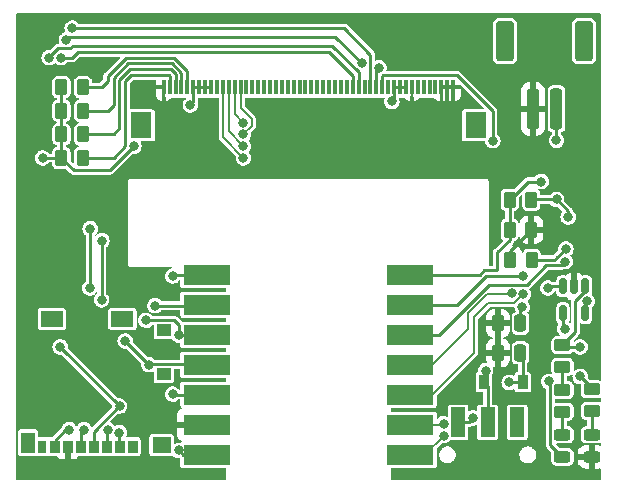
<source format=gbr>
%TF.GenerationSoftware,KiCad,Pcbnew,(6.0.6)*%
%TF.CreationDate,2022-12-14T10:50:40-06:00*%
%TF.ProjectId,Realm Card,5265616c-6d20-4436-9172-642e6b696361,A*%
%TF.SameCoordinates,Original*%
%TF.FileFunction,Copper,L1,Top*%
%TF.FilePolarity,Positive*%
%FSLAX46Y46*%
G04 Gerber Fmt 4.6, Leading zero omitted, Abs format (unit mm)*
G04 Created by KiCad (PCBNEW (6.0.6)) date 2022-12-14 10:50:40*
%MOMM*%
%LPD*%
G01*
G04 APERTURE LIST*
G04 Aperture macros list*
%AMRoundRect*
0 Rectangle with rounded corners*
0 $1 Rounding radius*
0 $2 $3 $4 $5 $6 $7 $8 $9 X,Y pos of 4 corners*
0 Add a 4 corners polygon primitive as box body*
4,1,4,$2,$3,$4,$5,$6,$7,$8,$9,$2,$3,0*
0 Add four circle primitives for the rounded corners*
1,1,$1+$1,$2,$3*
1,1,$1+$1,$4,$5*
1,1,$1+$1,$6,$7*
1,1,$1+$1,$8,$9*
0 Add four rect primitives between the rounded corners*
20,1,$1+$1,$2,$3,$4,$5,0*
20,1,$1+$1,$4,$5,$6,$7,0*
20,1,$1+$1,$6,$7,$8,$9,0*
20,1,$1+$1,$8,$9,$2,$3,0*%
G04 Aperture macros list end*
%TA.AperFunction,SMDPad,CuDef*%
%ADD10RoundRect,0.150000X-0.150000X0.512500X-0.150000X-0.512500X0.150000X-0.512500X0.150000X0.512500X0*%
%TD*%
%TA.AperFunction,SMDPad,CuDef*%
%ADD11RoundRect,0.250000X-0.262500X-0.450000X0.262500X-0.450000X0.262500X0.450000X-0.262500X0.450000X0*%
%TD*%
%TA.AperFunction,SMDPad,CuDef*%
%ADD12RoundRect,0.250000X0.262500X0.450000X-0.262500X0.450000X-0.262500X-0.450000X0.262500X-0.450000X0*%
%TD*%
%TA.AperFunction,SMDPad,CuDef*%
%ADD13RoundRect,0.250000X-0.450000X0.262500X-0.450000X-0.262500X0.450000X-0.262500X0.450000X0.262500X0*%
%TD*%
%TA.AperFunction,SMDPad,CuDef*%
%ADD14RoundRect,0.250000X-0.250000X-0.475000X0.250000X-0.475000X0.250000X0.475000X-0.250000X0.475000X0*%
%TD*%
%TA.AperFunction,SMDPad,CuDef*%
%ADD15R,0.900000X1.200000*%
%TD*%
%TA.AperFunction,SMDPad,CuDef*%
%ADD16RoundRect,0.243750X0.456250X-0.243750X0.456250X0.243750X-0.456250X0.243750X-0.456250X-0.243750X0*%
%TD*%
%TA.AperFunction,SMDPad,CuDef*%
%ADD17R,0.850000X1.100000*%
%TD*%
%TA.AperFunction,SMDPad,CuDef*%
%ADD18R,0.750000X1.100000*%
%TD*%
%TA.AperFunction,SMDPad,CuDef*%
%ADD19R,1.200000X1.000000*%
%TD*%
%TA.AperFunction,SMDPad,CuDef*%
%ADD20R,1.900000X1.350000*%
%TD*%
%TA.AperFunction,SMDPad,CuDef*%
%ADD21R,1.170000X1.800000*%
%TD*%
%TA.AperFunction,SMDPad,CuDef*%
%ADD22R,1.550000X1.350000*%
%TD*%
%TA.AperFunction,SMDPad,CuDef*%
%ADD23RoundRect,0.250000X0.250000X1.500000X-0.250000X1.500000X-0.250000X-1.500000X0.250000X-1.500000X0*%
%TD*%
%TA.AperFunction,SMDPad,CuDef*%
%ADD24RoundRect,0.250001X0.499999X1.449999X-0.499999X1.449999X-0.499999X-1.449999X0.499999X-1.449999X0*%
%TD*%
%TA.AperFunction,SMDPad,CuDef*%
%ADD25R,1.250000X2.500000*%
%TD*%
%TA.AperFunction,ComponentPad*%
%ADD26R,4.000000X1.700000*%
%TD*%
%TA.AperFunction,SMDPad,CuDef*%
%ADD27R,0.300000X1.300000*%
%TD*%
%TA.AperFunction,SMDPad,CuDef*%
%ADD28R,1.800000X2.200000*%
%TD*%
%TA.AperFunction,SMDPad,CuDef*%
%ADD29RoundRect,0.243750X-0.456250X0.243750X-0.456250X-0.243750X0.456250X-0.243750X0.456250X0.243750X0*%
%TD*%
%TA.AperFunction,ViaPad*%
%ADD30C,0.800000*%
%TD*%
%TA.AperFunction,Conductor*%
%ADD31C,0.250000*%
%TD*%
%TA.AperFunction,Conductor*%
%ADD32C,0.200000*%
%TD*%
G04 APERTURE END LIST*
D10*
%TO.P,U1,1,STAT*%
%TO.N,Net-(R4-Pad1)*%
X48450000Y-23362500D03*
%TO.P,U1,2,VSS*%
%TO.N,GND*%
X47500000Y-23362500D03*
%TO.P,U1,3,VBAT*%
%TO.N,BAT CHG*%
X46550000Y-23362500D03*
%TO.P,U1,4,VDD*%
%TO.N,+5V*%
X46550000Y-25637500D03*
%TO.P,U1,5,PROG*%
%TO.N,Net-(R3-Pad2)*%
X48450000Y-25637500D03*
%TD*%
D11*
%TO.P,R3,1*%
%TO.N,GND*%
X42087500Y-21120000D03*
%TO.P,R3,2*%
%TO.N,Net-(R3-Pad2)*%
X43912500Y-21120000D03*
%TD*%
D12*
%TO.P,R1,1*%
%TO.N,GND*%
X43875000Y-18580000D03*
%TO.P,R1,2*%
%TO.N,BAT CHG*%
X42050000Y-18580000D03*
%TD*%
D13*
%TO.P,R4,1*%
%TO.N,Net-(R4-Pad1)*%
X46500000Y-28335500D03*
%TO.P,R4,2*%
%TO.N,Net-(R4-Pad2)*%
X46500000Y-30160500D03*
%TD*%
D11*
%TO.P,R9,1*%
%TO.N,+3.3V*%
X4087500Y-8500000D03*
%TO.P,R9,2*%
%TO.N,Net-(J4-Pad4)*%
X5912500Y-8500000D03*
%TD*%
D14*
%TO.P,C1,1*%
%TO.N,GND*%
X41050000Y-29000000D03*
%TO.P,C1,2*%
%TO.N,+5V*%
X42950000Y-29000000D03*
%TD*%
D11*
%TO.P,R10,1*%
%TO.N,+3.3V*%
X4087500Y-6500000D03*
%TO.P,R10,2*%
%TO.N,Net-(J4-Pad5)*%
X5912500Y-6500000D03*
%TD*%
D15*
%TO.P,D3,1,K*%
%TO.N,+5V*%
X43150000Y-31500000D03*
%TO.P,D3,2,A*%
%TO.N,VBAT*%
X39850000Y-31500000D03*
%TD*%
D11*
%TO.P,R7,1*%
%TO.N,+3.3V*%
X4087500Y-12500000D03*
%TO.P,R7,2*%
%TO.N,Net-(J4-Pad2)*%
X5912500Y-12500000D03*
%TD*%
D16*
%TO.P,D2,1,K*%
%TO.N,GND*%
X49000000Y-37805500D03*
%TO.P,D2,2,A*%
%TO.N,Net-(D2-Pad2)*%
X49000000Y-35930500D03*
%TD*%
D17*
%TO.P,J2,1,DAT2*%
%TO.N,unconnected-(J2-Pad1)*%
X10105000Y-36950000D03*
%TO.P,J2,2,DAT3/CD*%
%TO.N,SD_CS*%
X9005000Y-36950000D03*
%TO.P,J2,3,CMD*%
%TO.N,MOSI*%
X7905000Y-36950000D03*
%TO.P,J2,4,VDD*%
%TO.N,+3.3V*%
X6805000Y-36950000D03*
%TO.P,J2,5,CLK*%
%TO.N,SCK*%
X5705000Y-36950000D03*
%TO.P,J2,6,VSS*%
%TO.N,GND*%
X4605000Y-36950000D03*
%TO.P,J2,7,DAT0*%
%TO.N,MISO*%
X3505000Y-36950000D03*
D18*
%TO.P,J2,8,DAT1*%
%TO.N,unconnected-(J2-Pad8)*%
X2455000Y-36950000D03*
D19*
%TO.P,J2,9,SHIELD*%
%TO.N,unconnected-(J2-Pad9)*%
X12740000Y-30800000D03*
%TO.P,J2,10*%
%TO.N,N/C*%
X12740000Y-27100000D03*
D20*
%TO.P,J2,11*%
X3270000Y-26125000D03*
D21*
X1245000Y-36600000D03*
D22*
X12565000Y-36825000D03*
D20*
X9240000Y-26125000D03*
%TD*%
D11*
%TO.P,R8,1*%
%TO.N,+3.3V*%
X4087500Y-10500000D03*
%TO.P,R8,2*%
%TO.N,Net-(J4-Pad3)*%
X5912500Y-10500000D03*
%TD*%
D13*
%TO.P,R5,1*%
%TO.N,Net-(R4-Pad2)*%
X46500000Y-32145500D03*
%TO.P,R5,2*%
%TO.N,Net-(D1-Pad1)*%
X46500000Y-33970500D03*
%TD*%
D23*
%TO.P,J3,1,Pin_1*%
%TO.N,Net-(J3-Pad1)*%
X46000000Y-8350000D03*
%TO.P,J3,2,Pin_2*%
%TO.N,GND*%
X44000000Y-8350000D03*
D24*
%TO.P,J3,MP*%
%TO.N,N/C*%
X48350000Y-2600000D03*
X41650000Y-2600000D03*
%TD*%
D25*
%TO.P,SW1,1,A*%
%TO.N,Net-(J3-Pad1)*%
X37670000Y-34880000D03*
%TO.P,SW1,2,B*%
%TO.N,VBAT*%
X40170000Y-34880000D03*
%TO.P,SW1,3,C*%
%TO.N,unconnected-(SW1-Pad3)*%
X42670000Y-34880000D03*
%TD*%
D26*
%TO.P,J1,1,Pin_1*%
%TO.N,WR*%
X16380000Y-22380000D03*
%TO.P,J1,2,Pin_2*%
%TO.N,SCK*%
X16380000Y-24920000D03*
%TO.P,J1,3,Pin_3*%
%TO.N,MISO*%
X16380000Y-27460000D03*
%TO.P,J1,4,Pin_4*%
%TO.N,MOSI*%
X16380000Y-30000000D03*
%TO.P,J1,5,Pin_5*%
%TO.N,+3.3V*%
X16380000Y-32540000D03*
%TO.P,J1,6,Pin_6*%
%TO.N,GND*%
X16380000Y-35080000D03*
%TO.P,J1,7,Pin_7*%
%TO.N,+5V*%
X16380000Y-37620000D03*
%TO.P,J1,8,Pin_8*%
%TO.N,BAT CHG*%
X33620000Y-22380000D03*
%TO.P,J1,9,Pin_9*%
%TO.N,LCD_CS*%
X33620000Y-24920000D03*
%TO.P,J1,10,Pin_10*%
%TO.N,SD_CS*%
X33620000Y-27460000D03*
%TO.P,J1,11,Pin_11*%
%TO.N,X+*%
X33620000Y-30000000D03*
%TO.P,J1,12,Pin_12*%
%TO.N,X-*%
X33620000Y-32540000D03*
%TO.P,J1,13,Pin_13*%
%TO.N,Y+*%
X33620000Y-35080000D03*
%TO.P,J1,14,Pin_14*%
%TO.N,Y-*%
X33620000Y-37620000D03*
%TD*%
D11*
%TO.P,R2,1*%
%TO.N,BAT CHG*%
X42050000Y-16040000D03*
%TO.P,R2,2*%
%TO.N,+5V*%
X43875000Y-16040000D03*
%TD*%
D14*
%TO.P,C2,1*%
%TO.N,GND*%
X41050000Y-26500000D03*
%TO.P,C2,2*%
%TO.N,VBAT*%
X42950000Y-26500000D03*
%TD*%
D27*
%TO.P,J4,1,Pin_1*%
%TO.N,GND*%
X12750000Y-6490000D03*
%TO.P,J4,2,Pin_2*%
%TO.N,Net-(J4-Pad2)*%
X13250000Y-6490000D03*
%TO.P,J4,3,Pin_3*%
%TO.N,Net-(J4-Pad3)*%
X13750000Y-6490000D03*
%TO.P,J4,4,Pin_4*%
%TO.N,Net-(J4-Pad4)*%
X14250000Y-6490000D03*
%TO.P,J4,5,Pin_5*%
%TO.N,Net-(J4-Pad5)*%
X14750000Y-6490000D03*
%TO.P,J4,6,Pin_6*%
%TO.N,+3.3V*%
X15250000Y-6490000D03*
%TO.P,J4,7,Pin_7*%
X15750000Y-6490000D03*
%TO.P,J4,8,Pin_8*%
X16250000Y-6490000D03*
%TO.P,J4,9,Pin_9*%
X16750000Y-6490000D03*
%TO.P,J4,10,Pin_10*%
%TO.N,unconnected-(J4-Pad10)*%
X17250000Y-6490000D03*
%TO.P,J4,11,Pin_11*%
%TO.N,Y+*%
X17750000Y-6490000D03*
%TO.P,J4,12,Pin_12*%
%TO.N,X+*%
X18250000Y-6490000D03*
%TO.P,J4,13,Pin_13*%
%TO.N,Y-*%
X18750000Y-6490000D03*
%TO.P,J4,14,Pin_14*%
%TO.N,X-*%
X19250000Y-6490000D03*
%TO.P,J4,15,Pin_15*%
%TO.N,unconnected-(J4-Pad15)*%
X19750000Y-6490000D03*
%TO.P,J4,16,Pin_16*%
%TO.N,unconnected-(J4-Pad16)*%
X20250000Y-6490000D03*
%TO.P,J4,17,Pin_17*%
%TO.N,unconnected-(J4-Pad17)*%
X20750000Y-6490000D03*
%TO.P,J4,18,Pin_18*%
%TO.N,unconnected-(J4-Pad18)*%
X21250000Y-6490000D03*
%TO.P,J4,19,Pin_19*%
%TO.N,unconnected-(J4-Pad19)*%
X21750000Y-6490000D03*
%TO.P,J4,20,Pin_20*%
%TO.N,unconnected-(J4-Pad20)*%
X22250000Y-6490000D03*
%TO.P,J4,21,Pin_21*%
%TO.N,unconnected-(J4-Pad21)*%
X22750000Y-6490000D03*
%TO.P,J4,22,Pin_22*%
%TO.N,unconnected-(J4-Pad22)*%
X23250000Y-6490000D03*
%TO.P,J4,23,Pin_23*%
%TO.N,unconnected-(J4-Pad23)*%
X23750000Y-6490000D03*
%TO.P,J4,24,Pin_24*%
%TO.N,unconnected-(J4-Pad24)*%
X24250000Y-6490000D03*
%TO.P,J4,25,Pin_25*%
%TO.N,unconnected-(J4-Pad25)*%
X24750000Y-6490000D03*
%TO.P,J4,26,Pin_26*%
%TO.N,unconnected-(J4-Pad26)*%
X25250000Y-6490000D03*
%TO.P,J4,27,Pin_27*%
%TO.N,unconnected-(J4-Pad27)*%
X25750000Y-6490000D03*
%TO.P,J4,28,Pin_28*%
%TO.N,unconnected-(J4-Pad28)*%
X26250000Y-6490000D03*
%TO.P,J4,29,Pin_29*%
%TO.N,unconnected-(J4-Pad29)*%
X26750000Y-6490000D03*
%TO.P,J4,30,Pin_30*%
%TO.N,unconnected-(J4-Pad30)*%
X27250000Y-6490000D03*
%TO.P,J4,31,Pin_31*%
%TO.N,unconnected-(J4-Pad31)*%
X27750000Y-6490000D03*
%TO.P,J4,32,Pin_32*%
%TO.N,unconnected-(J4-Pad32)*%
X28250000Y-6490000D03*
%TO.P,J4,33,Pin_33*%
%TO.N,MISO*%
X28750000Y-6490000D03*
%TO.P,J4,34,Pin_34*%
%TO.N,MOSI*%
X29250000Y-6490000D03*
%TO.P,J4,35,Pin_35*%
%TO.N,unconnected-(J4-Pad35)*%
X29750000Y-6490000D03*
%TO.P,J4,36,Pin_36*%
%TO.N,WR*%
X30250000Y-6490000D03*
%TO.P,J4,37,Pin_37*%
%TO.N,SCK*%
X30750000Y-6490000D03*
%TO.P,J4,38,Pin_38*%
%TO.N,LCD_CS*%
X31250000Y-6490000D03*
%TO.P,J4,39,Pin_39*%
%TO.N,unconnected-(J4-Pad39)*%
X31750000Y-6490000D03*
%TO.P,J4,40,Pin_40*%
%TO.N,+3.3V*%
X32250000Y-6490000D03*
%TO.P,J4,41,Pin_41*%
X32750000Y-6490000D03*
%TO.P,J4,42,Pin_42*%
X33250000Y-6490000D03*
%TO.P,J4,43,Pin_43*%
%TO.N,GND*%
X33750000Y-6490000D03*
%TO.P,J4,44,Pin_44*%
%TO.N,unconnected-(J4-Pad44)*%
X34250000Y-6490000D03*
%TO.P,J4,45,Pin_45*%
%TO.N,unconnected-(J4-Pad45)*%
X34750000Y-6490000D03*
%TO.P,J4,46,Pin_46*%
%TO.N,unconnected-(J4-Pad46)*%
X35250000Y-6490000D03*
%TO.P,J4,47,Pin_47*%
%TO.N,unconnected-(J4-Pad47)*%
X35750000Y-6490000D03*
%TO.P,J4,48,Pin_48*%
%TO.N,GND*%
X36250000Y-6490000D03*
%TO.P,J4,49,Pin_49*%
X36750000Y-6490000D03*
%TO.P,J4,50,Pin_50*%
X37250000Y-6490000D03*
D28*
%TO.P,J4,MP*%
%TO.N,N/C*%
X39150000Y-9740000D03*
X10850000Y-9740000D03*
%TD*%
D29*
%TO.P,D1,1,K*%
%TO.N,Net-(D1-Pad1)*%
X46500000Y-35930500D03*
%TO.P,D1,2,A*%
%TO.N,+5V*%
X46500000Y-37805500D03*
%TD*%
D13*
%TO.P,R6,1*%
%TO.N,Net-(R4-Pad1)*%
X49000000Y-32087500D03*
%TO.P,R6,2*%
%TO.N,Net-(D2-Pad2)*%
X49000000Y-33912500D03*
%TD*%
D30*
%TO.N,+5V*%
X46012299Y-16012299D03*
X14000000Y-37250000D03*
X47000000Y-17500000D03*
X42000000Y-31500000D03*
X46724500Y-26963529D03*
X45341779Y-31413878D03*
X6487701Y-23512299D03*
X6512299Y-18487701D03*
%TO.N,VBAT*%
X40000000Y-30500000D03*
X43099346Y-25099346D03*
%TO.N,+3.3V*%
X15000000Y-8000000D03*
X10224500Y-11500000D03*
X32060453Y-7717631D03*
X3987701Y-28487701D03*
X9012299Y-33512299D03*
X2500000Y-12500000D03*
X13500000Y-32500000D03*
%TO.N,SD_CS*%
X46730546Y-21268747D03*
X7487701Y-24512299D03*
X7512299Y-19487701D03*
X9000000Y-35750000D03*
%TO.N,MOSI*%
X11500000Y-30000000D03*
X3050997Y-4000000D03*
X9487701Y-27987701D03*
X8000000Y-35500000D03*
%TO.N,SCK*%
X29512299Y-4487701D03*
X30974500Y-4855758D03*
X12000000Y-25000000D03*
X6000000Y-35500000D03*
X4500000Y-2500000D03*
%TO.N,MISO*%
X14000000Y-27500000D03*
X11237700Y-26237700D03*
X4050500Y-4000000D03*
X4750000Y-35500000D03*
%TO.N,Net-(J3-Pad1)*%
X46000000Y-11000000D03*
X38945498Y-34500000D03*
%TO.N,Y+*%
X19500000Y-12500000D03*
X36445498Y-35000000D03*
%TO.N,X+*%
X19500000Y-11500000D03*
X42199500Y-23949500D03*
%TO.N,Y-*%
X36445498Y-36000000D03*
X19500000Y-9500000D03*
%TO.N,X-*%
X19500000Y-10500000D03*
X43197019Y-24012429D03*
%TO.N,WR*%
X13500000Y-22500000D03*
X5000000Y-1500000D03*
%TO.N,LCD_CS*%
X43199500Y-22500000D03*
X40614859Y-11040839D03*
%TO.N,Net-(R4-Pad1)*%
X48000000Y-28500000D03*
X48000000Y-31000000D03*
%TO.N,Net-(R3-Pad2)*%
X48610874Y-24624422D03*
X46800000Y-20200000D03*
%TO.N,BAT CHG*%
X45276000Y-23500000D03*
X44699500Y-14500000D03*
%TD*%
D31*
%TO.N,GND*%
X41050000Y-26500000D02*
X40000000Y-26500000D01*
X42087500Y-20367500D02*
X43875000Y-18580000D01*
X42087500Y-21120000D02*
X42087500Y-20367500D01*
%TO.N,+5V*%
X43150000Y-29200000D02*
X42950000Y-29000000D01*
X14000000Y-37250000D02*
X14370000Y-37620000D01*
X14370000Y-37620000D02*
X17380000Y-37620000D01*
X43150000Y-31500000D02*
X43150000Y-29200000D01*
X47000000Y-17500000D02*
X47000000Y-17000000D01*
X47000000Y-17000000D02*
X46012299Y-16012299D01*
X46550000Y-25637500D02*
X46550000Y-26789029D01*
X45471795Y-31543894D02*
X45341779Y-31413878D01*
X46012299Y-16012299D02*
X46000000Y-16000000D01*
X46550000Y-26789029D02*
X46724500Y-26963529D01*
X46000000Y-16000000D02*
X43915000Y-16000000D01*
X6512299Y-23487701D02*
X6512299Y-18487701D01*
X45475000Y-36780500D02*
X45475000Y-32975000D01*
X6487701Y-23512299D02*
X6512299Y-23487701D01*
X42950000Y-29000000D02*
X43187500Y-29000000D01*
X45471795Y-32971795D02*
X45471795Y-31543894D01*
X46500000Y-37805500D02*
X45475000Y-36780500D01*
X42000000Y-31500000D02*
X43150000Y-31500000D01*
X43915000Y-16000000D02*
X43875000Y-16040000D01*
%TO.N,VBAT*%
X40000000Y-30500000D02*
X40000000Y-31350000D01*
X42950000Y-25248692D02*
X42950000Y-26500000D01*
X43099346Y-25099346D02*
X42950000Y-25248692D01*
X40170000Y-31820000D02*
X39850000Y-31500000D01*
X40170000Y-34880000D02*
X40170000Y-31820000D01*
X40000000Y-31350000D02*
X39850000Y-31500000D01*
%TO.N,Net-(D1-Pad1)*%
X46500000Y-33970500D02*
X46500000Y-35930500D01*
%TO.N,Net-(D2-Pad2)*%
X49000000Y-33912500D02*
X49000000Y-35930500D01*
%TO.N,+3.3V*%
X8199500Y-13525000D02*
X10224500Y-11500000D01*
X3987701Y-28487701D02*
X9012299Y-33512299D01*
X5112500Y-13525000D02*
X8199500Y-13525000D01*
X32250000Y-7528084D02*
X32060453Y-7717631D01*
X32250000Y-6490000D02*
X32250000Y-7528084D01*
X32750000Y-6490000D02*
X32250000Y-6490000D01*
X15250000Y-6490000D02*
X15250000Y-7750000D01*
X33250000Y-6490000D02*
X32750000Y-6490000D01*
X4087500Y-6500000D02*
X4087500Y-8500000D01*
X6805000Y-36950000D02*
X6805000Y-35669695D01*
X4087500Y-12500000D02*
X4087500Y-10500000D01*
X2500000Y-12500000D02*
X4087500Y-12500000D01*
X15250000Y-6490000D02*
X15750000Y-6490000D01*
X16250000Y-6490000D02*
X15750000Y-6490000D01*
X15250000Y-7750000D02*
X15000000Y-8000000D01*
X4087500Y-12500000D02*
X5112500Y-13525000D01*
X8962396Y-33512299D02*
X9012299Y-33512299D01*
X13540000Y-32540000D02*
X13500000Y-32500000D01*
X4087500Y-8500000D02*
X4087500Y-10500000D01*
X6805000Y-35669695D02*
X8962396Y-33512299D01*
X17380000Y-32540000D02*
X13540000Y-32540000D01*
X16750000Y-6490000D02*
X16250000Y-6490000D01*
%TO.N,SD_CS*%
X7487701Y-19512299D02*
X7487701Y-24512299D01*
X43499805Y-23225000D02*
X40275000Y-23225000D01*
X45154805Y-21570000D02*
X43499805Y-23225000D01*
X46429293Y-21570000D02*
X45154805Y-21570000D01*
X46730546Y-21268747D02*
X46429293Y-21570000D01*
X7500000Y-19500000D02*
X7512299Y-19487701D01*
X9000000Y-35750000D02*
X9000000Y-36945000D01*
X7512299Y-19487701D02*
X7487701Y-19512299D01*
X40275000Y-23225000D02*
X36040000Y-27460000D01*
X9000000Y-36945000D02*
X9005000Y-36950000D01*
X36040000Y-27460000D02*
X32620000Y-27460000D01*
%TO.N,MOSI*%
X3325500Y-3699695D02*
X3800195Y-3225000D01*
X27000000Y-3000000D02*
X29250000Y-5250000D01*
X17355000Y-29975000D02*
X17380000Y-30000000D01*
X29250000Y-5250000D02*
X29250000Y-6490000D01*
X3800195Y-3225000D02*
X4800305Y-3225000D01*
X7905000Y-35595000D02*
X8000000Y-35500000D01*
X11500000Y-30000000D02*
X9487701Y-27987701D01*
X11525000Y-29975000D02*
X17355000Y-29975000D01*
X4800305Y-3225000D02*
X5025305Y-3000000D01*
X11500000Y-30000000D02*
X11525000Y-29975000D01*
X7905000Y-36950000D02*
X7905000Y-35595000D01*
X5025305Y-3000000D02*
X27000000Y-3000000D01*
X3050997Y-4000000D02*
X3325500Y-3725497D01*
X3325500Y-3725497D02*
X3325500Y-3699695D01*
%TO.N,SCK*%
X27249098Y-2224500D02*
X29512299Y-4487701D01*
X30974500Y-4855758D02*
X30750000Y-5080258D01*
X4500000Y-2500000D02*
X4775500Y-2224500D01*
X4775500Y-2224500D02*
X27249098Y-2224500D01*
X5705000Y-36950000D02*
X5705000Y-35795000D01*
X17300000Y-25000000D02*
X17380000Y-24920000D01*
X30750000Y-5080258D02*
X30750000Y-6490000D01*
X12000000Y-25000000D02*
X17300000Y-25000000D01*
X5705000Y-35795000D02*
X6000000Y-35500000D01*
%TO.N,MISO*%
X3505000Y-36425000D02*
X3505000Y-36950000D01*
X14000000Y-26610000D02*
X13627700Y-26237700D01*
X4430000Y-35500000D02*
X3505000Y-36425000D01*
X28750000Y-5540000D02*
X28750000Y-6490000D01*
X4050500Y-4000000D02*
X5000000Y-4000000D01*
X13627700Y-26237700D02*
X11237700Y-26237700D01*
X14000000Y-27500000D02*
X14040000Y-27460000D01*
X14000000Y-27500000D02*
X14000000Y-26610000D01*
X14850000Y-27460000D02*
X17380000Y-27460000D01*
X5450000Y-3550000D02*
X26760000Y-3550000D01*
X4750000Y-35500000D02*
X4430000Y-35500000D01*
X14040000Y-27460000D02*
X17380000Y-27460000D01*
X4050500Y-4000000D02*
X3948850Y-4000000D01*
X5000000Y-4000000D02*
X5450000Y-3550000D01*
X26760000Y-3550000D02*
X28750000Y-5540000D01*
%TO.N,Net-(J3-Pad1)*%
X38565498Y-34880000D02*
X38945498Y-34500000D01*
X37670000Y-34880000D02*
X38565498Y-34880000D01*
X46000000Y-8350000D02*
X46000000Y-11000000D01*
%TO.N,Net-(J4-Pad2)*%
X13225000Y-5515000D02*
X9985000Y-5515000D01*
X13250000Y-5540000D02*
X13225000Y-5515000D01*
X9985000Y-5515000D02*
X9500000Y-6000000D01*
X8500000Y-12500000D02*
X5912500Y-12500000D01*
X9500000Y-6000000D02*
X9500000Y-11500000D01*
X9500000Y-11500000D02*
X8500000Y-12500000D01*
X13250000Y-6490000D02*
X13250000Y-5540000D01*
%TO.N,Net-(J4-Pad3)*%
X8500000Y-10500000D02*
X9000000Y-10000000D01*
X9000000Y-5863604D02*
X9863604Y-5000000D01*
X5912500Y-10500000D02*
X8500000Y-10500000D01*
X13346396Y-5000000D02*
X13750000Y-5403604D01*
X9863604Y-5000000D02*
X13346396Y-5000000D01*
X13750000Y-5403604D02*
X13750000Y-6490000D01*
X9000000Y-10000000D02*
X9000000Y-5863604D01*
%TO.N,Net-(J4-Pad4)*%
X8000000Y-8500000D02*
X5912500Y-8500000D01*
X9727208Y-4500000D02*
X8500000Y-5727208D01*
X8500000Y-5727208D02*
X8500000Y-8000000D01*
X8500000Y-8000000D02*
X8000000Y-8500000D01*
X13482792Y-4500000D02*
X9727208Y-4500000D01*
X14250000Y-6490000D02*
X14250000Y-5267208D01*
X14250000Y-5267208D02*
X13482792Y-4500000D01*
%TO.N,Net-(J4-Pad5)*%
X14750000Y-5130812D02*
X14750000Y-6490000D01*
X13619188Y-4000000D02*
X14750000Y-5130812D01*
X8000000Y-5590812D02*
X9590812Y-4000000D01*
X7500000Y-6500000D02*
X8000000Y-6000000D01*
X8000000Y-6000000D02*
X8000000Y-5590812D01*
X9590812Y-4000000D02*
X13619188Y-4000000D01*
X5912500Y-6500000D02*
X7500000Y-6500000D01*
D32*
%TO.N,Y+*%
X32700000Y-35500000D02*
X32620000Y-35580000D01*
X17750000Y-10750000D02*
X19500000Y-12500000D01*
X17750000Y-6490000D02*
X17750000Y-10750000D01*
X36445498Y-35000000D02*
X36365498Y-35080000D01*
X36365498Y-35080000D02*
X32620000Y-35080000D01*
%TO.N,X+*%
X18250000Y-6490000D02*
X18250000Y-10250000D01*
X38500000Y-25601040D02*
X38500000Y-27000000D01*
X18250000Y-10250000D02*
X19500000Y-11500000D01*
X40101040Y-24000000D02*
X38500000Y-25601040D01*
X42149000Y-24000000D02*
X40101040Y-24000000D01*
X35500000Y-30000000D02*
X32620000Y-30000000D01*
X38500000Y-27000000D02*
X35500000Y-30000000D01*
X42199500Y-23949500D02*
X42149000Y-24000000D01*
%TO.N,Y-*%
X34825498Y-37620000D02*
X32620000Y-37620000D01*
X36445498Y-36000000D02*
X34825498Y-37620000D01*
X19500000Y-9500000D02*
X18750000Y-8750000D01*
X18750000Y-8750000D02*
X18750000Y-6490000D01*
%TO.N,X-*%
X20200000Y-9800000D02*
X20200000Y-9210050D01*
X20200000Y-9210050D02*
X19250000Y-8260050D01*
X39000000Y-26000000D02*
X39000000Y-29000000D01*
X19250000Y-8260050D02*
X19250000Y-6490000D01*
X42409448Y-24800000D02*
X40200000Y-24800000D01*
X39000000Y-29000000D02*
X35460000Y-32540000D01*
X35460000Y-32540000D02*
X32620000Y-32540000D01*
X43197019Y-24012429D02*
X42409448Y-24800000D01*
X19500000Y-10500000D02*
X20200000Y-9800000D01*
X40200000Y-24800000D02*
X39000000Y-26000000D01*
D31*
%TO.N,WR*%
X28000000Y-1500000D02*
X30250000Y-3750000D01*
X5000000Y-1500000D02*
X28000000Y-1500000D01*
X13620000Y-22380000D02*
X13500000Y-22500000D01*
X30250000Y-3750000D02*
X30250000Y-6490000D01*
X17380000Y-22380000D02*
X13620000Y-22380000D01*
%TO.N,LCD_CS*%
X31275000Y-5515000D02*
X31225000Y-5565000D01*
X43199500Y-22500000D02*
X40000000Y-22500000D01*
X31225000Y-5565000D02*
X31225000Y-6000000D01*
X34820000Y-25420000D02*
X32620000Y-25420000D01*
X40000000Y-22500000D02*
X37580000Y-24920000D01*
X40614859Y-11040839D02*
X40614859Y-8554859D01*
X37575000Y-5515000D02*
X31275000Y-5515000D01*
X40614859Y-8554859D02*
X37575000Y-5515000D01*
X37580000Y-24920000D02*
X32620000Y-24920000D01*
%TO.N,Net-(R4-Pad1)*%
X46500000Y-28335500D02*
X47600000Y-27235500D01*
X49000000Y-32000000D02*
X48000000Y-31000000D01*
X48000000Y-28500000D02*
X46664500Y-28500000D01*
X47600000Y-24596751D02*
X48450000Y-23746751D01*
X48450000Y-23746751D02*
X48450000Y-23362500D01*
X47600000Y-27235500D02*
X47600000Y-24596751D01*
X49000000Y-32087500D02*
X49000000Y-32000000D01*
X46664500Y-28500000D02*
X46500000Y-28335500D01*
%TO.N,Net-(R3-Pad2)*%
X46774695Y-20200000D02*
X46000000Y-20974695D01*
X46000000Y-20974695D02*
X46000000Y-21000000D01*
X48610874Y-24624422D02*
X48450000Y-24785296D01*
X46800000Y-20200000D02*
X46774695Y-20200000D01*
X46000000Y-21000000D02*
X45880000Y-21120000D01*
X48450000Y-24785296D02*
X48450000Y-25637500D01*
X45880000Y-21120000D02*
X43912500Y-21120000D01*
%TO.N,Net-(R4-Pad2)*%
X46500000Y-30160500D02*
X46500000Y-32145500D01*
%TO.N,BAT CHG*%
X44699500Y-14500000D02*
X43590000Y-14500000D01*
X41000000Y-22000000D02*
X41000000Y-20500000D01*
X43590000Y-14500000D02*
X42050000Y-16040000D01*
X42050000Y-16040000D02*
X42050000Y-18580000D01*
X32620000Y-22380000D02*
X39483604Y-22380000D01*
X41000000Y-20500000D02*
X42050000Y-19450000D01*
X39483604Y-22380000D02*
X39863604Y-22000000D01*
X39863604Y-22000000D02*
X41000000Y-22000000D01*
X45413500Y-23362500D02*
X46550000Y-23362500D01*
X45276000Y-23500000D02*
X45413500Y-23362500D01*
X42050000Y-19450000D02*
X42050000Y-18580000D01*
%TD*%
%TA.AperFunction,Conductor*%
%TO.N,GND*%
G36*
X49731148Y-268852D02*
G01*
X49745500Y-303500D01*
X49745500Y-31326250D01*
X49731148Y-31360898D01*
X49696500Y-31375250D01*
X49679300Y-31372132D01*
X49559448Y-31327202D01*
X49556398Y-31326871D01*
X49556395Y-31326870D01*
X49529727Y-31323973D01*
X49497756Y-31320500D01*
X48877490Y-31320500D01*
X48842842Y-31306148D01*
X48662937Y-31126243D01*
X48648585Y-31091595D01*
X48649074Y-31084691D01*
X48658935Y-31015401D01*
X48659162Y-31013807D01*
X48659307Y-31000000D01*
X48640276Y-30842733D01*
X48627510Y-30808950D01*
X48585325Y-30697311D01*
X48585324Y-30697310D01*
X48584280Y-30694546D01*
X48494553Y-30563992D01*
X48492348Y-30562028D01*
X48492345Y-30562024D01*
X48378485Y-30460580D01*
X48376275Y-30458611D01*
X48236274Y-30384484D01*
X48082633Y-30345892D01*
X48002177Y-30345470D01*
X47927174Y-30345077D01*
X47927170Y-30345077D01*
X47924221Y-30345062D01*
X47921352Y-30345751D01*
X47921350Y-30345751D01*
X47825128Y-30368852D01*
X47770184Y-30382043D01*
X47767556Y-30383399D01*
X47767557Y-30383399D01*
X47675710Y-30430805D01*
X47629414Y-30454700D01*
X47588753Y-30490171D01*
X47532577Y-30539176D01*
X47497033Y-30551138D01*
X47463441Y-30534462D01*
X47451653Y-30496959D01*
X47454500Y-30470756D01*
X47454500Y-29850244D01*
X47451027Y-29818273D01*
X47448130Y-29791605D01*
X47448129Y-29791602D01*
X47447798Y-29788552D01*
X47397071Y-29653236D01*
X47353801Y-29595500D01*
X47312498Y-29540390D01*
X47310404Y-29537596D01*
X47288834Y-29521430D01*
X47197561Y-29453025D01*
X47197560Y-29453024D01*
X47194764Y-29450929D01*
X47191494Y-29449703D01*
X47191492Y-29449702D01*
X47139926Y-29430372D01*
X47059448Y-29400202D01*
X47056398Y-29399871D01*
X47056395Y-29399870D01*
X47029727Y-29396973D01*
X46997756Y-29393500D01*
X46002244Y-29393500D01*
X45970273Y-29396973D01*
X45943605Y-29399870D01*
X45943602Y-29399871D01*
X45940552Y-29400202D01*
X45860074Y-29430372D01*
X45808508Y-29449702D01*
X45808506Y-29449703D01*
X45805236Y-29450929D01*
X45802440Y-29453024D01*
X45802439Y-29453025D01*
X45711166Y-29521430D01*
X45689596Y-29537596D01*
X45687502Y-29540390D01*
X45646200Y-29595500D01*
X45602929Y-29653236D01*
X45552202Y-29788552D01*
X45551871Y-29791602D01*
X45551870Y-29791605D01*
X45548973Y-29818273D01*
X45545500Y-29850244D01*
X45545500Y-30470756D01*
X45552202Y-30532448D01*
X45581874Y-30611600D01*
X45601124Y-30662948D01*
X45602929Y-30667764D01*
X45605024Y-30670560D01*
X45605025Y-30670561D01*
X45650365Y-30731059D01*
X45659660Y-30767392D01*
X45640541Y-30799655D01*
X45604208Y-30808950D01*
X45588227Y-30803749D01*
X45578053Y-30798362D01*
X45424412Y-30759770D01*
X45343956Y-30759348D01*
X45268953Y-30758955D01*
X45268949Y-30758955D01*
X45266000Y-30758940D01*
X45263131Y-30759629D01*
X45263129Y-30759629D01*
X45164100Y-30783404D01*
X45111963Y-30795921D01*
X45109335Y-30797277D01*
X45109336Y-30797277D01*
X44996733Y-30855396D01*
X44971193Y-30868578D01*
X44968973Y-30870515D01*
X44968971Y-30870516D01*
X44951375Y-30885866D01*
X44851818Y-30972716D01*
X44850120Y-30975131D01*
X44850119Y-30975133D01*
X44833763Y-30998406D01*
X44760729Y-31102322D01*
X44759658Y-31105070D01*
X44759656Y-31105073D01*
X44728094Y-31186027D01*
X44703185Y-31249915D01*
X44701917Y-31259544D01*
X44686685Y-31375250D01*
X44682508Y-31406974D01*
X44699892Y-31564431D01*
X44754332Y-31713197D01*
X44755977Y-31715645D01*
X44841040Y-31842233D01*
X44841043Y-31842236D01*
X44842687Y-31844683D01*
X44844874Y-31846673D01*
X44885236Y-31883399D01*
X44959855Y-31951297D01*
X45066676Y-32009296D01*
X45090277Y-32038441D01*
X45092295Y-32052358D01*
X45092295Y-33003319D01*
X45092626Y-33005306D01*
X45092626Y-33005309D01*
X45094835Y-33018580D01*
X45095500Y-33026625D01*
X45095500Y-36734775D01*
X45094402Y-36745089D01*
X45090680Y-36762376D01*
X45095160Y-36800225D01*
X45095500Y-36805985D01*
X45095500Y-36812024D01*
X45095831Y-36814012D01*
X45098969Y-36832864D01*
X45099294Y-36835151D01*
X45105530Y-36887841D01*
X45107284Y-36891493D01*
X45108414Y-36895383D01*
X45108253Y-36895430D01*
X45108861Y-36897353D01*
X45109020Y-36897299D01*
X45110331Y-36901128D01*
X45110996Y-36905126D01*
X45136210Y-36951856D01*
X45137228Y-36953853D01*
X45160219Y-37001732D01*
X45162199Y-37004088D01*
X45162201Y-37004090D01*
X45163139Y-37005206D01*
X45163148Y-37005215D01*
X45163705Y-37005878D01*
X45163814Y-37006008D01*
X45163804Y-37006017D01*
X45166414Y-37009683D01*
X45166585Y-37009550D01*
X45169066Y-37012749D01*
X45170990Y-37016314D01*
X45173965Y-37019064D01*
X45211684Y-37053931D01*
X45213071Y-37055265D01*
X45545992Y-37388186D01*
X45560344Y-37422834D01*
X45557226Y-37440033D01*
X45553197Y-37450780D01*
X45553195Y-37450786D01*
X45552119Y-37453658D01*
X45551788Y-37456708D01*
X45551787Y-37456711D01*
X45548944Y-37482880D01*
X45545500Y-37514585D01*
X45545501Y-38096414D01*
X45552119Y-38157342D01*
X45602217Y-38290982D01*
X45687811Y-38405189D01*
X45802018Y-38490783D01*
X45935658Y-38540881D01*
X45938708Y-38541212D01*
X45938711Y-38541213D01*
X45964880Y-38544056D01*
X45996585Y-38547500D01*
X46499810Y-38547500D01*
X47003414Y-38547499D01*
X47064342Y-38540881D01*
X47197982Y-38490783D01*
X47312189Y-38405189D01*
X47397783Y-38290982D01*
X47447881Y-38157342D01*
X47448214Y-38154282D01*
X47451056Y-38128120D01*
X47454334Y-38097939D01*
X47792001Y-38097939D01*
X47792132Y-38100458D01*
X47802600Y-38201353D01*
X47803728Y-38206578D01*
X47857451Y-38367607D01*
X47859854Y-38372737D01*
X47949099Y-38516954D01*
X47952616Y-38521391D01*
X48072645Y-38641211D01*
X48077081Y-38644715D01*
X48221457Y-38733709D01*
X48226591Y-38736103D01*
X48387724Y-38789548D01*
X48392930Y-38790665D01*
X48492562Y-38800873D01*
X48495045Y-38801000D01*
X48736253Y-38801000D01*
X48743145Y-38798145D01*
X48746000Y-38791253D01*
X48746000Y-38069247D01*
X48743145Y-38062355D01*
X48736253Y-38059500D01*
X47801748Y-38059500D01*
X47794856Y-38062355D01*
X47792001Y-38069247D01*
X47792001Y-38097939D01*
X47454334Y-38097939D01*
X47454500Y-38096415D01*
X47454499Y-37541753D01*
X47792000Y-37541753D01*
X47794855Y-37548645D01*
X47801747Y-37551500D01*
X48736253Y-37551500D01*
X48743145Y-37548645D01*
X48746000Y-37541753D01*
X48746000Y-36819748D01*
X48743145Y-36812856D01*
X48736253Y-36810001D01*
X48495061Y-36810001D01*
X48492542Y-36810132D01*
X48391647Y-36820600D01*
X48386422Y-36821728D01*
X48225393Y-36875451D01*
X48220263Y-36877854D01*
X48076046Y-36967099D01*
X48071609Y-36970616D01*
X47951789Y-37090645D01*
X47948285Y-37095081D01*
X47859291Y-37239457D01*
X47856897Y-37244591D01*
X47803452Y-37405724D01*
X47802335Y-37410930D01*
X47792127Y-37510562D01*
X47792000Y-37513045D01*
X47792000Y-37541753D01*
X47454499Y-37541753D01*
X47454499Y-37514586D01*
X47447881Y-37453658D01*
X47397783Y-37320018D01*
X47312189Y-37205811D01*
X47197982Y-37120217D01*
X47064342Y-37070119D01*
X47061292Y-37069788D01*
X47061289Y-37069787D01*
X47035120Y-37066944D01*
X47003415Y-37063500D01*
X46959952Y-37063500D01*
X46314991Y-37063501D01*
X46280343Y-37049149D01*
X45987342Y-36756148D01*
X45972990Y-36721500D01*
X45987342Y-36686852D01*
X46021990Y-36672500D01*
X46953434Y-36672499D01*
X47003414Y-36672499D01*
X47064342Y-36665881D01*
X47197982Y-36615783D01*
X47312189Y-36530189D01*
X47397783Y-36415982D01*
X47447881Y-36282342D01*
X47448214Y-36279282D01*
X47454356Y-36222737D01*
X47454500Y-36221415D01*
X47454499Y-35639586D01*
X47447881Y-35578658D01*
X47397783Y-35445018D01*
X47312189Y-35330811D01*
X47197982Y-35245217D01*
X47064342Y-35195119D01*
X47061292Y-35194788D01*
X47061289Y-35194787D01*
X47035120Y-35191944D01*
X47003415Y-35188500D01*
X46928500Y-35188500D01*
X46893852Y-35174148D01*
X46879500Y-35139500D01*
X46879500Y-34786500D01*
X46893852Y-34751852D01*
X46928500Y-34737500D01*
X46997756Y-34737500D01*
X47029727Y-34734027D01*
X47056395Y-34731130D01*
X47056398Y-34731129D01*
X47059448Y-34730798D01*
X47158003Y-34693852D01*
X47191492Y-34681298D01*
X47191494Y-34681297D01*
X47194764Y-34680071D01*
X47204026Y-34673130D01*
X47307610Y-34595498D01*
X47310404Y-34593404D01*
X47352303Y-34537498D01*
X47394975Y-34480561D01*
X47394976Y-34480560D01*
X47397071Y-34477764D01*
X47406225Y-34453347D01*
X47418814Y-34419764D01*
X47447798Y-34342448D01*
X47454500Y-34280756D01*
X47454500Y-33660244D01*
X47448753Y-33607343D01*
X47448130Y-33601605D01*
X47448129Y-33601602D01*
X47447798Y-33598552D01*
X47413975Y-33508329D01*
X47398298Y-33466508D01*
X47398297Y-33466506D01*
X47397071Y-33463236D01*
X47360971Y-33415067D01*
X47312498Y-33350390D01*
X47310404Y-33347596D01*
X47282256Y-33326500D01*
X47197561Y-33263025D01*
X47197560Y-33263024D01*
X47194764Y-33260929D01*
X47191494Y-33259703D01*
X47191492Y-33259702D01*
X47139926Y-33240372D01*
X47059448Y-33210202D01*
X47056398Y-33209871D01*
X47056395Y-33209870D01*
X47028547Y-33206845D01*
X46997756Y-33203500D01*
X46002244Y-33203500D01*
X45971453Y-33206845D01*
X45943605Y-33209870D01*
X45943602Y-33209871D01*
X45940552Y-33210202D01*
X45920700Y-33217644D01*
X45883219Y-33216368D01*
X45857618Y-33188962D01*
X45854500Y-33171762D01*
X45854500Y-32944238D01*
X45868852Y-32909590D01*
X45903500Y-32895238D01*
X45920700Y-32898356D01*
X45940552Y-32905798D01*
X45943602Y-32906129D01*
X45943605Y-32906130D01*
X45970273Y-32909027D01*
X46002244Y-32912500D01*
X46997756Y-32912500D01*
X47029727Y-32909027D01*
X47056395Y-32906130D01*
X47056398Y-32906129D01*
X47059448Y-32905798D01*
X47166726Y-32865582D01*
X47191492Y-32856298D01*
X47191494Y-32856297D01*
X47194764Y-32855071D01*
X47204026Y-32848130D01*
X47307610Y-32770498D01*
X47310404Y-32768404D01*
X47352303Y-32712498D01*
X47394975Y-32655561D01*
X47394976Y-32655560D01*
X47397071Y-32652764D01*
X47399182Y-32647135D01*
X47418814Y-32594764D01*
X47447798Y-32517448D01*
X47454500Y-32455756D01*
X47454500Y-31835244D01*
X47447798Y-31773552D01*
X47407983Y-31667343D01*
X47398298Y-31641508D01*
X47398297Y-31641506D01*
X47397071Y-31638236D01*
X47351471Y-31577391D01*
X47312498Y-31525390D01*
X47310404Y-31522596D01*
X47288948Y-31506516D01*
X47197561Y-31438025D01*
X47197560Y-31438024D01*
X47194764Y-31435929D01*
X47191494Y-31434703D01*
X47191492Y-31434702D01*
X47125352Y-31409908D01*
X47059448Y-31385202D01*
X47056398Y-31384871D01*
X47056395Y-31384870D01*
X47029727Y-31381973D01*
X46997756Y-31378500D01*
X46928500Y-31378500D01*
X46893852Y-31364148D01*
X46879500Y-31329500D01*
X46879500Y-30976500D01*
X46893852Y-30941852D01*
X46928500Y-30927500D01*
X46997756Y-30927500D01*
X47029727Y-30924027D01*
X47056395Y-30921130D01*
X47056398Y-30921129D01*
X47059448Y-30920798D01*
X47139926Y-30890628D01*
X47191492Y-30871298D01*
X47191494Y-30871297D01*
X47194764Y-30870071D01*
X47197561Y-30867975D01*
X47281514Y-30805056D01*
X47317847Y-30795761D01*
X47350110Y-30814880D01*
X47359481Y-30850661D01*
X47349384Y-30927356D01*
X47342734Y-30977870D01*
X47340729Y-30993096D01*
X47358113Y-31150553D01*
X47412553Y-31299319D01*
X47414198Y-31301767D01*
X47499261Y-31428355D01*
X47499264Y-31428358D01*
X47500908Y-31430805D01*
X47503095Y-31432795D01*
X47601786Y-31522596D01*
X47618076Y-31537419D01*
X47757293Y-31613008D01*
X47910522Y-31653207D01*
X47988059Y-31654425D01*
X48005819Y-31654704D01*
X48040237Y-31669598D01*
X48054043Y-31704468D01*
X48052882Y-31713738D01*
X48052202Y-31715552D01*
X48045500Y-31777244D01*
X48045500Y-32397756D01*
X48052202Y-32459448D01*
X48102929Y-32594764D01*
X48105024Y-32597560D01*
X48105025Y-32597561D01*
X48126968Y-32626839D01*
X48189596Y-32710404D01*
X48192390Y-32712498D01*
X48269780Y-32770498D01*
X48305236Y-32797071D01*
X48308506Y-32798297D01*
X48308508Y-32798298D01*
X48324103Y-32804144D01*
X48440552Y-32847798D01*
X48443602Y-32848129D01*
X48443605Y-32848130D01*
X48470273Y-32851027D01*
X48502244Y-32854500D01*
X49497756Y-32854500D01*
X49529727Y-32851027D01*
X49556395Y-32848130D01*
X49556398Y-32848129D01*
X49559448Y-32847798D01*
X49679300Y-32802868D01*
X49716781Y-32804144D01*
X49742382Y-32831550D01*
X49745500Y-32848750D01*
X49745500Y-33151250D01*
X49731148Y-33185898D01*
X49696500Y-33200250D01*
X49679300Y-33197132D01*
X49559448Y-33152202D01*
X49556398Y-33151871D01*
X49556395Y-33151870D01*
X49529727Y-33148973D01*
X49497756Y-33145500D01*
X48502244Y-33145500D01*
X48470273Y-33148973D01*
X48443605Y-33151870D01*
X48443602Y-33151871D01*
X48440552Y-33152202D01*
X48360074Y-33182372D01*
X48308508Y-33201702D01*
X48308506Y-33201703D01*
X48305236Y-33202929D01*
X48302440Y-33205024D01*
X48302439Y-33205025D01*
X48254500Y-33240953D01*
X48189596Y-33289596D01*
X48187502Y-33292390D01*
X48114854Y-33389325D01*
X48102929Y-33405236D01*
X48101703Y-33408506D01*
X48101702Y-33408508D01*
X48097117Y-33420740D01*
X48052202Y-33540552D01*
X48045500Y-33602244D01*
X48045500Y-34222756D01*
X48052202Y-34284448D01*
X48075236Y-34345892D01*
X48099143Y-34409664D01*
X48102929Y-34419764D01*
X48105024Y-34422560D01*
X48105025Y-34422561D01*
X48128098Y-34453347D01*
X48189596Y-34535404D01*
X48192390Y-34537498D01*
X48269780Y-34595498D01*
X48305236Y-34622071D01*
X48308506Y-34623297D01*
X48308508Y-34623298D01*
X48324103Y-34629144D01*
X48440552Y-34672798D01*
X48443602Y-34673129D01*
X48443605Y-34673130D01*
X48470273Y-34676027D01*
X48502244Y-34679500D01*
X48571500Y-34679500D01*
X48606148Y-34693852D01*
X48620500Y-34728500D01*
X48620500Y-35139501D01*
X48606148Y-35174149D01*
X48571500Y-35188501D01*
X48496586Y-35188501D01*
X48435658Y-35195119D01*
X48375283Y-35217752D01*
X48312382Y-35241332D01*
X48302018Y-35245217D01*
X48187811Y-35330811D01*
X48102217Y-35445018D01*
X48052119Y-35578658D01*
X48051788Y-35581708D01*
X48051787Y-35581711D01*
X48049210Y-35605431D01*
X48045500Y-35639585D01*
X48045501Y-36221414D01*
X48052119Y-36282342D01*
X48102217Y-36415982D01*
X48187811Y-36530189D01*
X48302018Y-36615783D01*
X48435658Y-36665881D01*
X48438708Y-36666212D01*
X48438711Y-36666213D01*
X48461312Y-36668668D01*
X48496585Y-36672500D01*
X48999810Y-36672500D01*
X49503414Y-36672499D01*
X49564342Y-36665881D01*
X49679301Y-36622786D01*
X49716781Y-36624062D01*
X49742382Y-36651468D01*
X49745500Y-36668668D01*
X49745500Y-36797763D01*
X49731148Y-36832411D01*
X49696500Y-36846763D01*
X49681074Y-36844271D01*
X49612276Y-36821452D01*
X49607070Y-36820335D01*
X49507438Y-36810127D01*
X49504955Y-36810000D01*
X49263747Y-36810000D01*
X49256855Y-36812855D01*
X49254000Y-36819747D01*
X49254000Y-38791252D01*
X49256855Y-38798144D01*
X49263747Y-38800999D01*
X49504939Y-38800999D01*
X49507458Y-38800868D01*
X49608353Y-38790400D01*
X49613578Y-38789272D01*
X49680993Y-38766781D01*
X49718402Y-38769429D01*
X49742981Y-38797755D01*
X49745500Y-38813262D01*
X49745500Y-39696500D01*
X49731148Y-39731148D01*
X49696500Y-39745500D01*
X32053500Y-39745500D01*
X32018852Y-39731148D01*
X32004500Y-39696500D01*
X32004500Y-38773500D01*
X32018852Y-38738852D01*
X32053500Y-38724500D01*
X35474876Y-38724499D01*
X35645066Y-38724499D01*
X35647418Y-38724031D01*
X35647420Y-38724031D01*
X35683403Y-38716874D01*
X35719301Y-38709734D01*
X35723312Y-38707054D01*
X35723314Y-38707053D01*
X35799473Y-38656164D01*
X35803484Y-38653484D01*
X35859734Y-38569301D01*
X35874500Y-38495067D01*
X35874499Y-37711568D01*
X36065029Y-37711568D01*
X36065718Y-37714437D01*
X36065718Y-37714439D01*
X36080045Y-37774114D01*
X36104835Y-37877373D01*
X36106191Y-37880000D01*
X36141645Y-37948690D01*
X36183042Y-38028896D01*
X36295135Y-38157391D01*
X36297550Y-38159089D01*
X36297552Y-38159090D01*
X36357687Y-38201353D01*
X36434643Y-38255438D01*
X36437391Y-38256509D01*
X36437394Y-38256511D01*
X36517434Y-38287717D01*
X36593511Y-38317378D01*
X36723564Y-38334500D01*
X36812756Y-38334500D01*
X36939281Y-38319189D01*
X37013929Y-38290982D01*
X37096024Y-38259961D01*
X37096025Y-38259960D01*
X37098789Y-38258916D01*
X37239316Y-38162334D01*
X37241281Y-38160129D01*
X37241284Y-38160126D01*
X37350780Y-38037230D01*
X37350781Y-38037229D01*
X37352748Y-38035021D01*
X37432538Y-37884324D01*
X37437393Y-37864998D01*
X37465266Y-37754029D01*
X37474078Y-37718946D01*
X37474117Y-37711568D01*
X42865029Y-37711568D01*
X42865718Y-37714437D01*
X42865718Y-37714439D01*
X42880045Y-37774114D01*
X42904835Y-37877373D01*
X42906191Y-37880000D01*
X42941645Y-37948690D01*
X42983042Y-38028896D01*
X43095135Y-38157391D01*
X43097550Y-38159089D01*
X43097552Y-38159090D01*
X43157687Y-38201353D01*
X43234643Y-38255438D01*
X43237391Y-38256509D01*
X43237394Y-38256511D01*
X43317434Y-38287717D01*
X43393511Y-38317378D01*
X43523564Y-38334500D01*
X43612756Y-38334500D01*
X43739281Y-38319189D01*
X43813929Y-38290982D01*
X43896024Y-38259961D01*
X43896025Y-38259960D01*
X43898789Y-38258916D01*
X44039316Y-38162334D01*
X44041281Y-38160129D01*
X44041284Y-38160126D01*
X44150780Y-38037230D01*
X44150781Y-38037229D01*
X44152748Y-38035021D01*
X44232538Y-37884324D01*
X44237393Y-37864998D01*
X44265266Y-37754029D01*
X44274078Y-37718946D01*
X44274705Y-37599301D01*
X44274956Y-37551385D01*
X44274956Y-37551381D01*
X44274971Y-37548432D01*
X44273910Y-37544010D01*
X44235855Y-37385501D01*
X44235165Y-37382627D01*
X44156958Y-37231104D01*
X44044865Y-37102609D01*
X44040974Y-37099874D01*
X43925991Y-37019064D01*
X43905357Y-37004562D01*
X43902609Y-37003491D01*
X43902606Y-37003489D01*
X43772720Y-36952849D01*
X43746489Y-36942622D01*
X43616436Y-36925500D01*
X43527244Y-36925500D01*
X43400719Y-36940811D01*
X43397956Y-36941855D01*
X43243976Y-37000039D01*
X43243975Y-37000040D01*
X43241211Y-37001084D01*
X43219051Y-37016314D01*
X43110900Y-37090645D01*
X43100684Y-37097666D01*
X43098719Y-37099871D01*
X43098716Y-37099874D01*
X43006193Y-37203720D01*
X42987252Y-37224979D01*
X42907462Y-37375676D01*
X42906744Y-37378534D01*
X42906743Y-37378537D01*
X42899914Y-37405724D01*
X42865922Y-37541054D01*
X42865029Y-37711568D01*
X37474117Y-37711568D01*
X37474705Y-37599301D01*
X37474956Y-37551385D01*
X37474956Y-37551381D01*
X37474971Y-37548432D01*
X37473910Y-37544010D01*
X37435855Y-37385501D01*
X37435165Y-37382627D01*
X37356958Y-37231104D01*
X37244865Y-37102609D01*
X37240974Y-37099874D01*
X37125991Y-37019064D01*
X37105357Y-37004562D01*
X37102609Y-37003491D01*
X37102606Y-37003489D01*
X36972720Y-36952849D01*
X36946489Y-36942622D01*
X36816436Y-36925500D01*
X36727244Y-36925500D01*
X36600719Y-36940811D01*
X36597956Y-36941855D01*
X36443976Y-37000039D01*
X36443975Y-37000040D01*
X36441211Y-37001084D01*
X36419051Y-37016314D01*
X36310900Y-37090645D01*
X36300684Y-37097666D01*
X36298719Y-37099871D01*
X36298716Y-37099874D01*
X36206193Y-37203720D01*
X36187252Y-37224979D01*
X36107462Y-37375676D01*
X36106744Y-37378534D01*
X36106743Y-37378537D01*
X36099914Y-37405724D01*
X36065922Y-37541054D01*
X36065029Y-37711568D01*
X35874499Y-37711568D01*
X35874499Y-37092633D01*
X35888851Y-37057985D01*
X36286713Y-36660124D01*
X36321361Y-36645772D01*
X36333791Y-36647375D01*
X36356020Y-36653207D01*
X36444192Y-36654592D01*
X36511463Y-36655649D01*
X36511466Y-36655649D01*
X36514414Y-36655695D01*
X36517291Y-36655036D01*
X36517292Y-36655036D01*
X36665949Y-36620989D01*
X36665950Y-36620989D01*
X36668830Y-36620329D01*
X36671469Y-36619002D01*
X36671471Y-36619001D01*
X36807709Y-36550481D01*
X36807710Y-36550480D01*
X36810353Y-36549151D01*
X36866557Y-36501148D01*
X36928568Y-36448186D01*
X36928570Y-36448184D01*
X36930812Y-36446269D01*
X36962383Y-36402334D01*
X36994255Y-36382571D01*
X37011734Y-36382869D01*
X37019933Y-36384500D01*
X37022343Y-36384500D01*
X37670945Y-36384499D01*
X38320066Y-36384499D01*
X38322418Y-36384031D01*
X38322420Y-36384031D01*
X38359207Y-36376714D01*
X38394301Y-36369734D01*
X38398312Y-36367054D01*
X38398314Y-36367053D01*
X38474473Y-36316164D01*
X38478484Y-36313484D01*
X38534734Y-36229301D01*
X38549500Y-36155067D01*
X38549500Y-35308378D01*
X38563852Y-35273730D01*
X38594463Y-35259545D01*
X38595007Y-35259500D01*
X38597022Y-35259500D01*
X38617859Y-35256031D01*
X38620149Y-35255706D01*
X38634002Y-35254066D01*
X38672839Y-35249470D01*
X38676491Y-35247716D01*
X38680381Y-35246586D01*
X38680428Y-35246747D01*
X38682351Y-35246139D01*
X38682297Y-35245980D01*
X38686126Y-35244669D01*
X38690124Y-35244004D01*
X38736854Y-35218790D01*
X38738851Y-35217772D01*
X38786730Y-35194781D01*
X38789086Y-35192801D01*
X38789088Y-35192799D01*
X38790204Y-35191861D01*
X38790213Y-35191852D01*
X38791006Y-35191186D01*
X38791015Y-35191196D01*
X38794681Y-35188586D01*
X38794548Y-35188415D01*
X38797747Y-35185933D01*
X38801312Y-35184010D01*
X38815696Y-35168450D01*
X38849752Y-35152749D01*
X38855299Y-35153018D01*
X38856020Y-35153207D01*
X38947931Y-35154651D01*
X39011463Y-35155649D01*
X39011466Y-35155649D01*
X39014414Y-35155695D01*
X39017291Y-35155036D01*
X39017292Y-35155036D01*
X39165949Y-35120989D01*
X39165950Y-35120989D01*
X39168830Y-35120329D01*
X39171469Y-35119002D01*
X39171471Y-35119001D01*
X39219485Y-35094853D01*
X39256887Y-35092106D01*
X39285276Y-35116612D01*
X39290501Y-35138628D01*
X39290501Y-36155066D01*
X39290969Y-36157418D01*
X39290969Y-36157420D01*
X39293418Y-36169734D01*
X39305266Y-36229301D01*
X39307946Y-36233312D01*
X39307947Y-36233314D01*
X39331222Y-36268147D01*
X39361516Y-36313484D01*
X39445699Y-36369734D01*
X39519933Y-36384500D01*
X39522343Y-36384500D01*
X40170945Y-36384499D01*
X40820066Y-36384499D01*
X40822418Y-36384031D01*
X40822420Y-36384031D01*
X40859207Y-36376714D01*
X40894301Y-36369734D01*
X40898312Y-36367054D01*
X40898314Y-36367053D01*
X40974473Y-36316164D01*
X40978484Y-36313484D01*
X41034734Y-36229301D01*
X41049500Y-36155067D01*
X41049499Y-33604934D01*
X41049499Y-33604933D01*
X41790500Y-33604933D01*
X41790501Y-36155066D01*
X41790969Y-36157418D01*
X41790969Y-36157420D01*
X41793418Y-36169734D01*
X41805266Y-36229301D01*
X41807946Y-36233312D01*
X41807947Y-36233314D01*
X41831222Y-36268147D01*
X41861516Y-36313484D01*
X41945699Y-36369734D01*
X42019933Y-36384500D01*
X42022343Y-36384500D01*
X42670945Y-36384499D01*
X43320066Y-36384499D01*
X43322418Y-36384031D01*
X43322420Y-36384031D01*
X43359207Y-36376714D01*
X43394301Y-36369734D01*
X43398312Y-36367054D01*
X43398314Y-36367053D01*
X43474473Y-36316164D01*
X43478484Y-36313484D01*
X43534734Y-36229301D01*
X43549500Y-36155067D01*
X43549499Y-33604934D01*
X43547265Y-33593699D01*
X43535675Y-33535431D01*
X43534734Y-33530699D01*
X43530590Y-33524496D01*
X43481164Y-33450527D01*
X43478484Y-33446516D01*
X43416705Y-33405236D01*
X43398315Y-33392948D01*
X43398313Y-33392947D01*
X43394301Y-33390266D01*
X43320067Y-33375500D01*
X43317657Y-33375500D01*
X42669055Y-33375501D01*
X42019934Y-33375501D01*
X42017582Y-33375969D01*
X42017580Y-33375969D01*
X41981597Y-33383126D01*
X41945699Y-33390266D01*
X41941688Y-33392946D01*
X41941686Y-33392947D01*
X41905041Y-33417433D01*
X41861516Y-33446516D01*
X41858836Y-33450527D01*
X41830246Y-33493315D01*
X41805266Y-33530699D01*
X41790500Y-33604933D01*
X41049499Y-33604933D01*
X41047265Y-33593699D01*
X41035675Y-33535431D01*
X41034734Y-33530699D01*
X41030590Y-33524496D01*
X40981164Y-33450527D01*
X40978484Y-33446516D01*
X40916705Y-33405236D01*
X40898315Y-33392948D01*
X40898313Y-33392947D01*
X40894301Y-33390266D01*
X40820067Y-33375500D01*
X40598500Y-33375500D01*
X40563852Y-33361148D01*
X40549500Y-33326500D01*
X40549500Y-32155032D01*
X40550442Y-32145473D01*
X40554031Y-32127431D01*
X40554032Y-32127419D01*
X40554500Y-32125067D01*
X40554499Y-31493096D01*
X41340729Y-31493096D01*
X41358113Y-31650553D01*
X41412553Y-31799319D01*
X41414198Y-31801767D01*
X41499261Y-31928355D01*
X41499264Y-31928358D01*
X41500908Y-31930805D01*
X41503095Y-31932795D01*
X41533631Y-31960580D01*
X41618076Y-32037419D01*
X41757293Y-32113008D01*
X41910522Y-32153207D01*
X41998694Y-32154592D01*
X42065965Y-32155649D01*
X42065968Y-32155649D01*
X42068916Y-32155695D01*
X42071793Y-32155036D01*
X42071794Y-32155036D01*
X42220451Y-32120989D01*
X42220452Y-32120989D01*
X42223332Y-32120329D01*
X42225971Y-32119002D01*
X42225973Y-32119001D01*
X42330503Y-32066428D01*
X42364855Y-32049151D01*
X42367099Y-32047235D01*
X42369388Y-32045714D01*
X42406190Y-32038497D01*
X42437316Y-32059416D01*
X42445501Y-32086529D01*
X42445501Y-32125066D01*
X42445969Y-32127418D01*
X42445969Y-32127420D01*
X42449560Y-32145473D01*
X42460266Y-32199301D01*
X42516516Y-32283484D01*
X42600699Y-32339734D01*
X42674933Y-32354500D01*
X42677343Y-32354500D01*
X43150690Y-32354499D01*
X43625066Y-32354499D01*
X43627418Y-32354031D01*
X43627420Y-32354031D01*
X43663403Y-32346874D01*
X43699301Y-32339734D01*
X43703312Y-32337054D01*
X43703314Y-32337053D01*
X43779473Y-32286164D01*
X43783484Y-32283484D01*
X43839734Y-32199301D01*
X43854500Y-32125067D01*
X43854499Y-30874934D01*
X43839734Y-30800699D01*
X43836542Y-30795921D01*
X43786164Y-30720527D01*
X43783484Y-30716516D01*
X43714708Y-30670561D01*
X43703315Y-30662948D01*
X43703313Y-30662947D01*
X43699301Y-30660266D01*
X43625067Y-30645500D01*
X43578500Y-30645500D01*
X43543852Y-30631148D01*
X43529500Y-30596500D01*
X43529500Y-29883075D01*
X43543852Y-29848427D01*
X43549103Y-29843873D01*
X43560404Y-29835404D01*
X43593229Y-29791605D01*
X43644975Y-29722561D01*
X43644976Y-29722560D01*
X43647071Y-29719764D01*
X43697798Y-29584448D01*
X43698906Y-29574254D01*
X43701027Y-29554727D01*
X43704500Y-29522756D01*
X43704500Y-28477244D01*
X43697798Y-28415552D01*
X43666725Y-28332663D01*
X43648298Y-28283508D01*
X43648297Y-28283506D01*
X43647071Y-28280236D01*
X43584923Y-28197311D01*
X43562498Y-28167390D01*
X43560404Y-28164596D01*
X43531235Y-28142735D01*
X43447561Y-28080025D01*
X43447560Y-28080024D01*
X43444764Y-28077929D01*
X43441494Y-28076703D01*
X43441492Y-28076702D01*
X43379300Y-28053388D01*
X43309448Y-28027202D01*
X43306398Y-28026871D01*
X43306395Y-28026870D01*
X43279256Y-28023922D01*
X43247756Y-28020500D01*
X42652244Y-28020500D01*
X42620744Y-28023922D01*
X42593605Y-28026870D01*
X42593602Y-28026871D01*
X42590552Y-28027202D01*
X42520700Y-28053388D01*
X42458508Y-28076702D01*
X42458506Y-28076703D01*
X42455236Y-28077929D01*
X42452440Y-28080024D01*
X42452439Y-28080025D01*
X42368765Y-28142735D01*
X42339596Y-28164596D01*
X42337502Y-28167390D01*
X42315078Y-28197311D01*
X42252929Y-28280236D01*
X42251703Y-28283506D01*
X42251702Y-28283508D01*
X42233275Y-28332663D01*
X42202202Y-28415552D01*
X42195500Y-28477244D01*
X42195500Y-29522756D01*
X42198973Y-29554727D01*
X42201095Y-29574254D01*
X42202202Y-29584448D01*
X42252929Y-29719764D01*
X42255024Y-29722560D01*
X42255025Y-29722561D01*
X42306771Y-29791605D01*
X42339596Y-29835404D01*
X42342390Y-29837498D01*
X42445584Y-29914837D01*
X42455236Y-29922071D01*
X42458506Y-29923297D01*
X42458508Y-29923298D01*
X42510074Y-29942628D01*
X42590552Y-29972798D01*
X42593602Y-29973129D01*
X42593605Y-29973130D01*
X42620273Y-29976027D01*
X42652244Y-29979500D01*
X42721500Y-29979500D01*
X42756148Y-29993852D01*
X42770500Y-30028500D01*
X42770500Y-30596501D01*
X42756148Y-30631149D01*
X42721500Y-30645501D01*
X42674934Y-30645501D01*
X42672582Y-30645969D01*
X42672580Y-30645969D01*
X42639966Y-30652456D01*
X42600699Y-30660266D01*
X42596688Y-30662946D01*
X42596686Y-30662947D01*
X42558528Y-30688444D01*
X42516516Y-30716516D01*
X42513836Y-30720527D01*
X42463459Y-30795921D01*
X42460266Y-30800699D01*
X42445500Y-30874933D01*
X42445500Y-30913875D01*
X42431148Y-30948523D01*
X42396500Y-30962875D01*
X42373573Y-30957181D01*
X42236274Y-30884484D01*
X42082633Y-30845892D01*
X42002177Y-30845470D01*
X41927174Y-30845077D01*
X41927170Y-30845077D01*
X41924221Y-30845062D01*
X41921352Y-30845751D01*
X41921350Y-30845751D01*
X41799799Y-30874933D01*
X41770184Y-30882043D01*
X41767556Y-30883399D01*
X41767557Y-30883399D01*
X41641382Y-30948523D01*
X41629414Y-30954700D01*
X41627194Y-30956637D01*
X41627192Y-30956638D01*
X41512701Y-31056516D01*
X41510039Y-31058838D01*
X41508341Y-31061253D01*
X41508340Y-31061255D01*
X41479478Y-31102322D01*
X41418950Y-31188444D01*
X41417879Y-31191192D01*
X41417877Y-31191195D01*
X41393843Y-31252840D01*
X41361406Y-31336037D01*
X41354762Y-31386501D01*
X41346015Y-31452948D01*
X41340729Y-31493096D01*
X40554499Y-31493096D01*
X40554499Y-30874934D01*
X40554029Y-30872573D01*
X40553941Y-30871675D01*
X40562913Y-30838279D01*
X40577755Y-30817624D01*
X40636842Y-30670641D01*
X40659162Y-30513807D01*
X40659307Y-30500000D01*
X40640276Y-30342733D01*
X40620753Y-30291068D01*
X40621931Y-30253584D01*
X40649269Y-30227911D01*
X40671584Y-30225003D01*
X40748399Y-30232873D01*
X40750883Y-30233000D01*
X40786253Y-30233000D01*
X40793145Y-30230145D01*
X40796000Y-30223253D01*
X40796000Y-30223252D01*
X41304000Y-30223252D01*
X41306855Y-30230144D01*
X41313747Y-30232999D01*
X41349101Y-30232999D01*
X41351620Y-30232868D01*
X41453389Y-30222309D01*
X41458614Y-30221181D01*
X41621026Y-30166997D01*
X41626156Y-30164594D01*
X41771612Y-30074582D01*
X41776049Y-30071065D01*
X41896899Y-29950005D01*
X41900403Y-29945569D01*
X41990162Y-29799952D01*
X41992556Y-29794818D01*
X42046460Y-29632302D01*
X42047577Y-29627096D01*
X42057873Y-29526601D01*
X42058000Y-29524117D01*
X42058000Y-29263747D01*
X42055145Y-29256855D01*
X42048253Y-29254000D01*
X41313747Y-29254000D01*
X41306855Y-29256855D01*
X41304000Y-29263747D01*
X41304000Y-30223252D01*
X40796000Y-30223252D01*
X40796000Y-29263747D01*
X40793145Y-29256855D01*
X40786253Y-29254000D01*
X40051748Y-29254000D01*
X40044856Y-29256855D01*
X40042001Y-29263747D01*
X40042001Y-29524101D01*
X40042132Y-29526620D01*
X40052691Y-29628389D01*
X40053819Y-29633614D01*
X40103073Y-29781248D01*
X40100425Y-29818657D01*
X40072099Y-29843236D01*
X40056335Y-29845754D01*
X39927174Y-29845077D01*
X39927170Y-29845077D01*
X39924221Y-29845062D01*
X39921352Y-29845751D01*
X39921350Y-29845751D01*
X39773058Y-29881353D01*
X39770184Y-29882043D01*
X39629414Y-29954700D01*
X39627194Y-29956637D01*
X39627192Y-29956638D01*
X39608668Y-29972798D01*
X39510039Y-30058838D01*
X39508341Y-30061253D01*
X39508340Y-30061255D01*
X39498974Y-30074582D01*
X39418950Y-30188444D01*
X39417879Y-30191192D01*
X39417877Y-30191195D01*
X39404696Y-30225003D01*
X39361406Y-30336037D01*
X39340729Y-30493096D01*
X39341053Y-30496030D01*
X39352997Y-30604214D01*
X39342534Y-30640228D01*
X39313851Y-30657650D01*
X39305432Y-30659324D01*
X39305429Y-30659325D01*
X39300699Y-30660266D01*
X39296688Y-30662946D01*
X39296686Y-30662947D01*
X39258528Y-30688444D01*
X39216516Y-30716516D01*
X39213836Y-30720527D01*
X39163459Y-30795921D01*
X39160266Y-30800699D01*
X39145500Y-30874933D01*
X39145501Y-32125066D01*
X39145969Y-32127418D01*
X39145969Y-32127420D01*
X39149560Y-32145473D01*
X39160266Y-32199301D01*
X39216516Y-32283484D01*
X39300699Y-32339734D01*
X39374933Y-32354500D01*
X39741500Y-32354500D01*
X39776148Y-32368852D01*
X39790500Y-32403500D01*
X39790500Y-33326501D01*
X39776148Y-33361149D01*
X39741500Y-33375501D01*
X39519934Y-33375501D01*
X39517582Y-33375969D01*
X39517580Y-33375969D01*
X39481597Y-33383126D01*
X39445699Y-33390266D01*
X39441688Y-33392946D01*
X39441686Y-33392947D01*
X39405041Y-33417433D01*
X39361516Y-33446516D01*
X39358836Y-33450527D01*
X39330246Y-33493315D01*
X39305266Y-33530699D01*
X39290500Y-33604933D01*
X39290500Y-33860664D01*
X39276148Y-33895312D01*
X39241500Y-33909664D01*
X39218572Y-33903969D01*
X39202222Y-33895312D01*
X39181772Y-33884484D01*
X39028131Y-33845892D01*
X38947675Y-33845470D01*
X38872672Y-33845077D01*
X38872668Y-33845077D01*
X38869719Y-33845062D01*
X38866850Y-33845751D01*
X38866848Y-33845751D01*
X38766303Y-33869890D01*
X38715682Y-33882043D01*
X38713054Y-33883399D01*
X38713055Y-33883399D01*
X38620973Y-33930926D01*
X38583601Y-33934064D01*
X38554957Y-33909858D01*
X38549499Y-33887384D01*
X38549499Y-33604934D01*
X38547265Y-33593699D01*
X38535675Y-33535431D01*
X38534734Y-33530699D01*
X38530590Y-33524496D01*
X38481164Y-33450527D01*
X38478484Y-33446516D01*
X38416705Y-33405236D01*
X38398315Y-33392948D01*
X38398313Y-33392947D01*
X38394301Y-33390266D01*
X38320067Y-33375500D01*
X38317657Y-33375500D01*
X37669055Y-33375501D01*
X37019934Y-33375501D01*
X37017582Y-33375969D01*
X37017580Y-33375969D01*
X36981597Y-33383126D01*
X36945699Y-33390266D01*
X36941688Y-33392946D01*
X36941686Y-33392947D01*
X36905041Y-33417433D01*
X36861516Y-33446516D01*
X36858836Y-33450527D01*
X36830246Y-33493315D01*
X36805266Y-33530699D01*
X36790500Y-33604933D01*
X36790500Y-34360664D01*
X36776148Y-34395312D01*
X36741500Y-34409664D01*
X36718572Y-34403969D01*
X36702222Y-34395312D01*
X36681772Y-34384484D01*
X36528131Y-34345892D01*
X36447675Y-34345470D01*
X36372672Y-34345077D01*
X36372668Y-34345077D01*
X36369719Y-34345062D01*
X36366850Y-34345751D01*
X36366848Y-34345751D01*
X36218556Y-34381353D01*
X36215682Y-34382043D01*
X36074912Y-34454700D01*
X36072692Y-34456637D01*
X36072690Y-34456638D01*
X35955710Y-34558687D01*
X35920166Y-34570649D01*
X35886574Y-34553973D01*
X35874499Y-34521762D01*
X35874499Y-34204934D01*
X35859734Y-34130699D01*
X35850527Y-34116919D01*
X35806164Y-34050527D01*
X35803484Y-34046516D01*
X35719301Y-33990266D01*
X35645067Y-33975500D01*
X35474404Y-33975500D01*
X32053500Y-33975501D01*
X32018852Y-33961149D01*
X32004500Y-33926501D01*
X32004500Y-33693500D01*
X32018852Y-33658852D01*
X32053500Y-33644500D01*
X35474876Y-33644499D01*
X35645066Y-33644499D01*
X35647418Y-33644031D01*
X35647420Y-33644031D01*
X35701226Y-33633329D01*
X35719301Y-33629734D01*
X35723312Y-33627054D01*
X35723314Y-33627053D01*
X35799473Y-33576164D01*
X35803484Y-33573484D01*
X35834754Y-33526686D01*
X35857052Y-33493315D01*
X35859734Y-33489301D01*
X35874500Y-33415067D01*
X35874500Y-32647135D01*
X35888852Y-32612487D01*
X39220216Y-29281122D01*
X39228285Y-29274605D01*
X39238478Y-29268024D01*
X39238482Y-29268020D01*
X39241882Y-29265825D01*
X39248954Y-29256855D01*
X39263814Y-29238004D01*
X39267647Y-29233691D01*
X39271494Y-29229844D01*
X39272667Y-29228203D01*
X39272671Y-29228198D01*
X39282911Y-29213868D01*
X39284296Y-29212023D01*
X39312439Y-29176323D01*
X39314946Y-29173143D01*
X39316287Y-29169323D01*
X39318240Y-29165771D01*
X39318460Y-29165892D01*
X39318842Y-29165158D01*
X39318616Y-29165047D01*
X39320398Y-29161411D01*
X39322753Y-29158115D01*
X39324215Y-29153229D01*
X39336938Y-29110682D01*
X39337652Y-29108485D01*
X39342486Y-29094720D01*
X39354050Y-29061792D01*
X39354500Y-29056596D01*
X39354557Y-29056601D01*
X39355167Y-29052980D01*
X39354900Y-29052946D01*
X39355408Y-29048924D01*
X39356568Y-29045045D01*
X39354538Y-28993374D01*
X39354500Y-28991450D01*
X39354500Y-28736253D01*
X40042000Y-28736253D01*
X40044855Y-28743145D01*
X40051747Y-28746000D01*
X40786253Y-28746000D01*
X40793145Y-28743145D01*
X40796000Y-28736253D01*
X41304000Y-28736253D01*
X41306855Y-28743145D01*
X41313747Y-28746000D01*
X42048252Y-28746000D01*
X42055144Y-28743145D01*
X42057999Y-28736253D01*
X42057999Y-28475899D01*
X42057868Y-28473380D01*
X42047309Y-28371611D01*
X42046181Y-28366386D01*
X41991997Y-28203974D01*
X41989594Y-28198844D01*
X41899582Y-28053388D01*
X41896065Y-28048951D01*
X41775005Y-27928101D01*
X41770569Y-27924597D01*
X41624952Y-27834838D01*
X41619818Y-27832444D01*
X41511555Y-27796535D01*
X41483187Y-27772006D01*
X41480473Y-27734601D01*
X41505002Y-27706233D01*
X41511474Y-27703546D01*
X41621026Y-27666997D01*
X41626156Y-27664594D01*
X41771612Y-27574582D01*
X41776049Y-27571065D01*
X41896899Y-27450005D01*
X41900403Y-27445569D01*
X41990162Y-27299952D01*
X41992556Y-27294818D01*
X42046460Y-27132302D01*
X42047577Y-27127096D01*
X42057873Y-27026601D01*
X42058000Y-27024117D01*
X42058000Y-26763747D01*
X42055145Y-26756855D01*
X42048253Y-26754000D01*
X41313747Y-26754000D01*
X41306855Y-26756855D01*
X41304000Y-26763747D01*
X41304000Y-27723252D01*
X41307312Y-27731247D01*
X41307312Y-27768750D01*
X41304000Y-27776746D01*
X41304000Y-28736253D01*
X40796000Y-28736253D01*
X40796000Y-27776748D01*
X40792688Y-27768753D01*
X40792688Y-27731250D01*
X40796000Y-27723254D01*
X40796000Y-26763747D01*
X40793145Y-26756855D01*
X40786253Y-26754000D01*
X40051748Y-26754000D01*
X40044856Y-26756855D01*
X40042001Y-26763747D01*
X40042001Y-27024101D01*
X40042132Y-27026620D01*
X40052691Y-27128389D01*
X40053819Y-27133614D01*
X40108003Y-27296026D01*
X40110406Y-27301156D01*
X40200418Y-27446612D01*
X40203935Y-27451049D01*
X40324995Y-27571899D01*
X40329431Y-27575403D01*
X40475048Y-27665162D01*
X40480182Y-27667556D01*
X40588445Y-27703465D01*
X40616813Y-27727994D01*
X40619527Y-27765399D01*
X40594998Y-27793767D01*
X40588526Y-27796454D01*
X40478974Y-27833003D01*
X40473844Y-27835406D01*
X40328388Y-27925418D01*
X40323951Y-27928935D01*
X40203101Y-28049995D01*
X40199597Y-28054431D01*
X40109838Y-28200048D01*
X40107444Y-28205182D01*
X40053540Y-28367698D01*
X40052423Y-28372904D01*
X40042127Y-28473399D01*
X40042000Y-28475883D01*
X40042000Y-28736253D01*
X39354500Y-28736253D01*
X39354500Y-26236253D01*
X40042000Y-26236253D01*
X40044855Y-26243145D01*
X40051747Y-26246000D01*
X40786253Y-26246000D01*
X40793145Y-26243145D01*
X40796000Y-26236253D01*
X41304000Y-26236253D01*
X41306855Y-26243145D01*
X41313747Y-26246000D01*
X42048252Y-26246000D01*
X42055144Y-26243145D01*
X42057999Y-26236253D01*
X42057999Y-25975899D01*
X42057868Y-25973380D01*
X42047309Y-25871611D01*
X42046181Y-25866386D01*
X41991997Y-25703974D01*
X41989594Y-25698844D01*
X41899582Y-25553388D01*
X41896065Y-25548951D01*
X41775005Y-25428101D01*
X41770569Y-25424597D01*
X41624952Y-25334838D01*
X41619818Y-25332444D01*
X41457302Y-25278540D01*
X41452096Y-25277423D01*
X41351601Y-25267127D01*
X41349117Y-25267000D01*
X41313747Y-25267000D01*
X41306855Y-25269855D01*
X41304000Y-25276747D01*
X41304000Y-26236253D01*
X40796000Y-26236253D01*
X40796000Y-25276748D01*
X40793145Y-25269856D01*
X40786253Y-25267001D01*
X40750899Y-25267001D01*
X40748380Y-25267132D01*
X40646611Y-25277691D01*
X40641386Y-25278819D01*
X40478974Y-25333003D01*
X40473844Y-25335406D01*
X40328388Y-25425418D01*
X40323951Y-25428935D01*
X40203101Y-25549995D01*
X40199597Y-25554431D01*
X40109838Y-25700048D01*
X40107444Y-25705182D01*
X40053540Y-25867698D01*
X40052423Y-25872904D01*
X40042127Y-25973399D01*
X40042000Y-25975883D01*
X40042000Y-26236253D01*
X39354500Y-26236253D01*
X39354500Y-26167135D01*
X39368852Y-26132487D01*
X40332487Y-25168852D01*
X40367135Y-25154500D01*
X42366389Y-25154500D01*
X42376702Y-25155598D01*
X42388554Y-25158150D01*
X42388556Y-25158150D01*
X42392518Y-25159003D01*
X42397671Y-25158393D01*
X42398465Y-25158617D01*
X42400586Y-25158717D01*
X42400563Y-25159209D01*
X42433766Y-25168572D01*
X42452135Y-25201676D01*
X42457459Y-25249899D01*
X42511899Y-25398665D01*
X42513544Y-25401113D01*
X42513547Y-25401119D01*
X42562144Y-25473438D01*
X42569557Y-25510201D01*
X42548804Y-25541438D01*
X42538675Y-25546650D01*
X42520700Y-25553388D01*
X42458508Y-25576702D01*
X42458506Y-25576703D01*
X42455236Y-25577929D01*
X42452440Y-25580024D01*
X42452439Y-25580025D01*
X42394340Y-25623568D01*
X42339596Y-25664596D01*
X42252929Y-25780236D01*
X42251703Y-25783506D01*
X42251702Y-25783508D01*
X42243972Y-25804129D01*
X42202202Y-25915552D01*
X42195500Y-25977244D01*
X42195500Y-27022756D01*
X42202202Y-27084448D01*
X42252929Y-27219764D01*
X42255024Y-27222560D01*
X42255025Y-27222561D01*
X42287053Y-27265296D01*
X42339596Y-27335404D01*
X42342390Y-27337498D01*
X42441493Y-27411771D01*
X42455236Y-27422071D01*
X42458506Y-27423297D01*
X42458508Y-27423298D01*
X42501694Y-27439487D01*
X42590552Y-27472798D01*
X42593602Y-27473129D01*
X42593605Y-27473130D01*
X42620273Y-27476027D01*
X42652244Y-27479500D01*
X43247756Y-27479500D01*
X43279727Y-27476027D01*
X43306395Y-27473130D01*
X43306398Y-27473129D01*
X43309448Y-27472798D01*
X43398306Y-27439487D01*
X43441492Y-27423298D01*
X43441494Y-27423297D01*
X43444764Y-27422071D01*
X43458508Y-27411771D01*
X43557610Y-27337498D01*
X43560404Y-27335404D01*
X43612947Y-27265296D01*
X43644975Y-27222561D01*
X43644976Y-27222560D01*
X43647071Y-27219764D01*
X43697798Y-27084448D01*
X43704500Y-27022756D01*
X43704500Y-25977244D01*
X43697798Y-25915552D01*
X43656028Y-25804129D01*
X43648298Y-25783508D01*
X43648297Y-25783506D01*
X43647071Y-25780236D01*
X43560404Y-25664596D01*
X43548111Y-25655383D01*
X43528992Y-25623120D01*
X43538287Y-25586787D01*
X43545674Y-25578913D01*
X43582418Y-25547530D01*
X43582419Y-25547529D01*
X43584660Y-25545615D01*
X43654670Y-25448186D01*
X43675376Y-25419371D01*
X43675377Y-25419369D01*
X43677101Y-25416970D01*
X43733470Y-25276748D01*
X43735087Y-25272726D01*
X43735087Y-25272725D01*
X43736188Y-25269987D01*
X43758508Y-25113153D01*
X43758653Y-25099346D01*
X43739622Y-24942079D01*
X43700657Y-24838962D01*
X43684671Y-24796657D01*
X43684670Y-24796656D01*
X43683626Y-24793892D01*
X43609493Y-24686027D01*
X43595574Y-24665775D01*
X43595574Y-24665774D01*
X43593899Y-24663338D01*
X43585188Y-24655577D01*
X43561851Y-24634784D01*
X43545528Y-24601019D01*
X43557862Y-24565603D01*
X43562621Y-24560942D01*
X43682333Y-24458698D01*
X43738664Y-24380305D01*
X43773049Y-24332454D01*
X43773050Y-24332452D01*
X43774774Y-24330053D01*
X43833861Y-24183070D01*
X43856181Y-24026236D01*
X43856326Y-24012429D01*
X43837295Y-23855162D01*
X43828901Y-23832947D01*
X43782344Y-23709740D01*
X43782343Y-23709739D01*
X43781299Y-23706975D01*
X43744429Y-23653328D01*
X43711533Y-23605464D01*
X43703736Y-23568780D01*
X43722221Y-23541190D01*
X43721037Y-23539781D01*
X43724511Y-23536861D01*
X43724520Y-23536852D01*
X43725313Y-23536186D01*
X43725322Y-23536196D01*
X43728988Y-23533586D01*
X43728855Y-23533415D01*
X43732054Y-23530934D01*
X43735619Y-23529010D01*
X43768817Y-23493096D01*
X44616729Y-23493096D01*
X44634113Y-23650553D01*
X44688553Y-23799319D01*
X44690198Y-23801767D01*
X44775261Y-23928355D01*
X44775264Y-23928358D01*
X44776908Y-23930805D01*
X44779095Y-23932795D01*
X44883538Y-24027830D01*
X44894076Y-24037419D01*
X45033293Y-24113008D01*
X45186522Y-24153207D01*
X45274694Y-24154592D01*
X45341965Y-24155649D01*
X45341968Y-24155649D01*
X45344916Y-24155695D01*
X45347793Y-24155036D01*
X45347794Y-24155036D01*
X45496451Y-24120989D01*
X45496452Y-24120989D01*
X45499332Y-24120329D01*
X45501971Y-24119002D01*
X45501973Y-24119001D01*
X45638211Y-24050481D01*
X45638212Y-24050480D01*
X45640855Y-24049151D01*
X45761314Y-23946269D01*
X45828767Y-23852399D01*
X45852030Y-23820025D01*
X45852031Y-23820023D01*
X45853755Y-23817624D01*
X45854857Y-23814882D01*
X45854859Y-23814879D01*
X45871805Y-23772724D01*
X45898044Y-23745929D01*
X45917269Y-23742000D01*
X45946500Y-23742000D01*
X45981148Y-23756352D01*
X45995500Y-23791000D01*
X45995500Y-23906834D01*
X46010502Y-24001555D01*
X46068674Y-24115723D01*
X46159277Y-24206326D01*
X46162710Y-24208075D01*
X46162711Y-24208076D01*
X46165722Y-24209610D01*
X46273445Y-24264498D01*
X46277250Y-24265101D01*
X46277251Y-24265101D01*
X46307490Y-24269890D01*
X46368166Y-24279500D01*
X46731834Y-24279500D01*
X46786695Y-24270811D01*
X46823160Y-24279566D01*
X46829007Y-24284560D01*
X46941317Y-24396870D01*
X46946162Y-24400628D01*
X47083942Y-24482110D01*
X47089565Y-24484543D01*
X47183325Y-24511784D01*
X47212593Y-24535232D01*
X47218616Y-24556914D01*
X47220462Y-24603888D01*
X47220500Y-24605812D01*
X47220500Y-26419526D01*
X47206148Y-26454174D01*
X47171500Y-26468526D01*
X47138905Y-26456112D01*
X47100775Y-26422140D01*
X47098162Y-26420757D01*
X47098160Y-26420755D01*
X47076104Y-26409077D01*
X47052199Y-26380180D01*
X47055374Y-26343527D01*
X47087748Y-26279989D01*
X47089498Y-26276555D01*
X47104500Y-26181834D01*
X47104500Y-25093166D01*
X47089498Y-24998445D01*
X47031326Y-24884277D01*
X46940723Y-24793674D01*
X46937290Y-24791925D01*
X46937289Y-24791924D01*
X46883639Y-24764588D01*
X46826555Y-24735502D01*
X46822750Y-24734899D01*
X46822749Y-24734899D01*
X46792510Y-24730110D01*
X46731834Y-24720500D01*
X46368166Y-24720500D01*
X46307490Y-24730110D01*
X46277251Y-24734899D01*
X46277250Y-24734899D01*
X46273445Y-24735502D01*
X46216361Y-24764588D01*
X46162711Y-24791924D01*
X46162710Y-24791925D01*
X46159277Y-24793674D01*
X46068674Y-24884277D01*
X46010502Y-24998445D01*
X45995500Y-25093166D01*
X45995500Y-26181834D01*
X46010502Y-26276555D01*
X46039588Y-26333639D01*
X46058251Y-26370266D01*
X46068674Y-26390723D01*
X46156148Y-26478197D01*
X46170500Y-26512845D01*
X46170500Y-26597989D01*
X46161589Y-26626164D01*
X46143450Y-26651973D01*
X46142379Y-26654721D01*
X46142377Y-26654724D01*
X46131910Y-26681571D01*
X46085906Y-26799566D01*
X46065229Y-26956625D01*
X46082613Y-27114082D01*
X46137053Y-27262848D01*
X46138698Y-27265296D01*
X46223761Y-27391884D01*
X46223764Y-27391887D01*
X46225408Y-27394334D01*
X46321265Y-27481556D01*
X46323135Y-27483258D01*
X46339104Y-27517192D01*
X46326400Y-27552477D01*
X46290158Y-27568500D01*
X46002244Y-27568500D01*
X45970956Y-27571899D01*
X45943605Y-27574870D01*
X45943602Y-27574871D01*
X45940552Y-27575202D01*
X45860074Y-27605372D01*
X45808508Y-27624702D01*
X45808506Y-27624703D01*
X45805236Y-27625929D01*
X45802440Y-27628024D01*
X45802439Y-27628025D01*
X45701671Y-27703546D01*
X45689596Y-27712596D01*
X45687502Y-27715390D01*
X45606101Y-27824004D01*
X45602929Y-27828236D01*
X45601703Y-27831506D01*
X45601702Y-27831508D01*
X45586860Y-27871100D01*
X45552202Y-27963552D01*
X45551871Y-27966602D01*
X45551870Y-27966605D01*
X45549404Y-27989308D01*
X45545500Y-28025244D01*
X45545500Y-28645756D01*
X45552202Y-28707448D01*
X45580993Y-28784249D01*
X45594405Y-28820025D01*
X45602929Y-28842764D01*
X45605024Y-28845560D01*
X45605025Y-28845561D01*
X45610721Y-28853161D01*
X45689596Y-28958404D01*
X45692390Y-28960498D01*
X45796905Y-29038827D01*
X45805236Y-29045071D01*
X45808506Y-29046297D01*
X45808508Y-29046298D01*
X45857608Y-29064704D01*
X45940552Y-29095798D01*
X45943602Y-29096129D01*
X45943605Y-29096130D01*
X45970273Y-29099027D01*
X46002244Y-29102500D01*
X46997756Y-29102500D01*
X47029727Y-29099027D01*
X47056395Y-29096130D01*
X47056398Y-29096129D01*
X47059448Y-29095798D01*
X47142392Y-29064704D01*
X47191492Y-29046298D01*
X47191494Y-29046297D01*
X47194764Y-29045071D01*
X47203096Y-29038827D01*
X47307610Y-28960498D01*
X47310404Y-28958404D01*
X47354839Y-28899114D01*
X47387102Y-28879995D01*
X47394049Y-28879500D01*
X47440324Y-28879500D01*
X47474972Y-28893852D01*
X47480989Y-28901162D01*
X47500908Y-28930805D01*
X47618076Y-29037419D01*
X47757293Y-29113008D01*
X47910522Y-29153207D01*
X47998694Y-29154592D01*
X48065965Y-29155649D01*
X48065968Y-29155649D01*
X48068916Y-29155695D01*
X48071793Y-29155036D01*
X48071794Y-29155036D01*
X48220451Y-29120989D01*
X48220452Y-29120989D01*
X48223332Y-29120329D01*
X48225971Y-29119002D01*
X48225973Y-29119001D01*
X48362211Y-29050481D01*
X48362212Y-29050480D01*
X48364855Y-29049151D01*
X48430161Y-28993374D01*
X48483072Y-28948184D01*
X48483073Y-28948183D01*
X48485314Y-28946269D01*
X48532937Y-28879995D01*
X48576030Y-28820025D01*
X48576031Y-28820023D01*
X48577755Y-28817624D01*
X48636842Y-28670641D01*
X48659162Y-28513807D01*
X48659307Y-28500000D01*
X48640276Y-28342733D01*
X48635629Y-28330434D01*
X48585325Y-28197311D01*
X48585324Y-28197310D01*
X48584280Y-28194546D01*
X48494553Y-28063992D01*
X48492348Y-28062028D01*
X48492345Y-28062024D01*
X48378485Y-27960580D01*
X48376275Y-27958611D01*
X48236274Y-27884484D01*
X48082633Y-27845892D01*
X48002177Y-27845470D01*
X47927174Y-27845077D01*
X47927170Y-27845077D01*
X47924221Y-27845062D01*
X47921352Y-27845751D01*
X47921350Y-27845751D01*
X47773058Y-27881353D01*
X47770184Y-27882043D01*
X47767556Y-27883399D01*
X47767557Y-27883399D01*
X47641851Y-27948281D01*
X47629414Y-27954700D01*
X47577603Y-27999898D01*
X47533421Y-28038440D01*
X47497877Y-28050402D01*
X47464285Y-28033726D01*
X47452497Y-28006807D01*
X47451747Y-27999898D01*
X47447798Y-27963552D01*
X47446720Y-27960675D01*
X47446289Y-27958864D01*
X47452237Y-27921835D01*
X47459312Y-27912882D01*
X47836011Y-27536183D01*
X47844076Y-27529669D01*
X47858940Y-27520071D01*
X47882541Y-27490133D01*
X47886373Y-27485821D01*
X47890638Y-27481556D01*
X47902919Y-27464371D01*
X47904304Y-27462527D01*
X47934647Y-27424036D01*
X47934648Y-27424035D01*
X47937156Y-27420853D01*
X47938499Y-27417028D01*
X47940448Y-27413483D01*
X47940596Y-27413564D01*
X47941528Y-27411771D01*
X47941378Y-27411697D01*
X47943159Y-27408061D01*
X47945514Y-27404766D01*
X47960729Y-27353890D01*
X47961443Y-27351696D01*
X47967800Y-27333593D01*
X47979018Y-27301649D01*
X47979500Y-27296084D01*
X47979513Y-27296085D01*
X47980261Y-27291648D01*
X47980045Y-27291621D01*
X47980553Y-27287602D01*
X47981713Y-27283722D01*
X47979538Y-27228363D01*
X47979500Y-27226439D01*
X47979500Y-26518787D01*
X47993852Y-26484139D01*
X48028500Y-26469787D01*
X48056997Y-26479046D01*
X48059277Y-26481326D01*
X48173445Y-26539498D01*
X48177250Y-26540101D01*
X48177251Y-26540101D01*
X48207490Y-26544890D01*
X48268166Y-26554500D01*
X48631834Y-26554500D01*
X48692510Y-26544890D01*
X48722749Y-26540101D01*
X48722750Y-26540101D01*
X48726555Y-26539498D01*
X48829501Y-26487044D01*
X48837289Y-26483076D01*
X48837290Y-26483075D01*
X48840723Y-26481326D01*
X48931326Y-26390723D01*
X48941750Y-26370266D01*
X48960412Y-26333639D01*
X48989498Y-26276555D01*
X49004500Y-26181834D01*
X49004500Y-25171589D01*
X49018852Y-25136941D01*
X49021671Y-25134335D01*
X49096188Y-25070691D01*
X49148102Y-24998445D01*
X49186904Y-24944447D01*
X49186905Y-24944445D01*
X49188629Y-24942046D01*
X49247716Y-24795063D01*
X49270036Y-24638229D01*
X49270181Y-24624422D01*
X49251150Y-24467155D01*
X49248678Y-24460613D01*
X49196199Y-24321733D01*
X49196198Y-24321732D01*
X49195154Y-24318968D01*
X49115791Y-24203494D01*
X49107102Y-24190851D01*
X49107102Y-24190850D01*
X49105427Y-24188414D01*
X49103222Y-24186450D01*
X49103219Y-24186446D01*
X48988437Y-24084180D01*
X48972114Y-24050416D01*
X48977374Y-24025349D01*
X48989498Y-24001555D01*
X49004500Y-23906834D01*
X49004500Y-22818166D01*
X48989498Y-22723445D01*
X48931326Y-22609277D01*
X48840723Y-22518674D01*
X48837290Y-22516925D01*
X48837289Y-22516924D01*
X48783639Y-22489588D01*
X48726555Y-22460502D01*
X48722750Y-22459899D01*
X48722749Y-22459899D01*
X48686695Y-22454189D01*
X48631834Y-22445500D01*
X48268166Y-22445500D01*
X48213305Y-22454189D01*
X48176840Y-22445434D01*
X48170993Y-22440440D01*
X48058683Y-22328130D01*
X48053838Y-22324372D01*
X47916058Y-22242890D01*
X47910435Y-22240457D01*
X47763360Y-22197726D01*
X47755945Y-22198545D01*
X47754000Y-22200973D01*
X47754000Y-23567500D01*
X47739648Y-23602148D01*
X47705000Y-23616500D01*
X47295000Y-23616500D01*
X47260352Y-23602148D01*
X47246000Y-23567500D01*
X47246000Y-22204754D01*
X47243145Y-22197862D01*
X47240271Y-22196671D01*
X47089565Y-22240457D01*
X47083942Y-22242890D01*
X46946162Y-22324372D01*
X46941317Y-22328130D01*
X46829007Y-22440440D01*
X46794359Y-22454792D01*
X46786697Y-22454189D01*
X46731834Y-22445500D01*
X46368166Y-22445500D01*
X46313305Y-22454189D01*
X46277251Y-22459899D01*
X46277250Y-22459899D01*
X46273445Y-22460502D01*
X46216361Y-22489588D01*
X46162711Y-22516924D01*
X46162710Y-22516925D01*
X46159277Y-22518674D01*
X46068674Y-22609277D01*
X46010502Y-22723445D01*
X45995500Y-22818166D01*
X45995500Y-22934000D01*
X45981148Y-22968648D01*
X45946500Y-22983000D01*
X45698311Y-22983000D01*
X45665716Y-22970586D01*
X45654485Y-22960580D01*
X45652275Y-22958611D01*
X45512274Y-22884484D01*
X45358633Y-22845892D01*
X45278177Y-22845470D01*
X45203174Y-22845077D01*
X45203170Y-22845077D01*
X45200221Y-22845062D01*
X45197352Y-22845751D01*
X45197350Y-22845751D01*
X45123225Y-22863547D01*
X45046184Y-22882043D01*
X45043556Y-22883399D01*
X45043557Y-22883399D01*
X44921749Y-22946269D01*
X44905414Y-22954700D01*
X44903194Y-22956637D01*
X44903192Y-22956638D01*
X44872973Y-22983000D01*
X44786039Y-23058838D01*
X44784341Y-23061253D01*
X44784340Y-23061255D01*
X44747441Y-23113757D01*
X44694950Y-23188444D01*
X44693879Y-23191192D01*
X44693877Y-23191195D01*
X44669914Y-23252657D01*
X44637406Y-23336037D01*
X44616729Y-23493096D01*
X43768817Y-23493096D01*
X43773236Y-23488316D01*
X43774570Y-23486929D01*
X45297648Y-21963852D01*
X45332296Y-21949500D01*
X46383568Y-21949500D01*
X46393882Y-21950598D01*
X46407206Y-21953467D01*
X46407207Y-21953467D01*
X46411169Y-21954320D01*
X46449021Y-21949840D01*
X46454778Y-21949500D01*
X46460817Y-21949500D01*
X46481654Y-21946031D01*
X46483944Y-21945706D01*
X46497797Y-21944066D01*
X46536634Y-21939470D01*
X46540286Y-21937716D01*
X46544176Y-21936586D01*
X46544223Y-21936747D01*
X46546146Y-21936139D01*
X46546092Y-21935980D01*
X46549922Y-21934669D01*
X46553919Y-21934004D01*
X46557483Y-21932081D01*
X46557486Y-21932080D01*
X46580448Y-21919690D01*
X46616150Y-21915417D01*
X46641068Y-21921954D01*
X46729240Y-21923339D01*
X46796511Y-21924396D01*
X46796514Y-21924396D01*
X46799462Y-21924442D01*
X46802339Y-21923783D01*
X46802340Y-21923783D01*
X46950997Y-21889736D01*
X46950998Y-21889736D01*
X46953878Y-21889076D01*
X46956517Y-21887749D01*
X46956519Y-21887748D01*
X47092757Y-21819228D01*
X47092758Y-21819227D01*
X47095401Y-21817898D01*
X47215860Y-21715016D01*
X47308301Y-21586371D01*
X47367388Y-21439388D01*
X47389708Y-21282554D01*
X47389853Y-21268747D01*
X47370822Y-21111480D01*
X47314826Y-20963293D01*
X47225099Y-20832739D01*
X47222894Y-20830775D01*
X47222891Y-20830771D01*
X47189652Y-20801157D01*
X47173329Y-20767393D01*
X47185663Y-20731976D01*
X47190425Y-20727312D01*
X47283072Y-20648184D01*
X47283073Y-20648183D01*
X47285314Y-20646269D01*
X47377755Y-20517624D01*
X47428157Y-20392246D01*
X47435741Y-20373380D01*
X47435741Y-20373379D01*
X47436842Y-20370641D01*
X47459162Y-20213807D01*
X47459307Y-20200000D01*
X47440276Y-20042733D01*
X47392407Y-19916052D01*
X47385325Y-19897311D01*
X47385324Y-19897310D01*
X47384280Y-19894546D01*
X47310966Y-19787873D01*
X47296228Y-19766429D01*
X47296228Y-19766428D01*
X47294553Y-19763992D01*
X47292348Y-19762028D01*
X47292345Y-19762024D01*
X47178485Y-19660580D01*
X47176275Y-19658611D01*
X47036274Y-19584484D01*
X46882633Y-19545892D01*
X46802177Y-19545470D01*
X46727174Y-19545077D01*
X46727170Y-19545077D01*
X46724221Y-19545062D01*
X46721352Y-19545751D01*
X46721350Y-19545751D01*
X46636033Y-19566234D01*
X46570184Y-19582043D01*
X46567556Y-19583399D01*
X46567557Y-19583399D01*
X46484634Y-19626199D01*
X46429414Y-19654700D01*
X46427194Y-19656637D01*
X46427192Y-19656638D01*
X46341505Y-19731388D01*
X46310039Y-19758838D01*
X46308341Y-19761253D01*
X46308340Y-19761255D01*
X46279296Y-19802580D01*
X46218950Y-19888444D01*
X46217879Y-19891192D01*
X46217877Y-19891195D01*
X46184250Y-19977444D01*
X46161406Y-20036037D01*
X46140729Y-20193096D01*
X46141053Y-20196030D01*
X46148505Y-20263527D01*
X46138042Y-20299541D01*
X46134449Y-20303552D01*
X45763989Y-20674012D01*
X45755924Y-20680526D01*
X45741060Y-20690124D01*
X45738551Y-20693307D01*
X45717460Y-20720061D01*
X45713627Y-20724374D01*
X45711853Y-20726148D01*
X45677205Y-20740500D01*
X44728500Y-20740500D01*
X44693852Y-20726148D01*
X44679500Y-20691500D01*
X44679500Y-20622244D01*
X44672798Y-20560552D01*
X44627387Y-20439416D01*
X44623298Y-20428508D01*
X44623297Y-20428506D01*
X44622071Y-20425236D01*
X44590192Y-20382699D01*
X44537498Y-20312390D01*
X44535404Y-20309596D01*
X44532610Y-20307502D01*
X44422561Y-20225025D01*
X44422560Y-20225024D01*
X44419764Y-20222929D01*
X44416494Y-20221703D01*
X44416492Y-20221702D01*
X44340183Y-20193096D01*
X44284448Y-20172202D01*
X44281398Y-20171871D01*
X44281395Y-20171870D01*
X44254727Y-20168973D01*
X44222756Y-20165500D01*
X43602244Y-20165500D01*
X43570273Y-20168973D01*
X43543605Y-20171870D01*
X43543602Y-20171871D01*
X43540552Y-20172202D01*
X43484817Y-20193096D01*
X43408508Y-20221702D01*
X43408506Y-20221703D01*
X43405236Y-20222929D01*
X43402440Y-20225024D01*
X43402439Y-20225025D01*
X43292390Y-20307502D01*
X43289596Y-20309596D01*
X43287502Y-20312390D01*
X43234809Y-20382699D01*
X43202929Y-20425236D01*
X43201703Y-20428506D01*
X43201702Y-20428508D01*
X43179811Y-20486903D01*
X43154210Y-20514309D01*
X43116729Y-20515585D01*
X43089323Y-20489984D01*
X43087448Y-20485210D01*
X43041997Y-20348974D01*
X43039594Y-20343844D01*
X42949582Y-20198388D01*
X42946065Y-20193951D01*
X42825005Y-20073101D01*
X42820569Y-20069597D01*
X42674952Y-19979838D01*
X42669818Y-19977444D01*
X42507302Y-19923540D01*
X42502096Y-19922423D01*
X42401601Y-19912127D01*
X42399117Y-19912000D01*
X42242990Y-19912000D01*
X42208342Y-19897648D01*
X42193990Y-19863000D01*
X42208342Y-19828352D01*
X42286011Y-19750683D01*
X42294076Y-19744169D01*
X42308940Y-19734571D01*
X42332541Y-19704633D01*
X42336373Y-19700321D01*
X42340638Y-19696056D01*
X42341813Y-19694411D01*
X42341817Y-19694407D01*
X42352923Y-19678866D01*
X42354309Y-19677020D01*
X42384647Y-19638536D01*
X42384648Y-19638535D01*
X42387156Y-19635353D01*
X42388499Y-19631529D01*
X42390448Y-19627983D01*
X42390596Y-19628064D01*
X42391527Y-19626273D01*
X42391376Y-19626199D01*
X42393158Y-19622561D01*
X42395513Y-19619266D01*
X42405502Y-19585868D01*
X42410717Y-19568429D01*
X42411430Y-19566234D01*
X42417791Y-19548120D01*
X42442812Y-19520184D01*
X42446823Y-19518473D01*
X42553992Y-19478298D01*
X42553994Y-19478297D01*
X42557264Y-19477071D01*
X42672904Y-19390404D01*
X42759571Y-19274764D01*
X42782689Y-19213097D01*
X42808290Y-19185691D01*
X42845771Y-19184415D01*
X42873177Y-19210016D01*
X42875052Y-19214790D01*
X42920503Y-19351026D01*
X42922906Y-19356156D01*
X43012918Y-19501612D01*
X43016435Y-19506049D01*
X43137495Y-19626899D01*
X43141931Y-19630403D01*
X43287548Y-19720162D01*
X43292682Y-19722556D01*
X43455198Y-19776460D01*
X43460404Y-19777577D01*
X43560899Y-19787873D01*
X43563383Y-19788000D01*
X43611253Y-19788000D01*
X43618145Y-19785145D01*
X43621000Y-19778253D01*
X43621000Y-19778252D01*
X44129000Y-19778252D01*
X44131855Y-19785144D01*
X44138747Y-19787999D01*
X44186601Y-19787999D01*
X44189120Y-19787868D01*
X44290889Y-19777309D01*
X44296114Y-19776181D01*
X44458526Y-19721997D01*
X44463656Y-19719594D01*
X44609112Y-19629582D01*
X44613549Y-19626065D01*
X44734399Y-19505005D01*
X44737903Y-19500569D01*
X44827662Y-19354952D01*
X44830056Y-19349818D01*
X44883960Y-19187302D01*
X44885077Y-19182096D01*
X44895373Y-19081601D01*
X44895500Y-19079117D01*
X44895500Y-18843747D01*
X44892645Y-18836855D01*
X44885753Y-18834000D01*
X44138747Y-18834000D01*
X44131855Y-18836855D01*
X44129000Y-18843747D01*
X44129000Y-19778252D01*
X43621000Y-19778252D01*
X43621000Y-18316253D01*
X44129000Y-18316253D01*
X44131855Y-18323145D01*
X44138747Y-18326000D01*
X44885752Y-18326000D01*
X44892644Y-18323145D01*
X44895499Y-18316253D01*
X44895499Y-18080899D01*
X44895368Y-18078380D01*
X44884809Y-17976611D01*
X44883681Y-17971386D01*
X44829497Y-17808974D01*
X44827094Y-17803844D01*
X44737082Y-17658388D01*
X44733565Y-17653951D01*
X44612505Y-17533101D01*
X44608069Y-17529597D01*
X44462452Y-17439838D01*
X44457318Y-17437444D01*
X44294802Y-17383540D01*
X44289596Y-17382423D01*
X44189101Y-17372127D01*
X44186617Y-17372000D01*
X44138747Y-17372000D01*
X44131855Y-17374855D01*
X44129000Y-17381747D01*
X44129000Y-18316253D01*
X43621000Y-18316253D01*
X43621000Y-17381748D01*
X43618145Y-17374856D01*
X43611253Y-17372001D01*
X43563399Y-17372001D01*
X43560880Y-17372132D01*
X43459111Y-17382691D01*
X43453886Y-17383819D01*
X43291474Y-17438003D01*
X43286344Y-17440406D01*
X43140888Y-17530418D01*
X43136451Y-17533935D01*
X43015601Y-17654995D01*
X43012097Y-17659431D01*
X42922338Y-17805048D01*
X42919944Y-17810182D01*
X42875134Y-17945278D01*
X42850604Y-17973646D01*
X42813200Y-17976360D01*
X42784832Y-17951830D01*
X42782744Y-17947052D01*
X42782451Y-17946269D01*
X42759571Y-17885236D01*
X42747961Y-17869744D01*
X42674998Y-17772390D01*
X42672904Y-17769596D01*
X42557264Y-17682929D01*
X42553994Y-17681703D01*
X42553992Y-17681702D01*
X42461300Y-17646954D01*
X42433894Y-17621353D01*
X42429500Y-17601072D01*
X42429500Y-17018928D01*
X42443852Y-16984280D01*
X42461300Y-16973046D01*
X42553992Y-16938298D01*
X42553994Y-16938297D01*
X42557264Y-16937071D01*
X42639587Y-16875374D01*
X42670110Y-16852498D01*
X42672904Y-16850404D01*
X42726592Y-16778768D01*
X42757475Y-16737561D01*
X42757476Y-16737560D01*
X42759571Y-16734764D01*
X42763144Y-16725235D01*
X42800604Y-16625307D01*
X42810298Y-16599448D01*
X42817000Y-16537756D01*
X42817000Y-15829990D01*
X42831352Y-15795342D01*
X43024352Y-15602342D01*
X43059000Y-15587990D01*
X43093648Y-15602342D01*
X43108000Y-15636990D01*
X43108000Y-16537756D01*
X43114702Y-16599448D01*
X43124396Y-16625307D01*
X43161857Y-16725235D01*
X43165429Y-16734764D01*
X43167524Y-16737560D01*
X43167525Y-16737561D01*
X43198408Y-16778768D01*
X43252096Y-16850404D01*
X43254890Y-16852498D01*
X43285414Y-16875374D01*
X43367736Y-16937071D01*
X43371006Y-16938297D01*
X43371008Y-16938298D01*
X43422574Y-16957628D01*
X43503052Y-16987798D01*
X43506102Y-16988129D01*
X43506105Y-16988130D01*
X43532773Y-16991027D01*
X43564744Y-16994500D01*
X44185256Y-16994500D01*
X44217227Y-16991027D01*
X44243895Y-16988130D01*
X44243898Y-16988129D01*
X44246948Y-16987798D01*
X44327426Y-16957628D01*
X44378992Y-16938298D01*
X44378994Y-16938297D01*
X44382264Y-16937071D01*
X44464587Y-16875374D01*
X44495110Y-16852498D01*
X44497904Y-16850404D01*
X44551592Y-16778768D01*
X44582475Y-16737561D01*
X44582476Y-16737560D01*
X44584571Y-16734764D01*
X44588144Y-16725235D01*
X44625604Y-16625307D01*
X44635298Y-16599448D01*
X44642000Y-16537756D01*
X44642000Y-16428500D01*
X44656352Y-16393852D01*
X44691000Y-16379500D01*
X45444358Y-16379500D01*
X45479006Y-16393852D01*
X45485027Y-16401167D01*
X45513207Y-16443104D01*
X45515395Y-16445095D01*
X45515396Y-16445096D01*
X45618682Y-16539078D01*
X45630375Y-16549718D01*
X45769592Y-16625307D01*
X45922821Y-16665506D01*
X46010993Y-16666891D01*
X46078264Y-16667948D01*
X46078267Y-16667948D01*
X46081215Y-16667994D01*
X46084092Y-16667335D01*
X46084093Y-16667335D01*
X46095546Y-16664712D01*
X46132524Y-16670966D01*
X46141133Y-16677827D01*
X46485911Y-17022605D01*
X46500263Y-17057253D01*
X46491353Y-17085425D01*
X46418950Y-17188444D01*
X46361406Y-17336037D01*
X46340729Y-17493096D01*
X46358113Y-17650553D01*
X46412553Y-17799319D01*
X46414198Y-17801767D01*
X46499261Y-17928355D01*
X46499264Y-17928358D01*
X46500908Y-17930805D01*
X46503095Y-17932795D01*
X46602895Y-18023605D01*
X46618076Y-18037419D01*
X46757293Y-18113008D01*
X46910522Y-18153207D01*
X46998694Y-18154592D01*
X47065965Y-18155649D01*
X47065968Y-18155649D01*
X47068916Y-18155695D01*
X47071793Y-18155036D01*
X47071794Y-18155036D01*
X47220451Y-18120989D01*
X47220452Y-18120989D01*
X47223332Y-18120329D01*
X47225971Y-18119002D01*
X47225973Y-18119001D01*
X47362211Y-18050481D01*
X47362212Y-18050480D01*
X47364855Y-18049151D01*
X47485314Y-17946269D01*
X47566291Y-17833578D01*
X47576030Y-17820025D01*
X47576031Y-17820023D01*
X47577755Y-17817624D01*
X47631902Y-17682929D01*
X47635741Y-17673380D01*
X47635741Y-17673379D01*
X47636842Y-17670641D01*
X47659162Y-17513807D01*
X47659307Y-17500000D01*
X47640276Y-17342733D01*
X47584280Y-17194546D01*
X47494553Y-17063992D01*
X47492348Y-17062028D01*
X47492345Y-17062024D01*
X47391273Y-16971973D01*
X47375209Y-16941147D01*
X47369946Y-16896682D01*
X47369470Y-16892659D01*
X47367716Y-16889007D01*
X47366586Y-16885117D01*
X47366747Y-16885070D01*
X47366139Y-16883147D01*
X47365980Y-16883201D01*
X47364669Y-16879372D01*
X47364004Y-16875374D01*
X47338794Y-16828652D01*
X47337748Y-16826599D01*
X47316115Y-16781549D01*
X47314780Y-16778768D01*
X47311186Y-16774492D01*
X47311197Y-16774483D01*
X47308587Y-16770816D01*
X47308415Y-16770950D01*
X47305934Y-16767751D01*
X47304010Y-16764186D01*
X47263316Y-16726569D01*
X47261929Y-16725235D01*
X46675236Y-16138542D01*
X46660884Y-16103894D01*
X46661373Y-16096990D01*
X46671234Y-16027700D01*
X46671461Y-16026106D01*
X46671606Y-16012299D01*
X46652575Y-15855032D01*
X46596579Y-15706845D01*
X46522923Y-15599675D01*
X46508527Y-15578728D01*
X46508527Y-15578727D01*
X46506852Y-15576291D01*
X46504647Y-15574327D01*
X46504644Y-15574323D01*
X46390784Y-15472879D01*
X46388574Y-15470910D01*
X46248573Y-15396783D01*
X46094932Y-15358191D01*
X46014476Y-15357769D01*
X45939473Y-15357376D01*
X45939469Y-15357376D01*
X45936520Y-15357361D01*
X45933651Y-15358050D01*
X45933649Y-15358050D01*
X45785357Y-15393652D01*
X45782483Y-15394342D01*
X45641713Y-15466999D01*
X45639493Y-15468936D01*
X45639491Y-15468937D01*
X45629471Y-15477678D01*
X45522338Y-15571137D01*
X45520640Y-15573552D01*
X45520639Y-15573554D01*
X45502281Y-15599675D01*
X45470616Y-15619770D01*
X45462192Y-15620500D01*
X44691000Y-15620500D01*
X44656352Y-15606148D01*
X44642000Y-15571500D01*
X44642000Y-15542244D01*
X44635298Y-15480552D01*
X44602721Y-15393652D01*
X44585798Y-15348508D01*
X44585797Y-15348506D01*
X44584571Y-15345236D01*
X44497904Y-15229596D01*
X44481017Y-15216940D01*
X44461899Y-15184678D01*
X44471193Y-15148345D01*
X44503457Y-15129226D01*
X44522838Y-15130335D01*
X44578834Y-15145025D01*
X44610022Y-15153207D01*
X44698194Y-15154592D01*
X44765465Y-15155649D01*
X44765468Y-15155649D01*
X44768416Y-15155695D01*
X44771293Y-15155036D01*
X44771294Y-15155036D01*
X44919951Y-15120989D01*
X44919952Y-15120989D01*
X44922832Y-15120329D01*
X44925471Y-15119002D01*
X44925473Y-15119001D01*
X45061711Y-15050481D01*
X45061712Y-15050480D01*
X45064355Y-15049151D01*
X45184814Y-14946269D01*
X45228664Y-14885245D01*
X45275530Y-14820025D01*
X45275531Y-14820023D01*
X45277255Y-14817624D01*
X45336342Y-14670641D01*
X45358662Y-14513807D01*
X45358807Y-14500000D01*
X45339776Y-14342733D01*
X45283780Y-14194546D01*
X45194053Y-14063992D01*
X45191848Y-14062028D01*
X45191845Y-14062024D01*
X45077985Y-13960580D01*
X45075775Y-13958611D01*
X44935774Y-13884484D01*
X44782133Y-13845892D01*
X44701677Y-13845470D01*
X44626674Y-13845077D01*
X44626670Y-13845077D01*
X44623721Y-13845062D01*
X44620852Y-13845751D01*
X44620850Y-13845751D01*
X44512874Y-13871674D01*
X44469684Y-13882043D01*
X44328914Y-13954700D01*
X44326694Y-13956637D01*
X44326692Y-13956638D01*
X44212201Y-14056516D01*
X44209539Y-14058838D01*
X44207841Y-14061254D01*
X44207840Y-14061255D01*
X44180838Y-14099675D01*
X44149173Y-14119770D01*
X44140749Y-14120500D01*
X43635725Y-14120500D01*
X43625411Y-14119402D01*
X43612087Y-14116533D01*
X43612086Y-14116533D01*
X43608124Y-14115680D01*
X43570272Y-14120160D01*
X43564515Y-14120500D01*
X43558476Y-14120500D01*
X43556487Y-14120831D01*
X43556488Y-14120831D01*
X43537636Y-14123969D01*
X43535347Y-14124294D01*
X43482659Y-14130530D01*
X43479007Y-14132284D01*
X43475117Y-14133414D01*
X43475070Y-14133253D01*
X43473147Y-14133861D01*
X43473201Y-14134020D01*
X43469372Y-14135331D01*
X43465374Y-14135996D01*
X43418644Y-14161210D01*
X43416647Y-14162228D01*
X43368768Y-14185219D01*
X43366412Y-14187199D01*
X43366410Y-14187201D01*
X43365294Y-14188139D01*
X43365285Y-14188148D01*
X43364492Y-14188814D01*
X43364483Y-14188804D01*
X43360817Y-14191414D01*
X43360950Y-14191585D01*
X43357751Y-14194066D01*
X43354186Y-14195990D01*
X43351436Y-14198965D01*
X43316569Y-14236684D01*
X43315235Y-14238071D01*
X42472618Y-15080688D01*
X42437970Y-15095040D01*
X42426636Y-15093711D01*
X42424825Y-15093280D01*
X42421948Y-15092202D01*
X42418894Y-15091870D01*
X42418893Y-15091870D01*
X42405591Y-15090425D01*
X42360256Y-15085500D01*
X41739744Y-15085500D01*
X41713326Y-15088370D01*
X41681105Y-15091870D01*
X41681102Y-15091871D01*
X41678052Y-15092202D01*
X41606565Y-15119001D01*
X41546008Y-15141702D01*
X41546006Y-15141703D01*
X41542736Y-15142929D01*
X41539940Y-15145024D01*
X41539939Y-15145025D01*
X41525702Y-15155695D01*
X41427096Y-15229596D01*
X41340429Y-15345236D01*
X41339203Y-15348506D01*
X41339202Y-15348508D01*
X41322279Y-15393652D01*
X41289702Y-15480552D01*
X41283000Y-15542244D01*
X41283000Y-16537756D01*
X41289702Y-16599448D01*
X41299396Y-16625307D01*
X41336857Y-16725235D01*
X41340429Y-16734764D01*
X41342524Y-16737560D01*
X41342525Y-16737561D01*
X41373408Y-16778768D01*
X41427096Y-16850404D01*
X41429890Y-16852498D01*
X41460414Y-16875374D01*
X41542736Y-16937071D01*
X41546006Y-16938297D01*
X41546008Y-16938298D01*
X41638700Y-16973046D01*
X41666106Y-16998647D01*
X41670500Y-17018928D01*
X41670500Y-17601072D01*
X41656148Y-17635720D01*
X41638700Y-17646954D01*
X41546008Y-17681702D01*
X41546006Y-17681703D01*
X41542736Y-17682929D01*
X41427096Y-17769596D01*
X41425002Y-17772390D01*
X41352040Y-17869744D01*
X41340429Y-17885236D01*
X41289702Y-18020552D01*
X41289371Y-18023602D01*
X41289370Y-18023605D01*
X41287717Y-18038827D01*
X41283000Y-18082244D01*
X41283000Y-19077756D01*
X41289702Y-19139448D01*
X41340429Y-19274764D01*
X41427096Y-19390404D01*
X41465215Y-19418972D01*
X41484333Y-19451236D01*
X41475038Y-19487569D01*
X41470476Y-19492830D01*
X40763989Y-20199317D01*
X40755924Y-20205831D01*
X40741060Y-20215429D01*
X40738551Y-20218612D01*
X40717460Y-20245366D01*
X40713627Y-20249679D01*
X40709362Y-20253944D01*
X40708189Y-20255586D01*
X40697081Y-20271129D01*
X40695696Y-20272973D01*
X40666826Y-20309596D01*
X40662844Y-20314647D01*
X40661501Y-20318472D01*
X40659552Y-20322017D01*
X40659404Y-20321936D01*
X40658472Y-20323729D01*
X40658622Y-20323803D01*
X40656841Y-20327439D01*
X40654486Y-20330734D01*
X40653326Y-20334613D01*
X40639271Y-20381609D01*
X40638558Y-20383802D01*
X40620982Y-20433851D01*
X40620500Y-20439416D01*
X40620487Y-20439415D01*
X40619739Y-20443852D01*
X40619955Y-20443879D01*
X40619447Y-20447898D01*
X40618287Y-20451778D01*
X40618446Y-20455827D01*
X40620462Y-20507137D01*
X40620500Y-20509061D01*
X40620500Y-21571500D01*
X40606148Y-21606148D01*
X40571500Y-21620500D01*
X40295223Y-21620500D01*
X40260575Y-21606148D01*
X40246223Y-21571500D01*
X40247164Y-21561945D01*
X40254500Y-21525067D01*
X40259486Y-21500000D01*
X40255441Y-21479664D01*
X40254500Y-21470105D01*
X40254500Y-14529895D01*
X40255441Y-14520336D01*
X40258545Y-14504731D01*
X40259486Y-14500000D01*
X40253482Y-14469813D01*
X40239734Y-14400699D01*
X40183484Y-14316516D01*
X40099301Y-14260266D01*
X40000000Y-14240514D01*
X39995269Y-14241455D01*
X39995268Y-14241455D01*
X39979664Y-14244559D01*
X39970105Y-14245500D01*
X10029895Y-14245500D01*
X10020336Y-14244559D01*
X10004732Y-14241455D01*
X10004731Y-14241455D01*
X10000000Y-14240514D01*
X9900699Y-14260266D01*
X9816516Y-14316516D01*
X9760266Y-14400699D01*
X9746519Y-14469813D01*
X9740514Y-14500000D01*
X9741455Y-14504731D01*
X9741455Y-14504732D01*
X9744559Y-14520336D01*
X9745500Y-14529895D01*
X9745500Y-21470105D01*
X9744559Y-21479664D01*
X9740514Y-21500000D01*
X9745500Y-21525067D01*
X9760266Y-21599301D01*
X9816516Y-21683484D01*
X9900699Y-21739734D01*
X10000000Y-21759486D01*
X10004731Y-21758545D01*
X10004732Y-21758545D01*
X10020336Y-21755441D01*
X10029895Y-21754500D01*
X13387440Y-21754500D01*
X13422088Y-21768852D01*
X13436440Y-21803500D01*
X13422088Y-21838148D01*
X13398879Y-21851146D01*
X13270184Y-21882043D01*
X13267556Y-21883399D01*
X13267557Y-21883399D01*
X13139489Y-21949500D01*
X13129414Y-21954700D01*
X13127194Y-21956637D01*
X13127192Y-21956638D01*
X13091143Y-21988086D01*
X13010039Y-22058838D01*
X13008341Y-22061253D01*
X13008340Y-22061255D01*
X12988945Y-22088852D01*
X12918950Y-22188444D01*
X12917879Y-22191192D01*
X12917877Y-22191195D01*
X12914065Y-22200973D01*
X12861406Y-22336037D01*
X12840729Y-22493096D01*
X12858113Y-22650553D01*
X12912553Y-22799319D01*
X12914198Y-22801767D01*
X12999261Y-22928355D01*
X12999264Y-22928358D01*
X13000908Y-22930805D01*
X13003095Y-22932795D01*
X13033631Y-22960580D01*
X13118076Y-23037419D01*
X13257293Y-23113008D01*
X13410522Y-23153207D01*
X13498694Y-23154592D01*
X13565965Y-23155649D01*
X13565968Y-23155649D01*
X13568916Y-23155695D01*
X13571793Y-23155036D01*
X13571794Y-23155036D01*
X13720451Y-23120989D01*
X13720452Y-23120989D01*
X13723332Y-23120329D01*
X13725971Y-23119002D01*
X13725973Y-23119001D01*
X13862211Y-23050481D01*
X13862212Y-23050480D01*
X13864855Y-23049151D01*
X13970520Y-22958904D01*
X13983072Y-22948184D01*
X13983073Y-22948183D01*
X13985314Y-22946269D01*
X13987034Y-22943875D01*
X13987038Y-22943871D01*
X14036709Y-22874746D01*
X14068582Y-22854983D01*
X14105094Y-22863547D01*
X14124857Y-22895420D01*
X14125501Y-22903339D01*
X14125501Y-23255066D01*
X14140266Y-23329301D01*
X14142946Y-23333312D01*
X14142947Y-23333314D01*
X14146721Y-23338962D01*
X14196516Y-23413484D01*
X14280699Y-23469734D01*
X14354933Y-23484500D01*
X14525596Y-23484500D01*
X17946500Y-23484499D01*
X17981148Y-23498851D01*
X17995500Y-23533499D01*
X17995500Y-23766500D01*
X17981148Y-23801148D01*
X17946500Y-23815500D01*
X14525124Y-23815501D01*
X14354934Y-23815501D01*
X14352582Y-23815969D01*
X14352580Y-23815969D01*
X14332188Y-23820025D01*
X14280699Y-23830266D01*
X14276688Y-23832946D01*
X14276686Y-23832947D01*
X14276685Y-23832948D01*
X14196516Y-23886516D01*
X14140266Y-23970699D01*
X14125500Y-24044933D01*
X14125500Y-24571500D01*
X14111148Y-24606148D01*
X14076500Y-24620500D01*
X12559170Y-24620500D01*
X12524522Y-24606148D01*
X12518788Y-24599254D01*
X12496228Y-24566429D01*
X12494553Y-24563992D01*
X12492348Y-24562028D01*
X12492345Y-24562024D01*
X12378485Y-24460580D01*
X12376275Y-24458611D01*
X12236274Y-24384484D01*
X12082633Y-24345892D01*
X12002177Y-24345470D01*
X11927174Y-24345077D01*
X11927170Y-24345077D01*
X11924221Y-24345062D01*
X11921352Y-24345751D01*
X11921350Y-24345751D01*
X11825270Y-24368818D01*
X11770184Y-24382043D01*
X11767556Y-24383399D01*
X11767557Y-24383399D01*
X11647239Y-24445500D01*
X11629414Y-24454700D01*
X11627194Y-24456637D01*
X11627192Y-24456638D01*
X11563978Y-24511784D01*
X11510039Y-24558838D01*
X11508341Y-24561253D01*
X11508340Y-24561255D01*
X11477025Y-24605812D01*
X11418950Y-24688444D01*
X11417879Y-24691192D01*
X11417877Y-24691195D01*
X11380698Y-24786554D01*
X11361406Y-24836037D01*
X11356480Y-24873451D01*
X11345023Y-24960483D01*
X11340729Y-24993096D01*
X11358113Y-25150553D01*
X11412553Y-25299319D01*
X11414198Y-25301767D01*
X11499261Y-25428355D01*
X11499264Y-25428358D01*
X11500908Y-25430805D01*
X11503095Y-25432795D01*
X11615109Y-25534719D01*
X11618076Y-25537419D01*
X11757293Y-25613008D01*
X11910522Y-25653207D01*
X11998694Y-25654592D01*
X12065965Y-25655649D01*
X12065968Y-25655649D01*
X12068916Y-25655695D01*
X12071793Y-25655036D01*
X12071794Y-25655036D01*
X12220451Y-25620989D01*
X12220452Y-25620989D01*
X12223332Y-25620329D01*
X12225971Y-25619002D01*
X12225973Y-25619001D01*
X12362211Y-25550481D01*
X12362212Y-25550480D01*
X12364855Y-25549151D01*
X12399148Y-25519862D01*
X12483070Y-25448186D01*
X12483072Y-25448184D01*
X12485314Y-25446269D01*
X12518628Y-25399907D01*
X12550501Y-25380144D01*
X12558420Y-25379500D01*
X14076501Y-25379500D01*
X14111149Y-25393852D01*
X14125501Y-25428500D01*
X14125501Y-25795066D01*
X14125969Y-25797418D01*
X14125969Y-25797420D01*
X14133126Y-25833403D01*
X14140266Y-25869301D01*
X14142946Y-25873312D01*
X14142947Y-25873314D01*
X14169250Y-25912678D01*
X14196516Y-25953484D01*
X14280699Y-26009734D01*
X14354933Y-26024500D01*
X14525596Y-26024500D01*
X17946500Y-26024499D01*
X17981148Y-26038851D01*
X17995500Y-26073499D01*
X17995500Y-26306500D01*
X17981148Y-26341148D01*
X17946500Y-26355500D01*
X14525124Y-26355501D01*
X14354934Y-26355501D01*
X14352582Y-26355969D01*
X14352570Y-26355970D01*
X14320879Y-26362274D01*
X14284097Y-26354958D01*
X14278063Y-26350201D01*
X14263315Y-26336568D01*
X14261929Y-26335235D01*
X13928383Y-26001689D01*
X13921869Y-25993624D01*
X13912271Y-25978760D01*
X13882333Y-25955159D01*
X13878021Y-25951327D01*
X13873756Y-25947062D01*
X13856571Y-25934781D01*
X13854727Y-25933396D01*
X13816236Y-25903053D01*
X13816235Y-25903052D01*
X13813053Y-25900544D01*
X13809228Y-25899201D01*
X13805683Y-25897252D01*
X13805764Y-25897104D01*
X13803971Y-25896172D01*
X13803897Y-25896322D01*
X13800261Y-25894541D01*
X13796966Y-25892186D01*
X13746090Y-25876971D01*
X13743896Y-25876257D01*
X13735518Y-25873315D01*
X13693849Y-25858682D01*
X13690780Y-25858416D01*
X13690779Y-25858416D01*
X13689336Y-25858291D01*
X13689333Y-25858291D01*
X13688284Y-25858200D01*
X13688285Y-25858187D01*
X13683848Y-25857439D01*
X13683821Y-25857655D01*
X13679802Y-25857147D01*
X13675922Y-25855987D01*
X13671873Y-25856146D01*
X13620563Y-25858162D01*
X13618639Y-25858200D01*
X11796870Y-25858200D01*
X11762222Y-25843848D01*
X11756488Y-25836954D01*
X11733928Y-25804129D01*
X11732253Y-25801692D01*
X11730048Y-25799728D01*
X11730045Y-25799724D01*
X11616185Y-25698280D01*
X11613975Y-25696311D01*
X11473974Y-25622184D01*
X11320333Y-25583592D01*
X11239877Y-25583170D01*
X11164874Y-25582777D01*
X11164870Y-25582777D01*
X11161921Y-25582762D01*
X11159052Y-25583451D01*
X11159050Y-25583451D01*
X11041802Y-25611600D01*
X11007884Y-25619743D01*
X11005256Y-25621099D01*
X11005257Y-25621099D01*
X10938318Y-25655649D01*
X10867114Y-25692400D01*
X10864894Y-25694337D01*
X10864892Y-25694338D01*
X10769632Y-25777439D01*
X10747739Y-25796538D01*
X10746041Y-25798953D01*
X10746040Y-25798955D01*
X10742404Y-25804129D01*
X10656650Y-25926144D01*
X10655579Y-25928892D01*
X10655577Y-25928895D01*
X10627196Y-26001689D01*
X10599106Y-26073737D01*
X10578429Y-26230796D01*
X10595813Y-26388253D01*
X10650253Y-26537019D01*
X10651898Y-26539467D01*
X10736961Y-26666055D01*
X10736964Y-26666058D01*
X10738608Y-26668505D01*
X10740795Y-26670495D01*
X10818492Y-26741193D01*
X10855776Y-26775119D01*
X10994993Y-26850708D01*
X11148222Y-26890907D01*
X11236394Y-26892292D01*
X11303665Y-26893349D01*
X11303668Y-26893349D01*
X11306616Y-26893395D01*
X11309493Y-26892736D01*
X11309494Y-26892736D01*
X11458151Y-26858689D01*
X11458152Y-26858689D01*
X11461032Y-26858029D01*
X11463671Y-26856702D01*
X11463673Y-26856701D01*
X11599911Y-26788181D01*
X11599912Y-26788180D01*
X11602555Y-26786851D01*
X11641018Y-26754000D01*
X11720770Y-26685886D01*
X11720772Y-26685884D01*
X11723014Y-26683969D01*
X11756328Y-26637607D01*
X11788201Y-26617844D01*
X11796120Y-26617200D01*
X11836500Y-26617200D01*
X11871148Y-26631552D01*
X11885500Y-26666200D01*
X11885501Y-27216492D01*
X11885501Y-27625066D01*
X11885969Y-27627418D01*
X11885969Y-27627420D01*
X11893126Y-27663403D01*
X11900266Y-27699301D01*
X11902946Y-27703312D01*
X11902947Y-27703314D01*
X11919438Y-27727994D01*
X11956516Y-27783484D01*
X12040699Y-27839734D01*
X12114933Y-27854500D01*
X12117343Y-27854500D01*
X12740909Y-27854499D01*
X13365066Y-27854499D01*
X13381711Y-27851188D01*
X13407643Y-27846031D01*
X13444425Y-27853349D01*
X13457871Y-27866759D01*
X13500908Y-27930805D01*
X13503096Y-27932796D01*
X13503097Y-27932797D01*
X13606848Y-28027202D01*
X13618076Y-28037419D01*
X13757293Y-28113008D01*
X13910522Y-28153207D01*
X13991081Y-28154472D01*
X14065960Y-28155649D01*
X14065964Y-28155649D01*
X14068916Y-28155695D01*
X14071478Y-28155108D01*
X14107338Y-28165731D01*
X14125233Y-28198690D01*
X14125501Y-28203811D01*
X14125501Y-28335066D01*
X14140266Y-28409301D01*
X14142946Y-28413312D01*
X14142947Y-28413314D01*
X14147746Y-28420496D01*
X14196516Y-28493484D01*
X14280699Y-28549734D01*
X14354933Y-28564500D01*
X14525596Y-28564500D01*
X17946500Y-28564499D01*
X17981148Y-28578851D01*
X17995500Y-28613499D01*
X17995500Y-28846500D01*
X17981148Y-28881148D01*
X17946500Y-28895500D01*
X14525124Y-28895501D01*
X14354934Y-28895501D01*
X14352582Y-28895969D01*
X14352580Y-28895969D01*
X14316597Y-28903126D01*
X14280699Y-28910266D01*
X14276688Y-28912946D01*
X14276686Y-28912947D01*
X14246985Y-28932793D01*
X14196516Y-28966516D01*
X14193836Y-28970527D01*
X14144027Y-29045071D01*
X14140266Y-29050699D01*
X14125500Y-29124933D01*
X14125500Y-29546500D01*
X14111148Y-29581148D01*
X14076500Y-29595500D01*
X12041988Y-29595500D01*
X12007340Y-29581148D01*
X12001606Y-29574254D01*
X11996228Y-29566429D01*
X11994553Y-29563992D01*
X11992348Y-29562028D01*
X11992345Y-29562024D01*
X11878485Y-29460580D01*
X11876275Y-29458611D01*
X11736274Y-29384484D01*
X11582633Y-29345892D01*
X11502598Y-29345473D01*
X11427175Y-29345077D01*
X11427171Y-29345077D01*
X11424221Y-29345062D01*
X11416657Y-29346878D01*
X11379616Y-29341009D01*
X11370573Y-29333879D01*
X10150638Y-28113944D01*
X10136286Y-28079296D01*
X10136775Y-28072392D01*
X10146636Y-28003102D01*
X10146863Y-28001508D01*
X10147008Y-27987701D01*
X10127977Y-27830434D01*
X10115627Y-27797752D01*
X10073026Y-27685012D01*
X10073025Y-27685011D01*
X10071981Y-27682247D01*
X9982254Y-27551693D01*
X9980049Y-27549729D01*
X9980046Y-27549725D01*
X9866186Y-27448281D01*
X9863976Y-27446312D01*
X9723975Y-27372185D01*
X9570334Y-27333593D01*
X9489878Y-27333171D01*
X9414875Y-27332778D01*
X9414871Y-27332778D01*
X9411922Y-27332763D01*
X9409053Y-27333452D01*
X9409051Y-27333452D01*
X9260759Y-27369054D01*
X9257885Y-27369744D01*
X9255257Y-27371100D01*
X9255258Y-27371100D01*
X9122761Y-27439487D01*
X9117115Y-27442401D01*
X9114895Y-27444338D01*
X9114893Y-27444339D01*
X9031729Y-27516888D01*
X8997740Y-27546539D01*
X8996042Y-27548954D01*
X8996041Y-27548956D01*
X8952195Y-27611342D01*
X8906651Y-27676145D01*
X8905580Y-27678893D01*
X8905578Y-27678896D01*
X8885166Y-27731250D01*
X8849107Y-27823738D01*
X8845119Y-27854029D01*
X8831318Y-27958864D01*
X8828430Y-27980797D01*
X8845814Y-28138254D01*
X8900254Y-28287020D01*
X8901899Y-28289468D01*
X8986962Y-28416056D01*
X8986965Y-28416059D01*
X8988609Y-28418506D01*
X8990796Y-28420496D01*
X9091575Y-28512197D01*
X9105777Y-28525120D01*
X9244994Y-28600709D01*
X9398223Y-28640908D01*
X9486395Y-28642293D01*
X9553666Y-28643350D01*
X9553669Y-28643350D01*
X9556617Y-28643396D01*
X9559494Y-28642737D01*
X9559495Y-28642737D01*
X9570948Y-28640114D01*
X9607926Y-28646368D01*
X9616535Y-28653229D01*
X10837099Y-29873793D01*
X10851451Y-29908441D01*
X10851032Y-29914837D01*
X10840729Y-29993096D01*
X10858113Y-30150553D01*
X10912553Y-30299319D01*
X10914198Y-30301767D01*
X10999261Y-30428355D01*
X10999264Y-30428358D01*
X11000908Y-30430805D01*
X11003095Y-30432795D01*
X11109258Y-30529395D01*
X11118076Y-30537419D01*
X11257293Y-30613008D01*
X11410522Y-30653207D01*
X11498694Y-30654592D01*
X11565965Y-30655649D01*
X11565968Y-30655649D01*
X11568916Y-30655695D01*
X11571793Y-30655036D01*
X11571794Y-30655036D01*
X11720451Y-30620989D01*
X11720452Y-30620989D01*
X11723332Y-30620329D01*
X11725971Y-30619002D01*
X11725973Y-30619001D01*
X11814484Y-30574485D01*
X11851886Y-30571738D01*
X11880275Y-30596244D01*
X11885500Y-30618260D01*
X11885501Y-30970775D01*
X11885501Y-31325066D01*
X11885969Y-31327418D01*
X11885969Y-31327420D01*
X11887683Y-31336037D01*
X11900266Y-31399301D01*
X11902946Y-31403312D01*
X11902947Y-31403314D01*
X11936112Y-31452948D01*
X11956516Y-31483484D01*
X12040699Y-31539734D01*
X12114933Y-31554500D01*
X12117343Y-31554500D01*
X12740909Y-31554499D01*
X13365066Y-31554499D01*
X13367418Y-31554031D01*
X13367420Y-31554031D01*
X13403403Y-31546874D01*
X13439301Y-31539734D01*
X13443312Y-31537054D01*
X13443314Y-31537053D01*
X13519473Y-31486164D01*
X13523484Y-31483484D01*
X13558683Y-31430805D01*
X13577052Y-31403315D01*
X13579734Y-31399301D01*
X13594500Y-31325067D01*
X13594499Y-30403500D01*
X13608851Y-30368852D01*
X13643499Y-30354500D01*
X14076501Y-30354500D01*
X14111149Y-30368852D01*
X14125501Y-30403500D01*
X14125501Y-30875066D01*
X14140266Y-30949301D01*
X14142946Y-30953312D01*
X14142947Y-30953314D01*
X14158440Y-30976500D01*
X14196516Y-31033484D01*
X14280699Y-31089734D01*
X14354933Y-31104500D01*
X14525596Y-31104500D01*
X17946500Y-31104499D01*
X17981148Y-31118851D01*
X17995500Y-31153499D01*
X17995500Y-31386500D01*
X17981148Y-31421148D01*
X17946500Y-31435500D01*
X14525124Y-31435501D01*
X14354934Y-31435501D01*
X14352582Y-31435969D01*
X14352580Y-31435969D01*
X14316597Y-31443126D01*
X14280699Y-31450266D01*
X14276688Y-31452946D01*
X14276686Y-31452947D01*
X14220978Y-31490171D01*
X14196516Y-31506516D01*
X14193836Y-31510527D01*
X14154120Y-31569966D01*
X14140266Y-31590699D01*
X14125500Y-31664933D01*
X14125500Y-32096716D01*
X14111148Y-32131364D01*
X14076500Y-32145716D01*
X14041852Y-32131364D01*
X14036118Y-32124470D01*
X14032360Y-32119001D01*
X14017044Y-32096716D01*
X13996228Y-32066428D01*
X13996224Y-32066424D01*
X13994553Y-32063992D01*
X13992348Y-32062028D01*
X13992345Y-32062024D01*
X13878485Y-31960580D01*
X13876275Y-31958611D01*
X13736274Y-31884484D01*
X13582633Y-31845892D01*
X13502177Y-31845470D01*
X13427174Y-31845077D01*
X13427170Y-31845077D01*
X13424221Y-31845062D01*
X13421352Y-31845751D01*
X13421350Y-31845751D01*
X13273058Y-31881353D01*
X13270184Y-31882043D01*
X13267556Y-31883399D01*
X13267557Y-31883399D01*
X13175710Y-31930805D01*
X13129414Y-31954700D01*
X13127194Y-31956637D01*
X13127192Y-31956638D01*
X13036870Y-32035432D01*
X13010039Y-32058838D01*
X13008341Y-32061253D01*
X13008340Y-32061255D01*
X12971441Y-32113757D01*
X12918950Y-32188444D01*
X12917879Y-32191192D01*
X12917877Y-32191195D01*
X12916562Y-32194569D01*
X12861406Y-32336037D01*
X12840729Y-32493096D01*
X12858113Y-32650553D01*
X12912553Y-32799319D01*
X12914198Y-32801767D01*
X12999261Y-32928355D01*
X12999264Y-32928358D01*
X13000908Y-32930805D01*
X13003095Y-32932795D01*
X13101763Y-33022575D01*
X13118076Y-33037419D01*
X13257293Y-33113008D01*
X13410522Y-33153207D01*
X13498694Y-33154592D01*
X13565965Y-33155649D01*
X13565968Y-33155649D01*
X13568916Y-33155695D01*
X13571793Y-33155036D01*
X13571794Y-33155036D01*
X13720451Y-33120989D01*
X13720452Y-33120989D01*
X13723332Y-33120329D01*
X13725971Y-33119002D01*
X13725973Y-33119001D01*
X13862211Y-33050481D01*
X13862212Y-33050480D01*
X13864855Y-33049151D01*
X13985314Y-32946269D01*
X13989885Y-32939908D01*
X14021758Y-32920144D01*
X14029678Y-32919500D01*
X14076501Y-32919500D01*
X14111149Y-32933852D01*
X14125501Y-32968500D01*
X14125501Y-33415066D01*
X14125969Y-33417418D01*
X14125969Y-33417420D01*
X14127902Y-33427136D01*
X14140266Y-33489301D01*
X14142946Y-33493312D01*
X14142947Y-33493314D01*
X14171089Y-33535431D01*
X14196516Y-33573484D01*
X14280699Y-33629734D01*
X14285647Y-33630718D01*
X14285827Y-33630838D01*
X14289890Y-33632521D01*
X14289555Y-33633329D01*
X14316829Y-33651554D01*
X14324144Y-33688337D01*
X14303308Y-33719519D01*
X14281376Y-33727490D01*
X14272847Y-33728416D01*
X14266915Y-33729827D01*
X14136810Y-33778601D01*
X14130741Y-33781924D01*
X14019890Y-33865002D01*
X14015002Y-33869890D01*
X13931924Y-33980741D01*
X13928601Y-33986810D01*
X13879825Y-34116919D01*
X13878416Y-34122846D01*
X13872144Y-34180589D01*
X13872000Y-34183237D01*
X13872000Y-34816253D01*
X13874855Y-34823145D01*
X13881747Y-34826000D01*
X16585000Y-34826000D01*
X16619648Y-34840352D01*
X16634000Y-34875000D01*
X16634000Y-35285000D01*
X16619648Y-35319648D01*
X16585000Y-35334000D01*
X13881748Y-35334000D01*
X13874856Y-35336855D01*
X13872001Y-35343747D01*
X13872001Y-35976757D01*
X13872144Y-35979407D01*
X13878416Y-36037153D01*
X13879827Y-36043085D01*
X13928601Y-36173190D01*
X13931924Y-36179259D01*
X14015002Y-36290110D01*
X14019890Y-36294998D01*
X14130741Y-36378076D01*
X14136810Y-36381399D01*
X14266919Y-36430175D01*
X14272839Y-36431582D01*
X14281375Y-36432509D01*
X14314271Y-36450518D01*
X14324799Y-36486513D01*
X14306790Y-36519409D01*
X14289830Y-36527328D01*
X14289892Y-36527477D01*
X14286521Y-36528873D01*
X14285648Y-36529281D01*
X14285434Y-36529324D01*
X14285433Y-36529324D01*
X14280699Y-36530266D01*
X14276688Y-36532946D01*
X14276686Y-36532947D01*
X14214611Y-36574425D01*
X14196516Y-36586516D01*
X14193836Y-36590527D01*
X14190422Y-36593941D01*
X14189675Y-36593194D01*
X14162789Y-36611160D01*
X14141292Y-36610626D01*
X14126233Y-36606844D01*
X14082633Y-36595892D01*
X14002177Y-36595470D01*
X13927174Y-36595077D01*
X13927170Y-36595077D01*
X13924221Y-36595062D01*
X13921352Y-36595751D01*
X13921350Y-36595751D01*
X13818976Y-36620329D01*
X13770184Y-36632043D01*
X13767556Y-36633399D01*
X13767557Y-36633399D01*
X13665973Y-36685830D01*
X13628601Y-36688968D01*
X13599957Y-36664762D01*
X13594499Y-36642288D01*
X13594499Y-36124934D01*
X13579734Y-36050699D01*
X13574647Y-36043085D01*
X13526164Y-35970527D01*
X13523484Y-35966516D01*
X13439301Y-35910266D01*
X13365067Y-35895500D01*
X13362657Y-35895500D01*
X12563837Y-35895501D01*
X11764934Y-35895501D01*
X11762582Y-35895969D01*
X11762580Y-35895969D01*
X11726597Y-35903126D01*
X11690699Y-35910266D01*
X11686688Y-35912946D01*
X11686686Y-35912947D01*
X11656985Y-35932793D01*
X11606516Y-35966516D01*
X11603836Y-35970527D01*
X11555354Y-36043085D01*
X11550266Y-36050699D01*
X11535500Y-36124933D01*
X11535501Y-37525066D01*
X11550266Y-37599301D01*
X11606516Y-37683484D01*
X11690699Y-37739734D01*
X11764933Y-37754500D01*
X11767343Y-37754500D01*
X12566163Y-37754499D01*
X13365066Y-37754499D01*
X13367418Y-37754031D01*
X13367420Y-37754031D01*
X13403403Y-37746874D01*
X13439301Y-37739734D01*
X13443312Y-37737054D01*
X13443314Y-37737053D01*
X13480305Y-37712336D01*
X13517087Y-37705020D01*
X13540505Y-37716836D01*
X13618076Y-37787419D01*
X13757293Y-37863008D01*
X13910522Y-37903207D01*
X13991081Y-37904472D01*
X14065960Y-37905649D01*
X14065964Y-37905649D01*
X14068916Y-37905695D01*
X14071478Y-37905108D01*
X14107338Y-37915731D01*
X14125233Y-37948690D01*
X14125501Y-37953811D01*
X14125501Y-38495066D01*
X14140266Y-38569301D01*
X14196516Y-38653484D01*
X14280699Y-38709734D01*
X14354933Y-38724500D01*
X14525596Y-38724500D01*
X17946500Y-38724499D01*
X17981148Y-38738851D01*
X17995500Y-38773499D01*
X17995500Y-39696500D01*
X17981148Y-39731148D01*
X17946500Y-39745500D01*
X303500Y-39745500D01*
X268852Y-39731148D01*
X254500Y-39696500D01*
X254500Y-35674933D01*
X405500Y-35674933D01*
X405501Y-37525066D01*
X420266Y-37599301D01*
X476516Y-37683484D01*
X560699Y-37739734D01*
X634933Y-37754500D01*
X637343Y-37754500D01*
X1245887Y-37754499D01*
X1855066Y-37754499D01*
X1857418Y-37754031D01*
X1857420Y-37754031D01*
X1924566Y-37740676D01*
X1924567Y-37740676D01*
X1929301Y-37739734D01*
X1933316Y-37737051D01*
X1936247Y-37735837D01*
X1973751Y-37735836D01*
X1976683Y-37737050D01*
X1980699Y-37739734D01*
X1985436Y-37740676D01*
X1985438Y-37740677D01*
X2018220Y-37747197D01*
X2054933Y-37754500D01*
X2057343Y-37754500D01*
X2455581Y-37754499D01*
X2855066Y-37754499D01*
X2857418Y-37754031D01*
X2857420Y-37754031D01*
X2924566Y-37740676D01*
X2924567Y-37740676D01*
X2929301Y-37739734D01*
X2933316Y-37737051D01*
X2936247Y-37735837D01*
X2973751Y-37735836D01*
X2976683Y-37737050D01*
X2980699Y-37739734D01*
X2985436Y-37740676D01*
X2985438Y-37740677D01*
X3018220Y-37747197D01*
X3054933Y-37754500D01*
X3063747Y-37754500D01*
X3711343Y-37754499D01*
X3745990Y-37768851D01*
X3750552Y-37774113D01*
X3815002Y-37860110D01*
X3819890Y-37864998D01*
X3930741Y-37948076D01*
X3936810Y-37951399D01*
X4066919Y-38000175D01*
X4072846Y-38001584D01*
X4130589Y-38007856D01*
X4133237Y-38008000D01*
X4341253Y-38008000D01*
X4348145Y-38005145D01*
X4351000Y-37998253D01*
X4351000Y-36745000D01*
X4365352Y-36710352D01*
X4400000Y-36696000D01*
X4810000Y-36696000D01*
X4844648Y-36710352D01*
X4859000Y-36745000D01*
X4859000Y-37998252D01*
X4861855Y-38005144D01*
X4868747Y-38007999D01*
X5076757Y-38007999D01*
X5079407Y-38007856D01*
X5137153Y-38001584D01*
X5143085Y-38000173D01*
X5273190Y-37951399D01*
X5279259Y-37948076D01*
X5390110Y-37864998D01*
X5394998Y-37860110D01*
X5459448Y-37774114D01*
X5491711Y-37754995D01*
X5498658Y-37754500D01*
X6146278Y-37754499D01*
X6155066Y-37754499D01*
X6157418Y-37754031D01*
X6157420Y-37754031D01*
X6224566Y-37740676D01*
X6224567Y-37740676D01*
X6229301Y-37739734D01*
X6233316Y-37737051D01*
X6236247Y-37735837D01*
X6273751Y-37735836D01*
X6276683Y-37737050D01*
X6280699Y-37739734D01*
X6285436Y-37740676D01*
X6285438Y-37740677D01*
X6318220Y-37747197D01*
X6354933Y-37754500D01*
X6357343Y-37754500D01*
X6805654Y-37754499D01*
X7255066Y-37754499D01*
X7257418Y-37754031D01*
X7257420Y-37754031D01*
X7324566Y-37740676D01*
X7324567Y-37740676D01*
X7329301Y-37739734D01*
X7333316Y-37737051D01*
X7336247Y-37735837D01*
X7373751Y-37735836D01*
X7376683Y-37737050D01*
X7380699Y-37739734D01*
X7385436Y-37740676D01*
X7385438Y-37740677D01*
X7418220Y-37747197D01*
X7454933Y-37754500D01*
X7457343Y-37754500D01*
X7905654Y-37754499D01*
X8355066Y-37754499D01*
X8357418Y-37754031D01*
X8357420Y-37754031D01*
X8424566Y-37740676D01*
X8424567Y-37740676D01*
X8429301Y-37739734D01*
X8433316Y-37737051D01*
X8436247Y-37735837D01*
X8473751Y-37735836D01*
X8476683Y-37737050D01*
X8480699Y-37739734D01*
X8485436Y-37740676D01*
X8485438Y-37740677D01*
X8518220Y-37747197D01*
X8554933Y-37754500D01*
X8557343Y-37754500D01*
X9005654Y-37754499D01*
X9455066Y-37754499D01*
X9457418Y-37754031D01*
X9457420Y-37754031D01*
X9524566Y-37740676D01*
X9524567Y-37740676D01*
X9529301Y-37739734D01*
X9533316Y-37737051D01*
X9536247Y-37735837D01*
X9573751Y-37735836D01*
X9576683Y-37737050D01*
X9580699Y-37739734D01*
X9585436Y-37740676D01*
X9585438Y-37740677D01*
X9618220Y-37747197D01*
X9654933Y-37754500D01*
X9657343Y-37754500D01*
X10105654Y-37754499D01*
X10555066Y-37754499D01*
X10557418Y-37754031D01*
X10557420Y-37754031D01*
X10593403Y-37746874D01*
X10629301Y-37739734D01*
X10633312Y-37737054D01*
X10633314Y-37737053D01*
X10709473Y-37686164D01*
X10713484Y-37683484D01*
X10769734Y-37599301D01*
X10784500Y-37525067D01*
X10784499Y-36374934D01*
X10769734Y-36300699D01*
X10759393Y-36285222D01*
X10718865Y-36224569D01*
X10713484Y-36216516D01*
X10629301Y-36160266D01*
X10555067Y-36145500D01*
X10552657Y-36145500D01*
X10104346Y-36145501D01*
X9654934Y-36145501D01*
X9652582Y-36145969D01*
X9652580Y-36145969D01*
X9621439Y-36152163D01*
X9584656Y-36144846D01*
X9563821Y-36113663D01*
X9572089Y-36075509D01*
X9576029Y-36070026D01*
X9577755Y-36067624D01*
X9636842Y-35920641D01*
X9659162Y-35763807D01*
X9659307Y-35750000D01*
X9640276Y-35592733D01*
X9584280Y-35444546D01*
X9494553Y-35313992D01*
X9492348Y-35312028D01*
X9492345Y-35312024D01*
X9378485Y-35210580D01*
X9376275Y-35208611D01*
X9236274Y-35134484D01*
X9082633Y-35095892D01*
X9002177Y-35095470D01*
X8927174Y-35095077D01*
X8927170Y-35095077D01*
X8924221Y-35095062D01*
X8921352Y-35095751D01*
X8921350Y-35095751D01*
X8818976Y-35120329D01*
X8770184Y-35132043D01*
X8746205Y-35144419D01*
X8639637Y-35199423D01*
X8602265Y-35202561D01*
X8576781Y-35183635D01*
X8570262Y-35174149D01*
X8494553Y-35063992D01*
X8492348Y-35062028D01*
X8492345Y-35062024D01*
X8378485Y-34960580D01*
X8376275Y-34958611D01*
X8236274Y-34884484D01*
X8233408Y-34883764D01*
X8233400Y-34883761D01*
X8232683Y-34883581D01*
X8232418Y-34883384D01*
X8230649Y-34882705D01*
X8230839Y-34882211D01*
X8202577Y-34861217D01*
X8197104Y-34824116D01*
X8209978Y-34801411D01*
X8841989Y-34169400D01*
X8876637Y-34155048D01*
X8889071Y-34156652D01*
X8912897Y-34162902D01*
X8922821Y-34165506D01*
X9009647Y-34166870D01*
X9078264Y-34167948D01*
X9078267Y-34167948D01*
X9081215Y-34167994D01*
X9084092Y-34167335D01*
X9084093Y-34167335D01*
X9232750Y-34133288D01*
X9232751Y-34133288D01*
X9235631Y-34132628D01*
X9238270Y-34131301D01*
X9238272Y-34131300D01*
X9374510Y-34062780D01*
X9374511Y-34062779D01*
X9377154Y-34061450D01*
X9460500Y-33990266D01*
X9495371Y-33960483D01*
X9495372Y-33960482D01*
X9497613Y-33958568D01*
X9578590Y-33845877D01*
X9588329Y-33832324D01*
X9588330Y-33832322D01*
X9590054Y-33829923D01*
X9649141Y-33682940D01*
X9671461Y-33526106D01*
X9671606Y-33512299D01*
X9652575Y-33355032D01*
X9628904Y-33292390D01*
X9597624Y-33209610D01*
X9597623Y-33209609D01*
X9596579Y-33206845D01*
X9506852Y-33076291D01*
X9504647Y-33074327D01*
X9504644Y-33074323D01*
X9390784Y-32972879D01*
X9388574Y-32970910D01*
X9248573Y-32896783D01*
X9094932Y-32858191D01*
X9014897Y-32857772D01*
X8939474Y-32857376D01*
X8939470Y-32857376D01*
X8936520Y-32857361D01*
X8928956Y-32859177D01*
X8891915Y-32853308D01*
X8882872Y-32846178D01*
X4650638Y-28613944D01*
X4636286Y-28579296D01*
X4636775Y-28572392D01*
X4646636Y-28503102D01*
X4646863Y-28501508D01*
X4647008Y-28487701D01*
X4627977Y-28330434D01*
X4610245Y-28283508D01*
X4573026Y-28185012D01*
X4573025Y-28185011D01*
X4571981Y-28182247D01*
X4501225Y-28079296D01*
X4483929Y-28054130D01*
X4483929Y-28054129D01*
X4482254Y-28051693D01*
X4480049Y-28049729D01*
X4480046Y-28049725D01*
X4366186Y-27948281D01*
X4363976Y-27946312D01*
X4223975Y-27872185D01*
X4070334Y-27833593D01*
X3989878Y-27833171D01*
X3914875Y-27832778D01*
X3914871Y-27832778D01*
X3911922Y-27832763D01*
X3909053Y-27833452D01*
X3909051Y-27833452D01*
X3770314Y-27866760D01*
X3757885Y-27869744D01*
X3755257Y-27871100D01*
X3755258Y-27871100D01*
X3631315Y-27935072D01*
X3617115Y-27942401D01*
X3614895Y-27944338D01*
X3614893Y-27944339D01*
X3543285Y-28006807D01*
X3497740Y-28046539D01*
X3496042Y-28048954D01*
X3496041Y-28048956D01*
X3462535Y-28096631D01*
X3406651Y-28176145D01*
X3405580Y-28178893D01*
X3405578Y-28178896D01*
X3395864Y-28203811D01*
X3349107Y-28323738D01*
X3328430Y-28480797D01*
X3345814Y-28638254D01*
X3400254Y-28787020D01*
X3401899Y-28789468D01*
X3486962Y-28916056D01*
X3486965Y-28916059D01*
X3488609Y-28918506D01*
X3490796Y-28920496D01*
X3569826Y-28992407D01*
X3605777Y-29025120D01*
X3744994Y-29100709D01*
X3898223Y-29140908D01*
X3986395Y-29142293D01*
X4053666Y-29143350D01*
X4053669Y-29143350D01*
X4056617Y-29143396D01*
X4059494Y-29142737D01*
X4059495Y-29142737D01*
X4070948Y-29140114D01*
X4107926Y-29146368D01*
X4116535Y-29153229D01*
X8349398Y-33386092D01*
X8363750Y-33420740D01*
X8363331Y-33427136D01*
X8360252Y-33450527D01*
X8353028Y-33505395D01*
X8355822Y-33530699D01*
X8358358Y-33553674D01*
X8347895Y-33589688D01*
X8344302Y-33593699D01*
X6681594Y-35256407D01*
X6646946Y-35270759D01*
X6612298Y-35256407D01*
X6601110Y-35239080D01*
X6585328Y-35197316D01*
X6585323Y-35197307D01*
X6584280Y-35194546D01*
X6580225Y-35188645D01*
X6496228Y-35066429D01*
X6496228Y-35066428D01*
X6494553Y-35063992D01*
X6492348Y-35062028D01*
X6492345Y-35062024D01*
X6378485Y-34960580D01*
X6376275Y-34958611D01*
X6236274Y-34884484D01*
X6082633Y-34845892D01*
X6002177Y-34845470D01*
X5927174Y-34845077D01*
X5927170Y-34845077D01*
X5924221Y-34845062D01*
X5921352Y-34845751D01*
X5921350Y-34845751D01*
X5799520Y-34875000D01*
X5770184Y-34882043D01*
X5629414Y-34954700D01*
X5627194Y-34956637D01*
X5627192Y-34956638D01*
X5512701Y-35056516D01*
X5510039Y-35058838D01*
X5508341Y-35061253D01*
X5508340Y-35061255D01*
X5466822Y-35120329D01*
X5418950Y-35188444D01*
X5418065Y-35190714D01*
X5389168Y-35214363D01*
X5351851Y-35210637D01*
X5335262Y-35193871D01*
X5334280Y-35194546D01*
X5246228Y-35066429D01*
X5246228Y-35066428D01*
X5244553Y-35063992D01*
X5242348Y-35062028D01*
X5242345Y-35062024D01*
X5128485Y-34960580D01*
X5126275Y-34958611D01*
X4986274Y-34884484D01*
X4832633Y-34845892D01*
X4752177Y-34845470D01*
X4677174Y-34845077D01*
X4677170Y-34845077D01*
X4674221Y-34845062D01*
X4671352Y-34845751D01*
X4671350Y-34845751D01*
X4549520Y-34875000D01*
X4520184Y-34882043D01*
X4379414Y-34954700D01*
X4377194Y-34956637D01*
X4377192Y-34956638D01*
X4262701Y-35056516D01*
X4260039Y-35058838D01*
X4258341Y-35061253D01*
X4258340Y-35061255D01*
X4254704Y-35066429D01*
X4168950Y-35188444D01*
X4167879Y-35191192D01*
X4167877Y-35191195D01*
X4160297Y-35210637D01*
X4153926Y-35226980D01*
X4149736Y-35237726D01*
X4138731Y-35254575D01*
X3268989Y-36124317D01*
X3260920Y-36130834D01*
X3250339Y-36137666D01*
X3223760Y-36145501D01*
X3054934Y-36145501D01*
X3052582Y-36145969D01*
X3052580Y-36145969D01*
X2985434Y-36159324D01*
X2985433Y-36159324D01*
X2980699Y-36160266D01*
X2976684Y-36162949D01*
X2973753Y-36164163D01*
X2936249Y-36164164D01*
X2933317Y-36162950D01*
X2929301Y-36160266D01*
X2924564Y-36159324D01*
X2924562Y-36159323D01*
X2888564Y-36152163D01*
X2855067Y-36145500D01*
X2818944Y-36145500D01*
X2133499Y-36145501D01*
X2098851Y-36131149D01*
X2084499Y-36096501D01*
X2084499Y-35674934D01*
X2069734Y-35600699D01*
X2064412Y-35592733D01*
X2016164Y-35520527D01*
X2013484Y-35516516D01*
X1929301Y-35460266D01*
X1855067Y-35445500D01*
X1852657Y-35445500D01*
X1244113Y-35445501D01*
X634934Y-35445501D01*
X632582Y-35445969D01*
X632580Y-35445969D01*
X596597Y-35453126D01*
X560699Y-35460266D01*
X556688Y-35462946D01*
X556686Y-35462947D01*
X556685Y-35462948D01*
X476516Y-35516516D01*
X473836Y-35520527D01*
X432954Y-35581711D01*
X420266Y-35600699D01*
X405500Y-35674933D01*
X254500Y-35674933D01*
X254500Y-25424933D01*
X2065500Y-25424933D01*
X2065501Y-26825066D01*
X2080266Y-26899301D01*
X2136516Y-26983484D01*
X2140527Y-26986164D01*
X2190434Y-27019511D01*
X2220699Y-27039734D01*
X2294933Y-27054500D01*
X2297343Y-27054500D01*
X3271418Y-27054499D01*
X4245066Y-27054499D01*
X4247418Y-27054031D01*
X4247420Y-27054031D01*
X4283403Y-27046874D01*
X4319301Y-27039734D01*
X4323312Y-27037054D01*
X4323314Y-27037053D01*
X4399473Y-26986164D01*
X4403484Y-26983484D01*
X4459734Y-26899301D01*
X4474500Y-26825067D01*
X4474499Y-25424934D01*
X4474499Y-25424933D01*
X8035500Y-25424933D01*
X8035501Y-26825066D01*
X8050266Y-26899301D01*
X8106516Y-26983484D01*
X8110527Y-26986164D01*
X8160434Y-27019511D01*
X8190699Y-27039734D01*
X8264933Y-27054500D01*
X8267343Y-27054500D01*
X9241418Y-27054499D01*
X10215066Y-27054499D01*
X10217418Y-27054031D01*
X10217420Y-27054031D01*
X10253403Y-27046874D01*
X10289301Y-27039734D01*
X10293312Y-27037054D01*
X10293314Y-27037053D01*
X10369473Y-26986164D01*
X10373484Y-26983484D01*
X10429734Y-26899301D01*
X10444500Y-26825067D01*
X10444499Y-25424934D01*
X10429734Y-25350699D01*
X10419516Y-25335406D01*
X10376164Y-25270527D01*
X10373484Y-25266516D01*
X10289301Y-25210266D01*
X10215067Y-25195500D01*
X10212657Y-25195500D01*
X9238582Y-25195501D01*
X8264934Y-25195501D01*
X8262582Y-25195969D01*
X8262580Y-25195969D01*
X8226597Y-25203126D01*
X8190699Y-25210266D01*
X8186688Y-25212946D01*
X8186686Y-25212947D01*
X8186685Y-25212948D01*
X8106516Y-25266516D01*
X8050266Y-25350699D01*
X8035500Y-25424933D01*
X4474499Y-25424933D01*
X4459734Y-25350699D01*
X4449516Y-25335406D01*
X4406164Y-25270527D01*
X4403484Y-25266516D01*
X4319301Y-25210266D01*
X4245067Y-25195500D01*
X4242657Y-25195500D01*
X3268582Y-25195501D01*
X2294934Y-25195501D01*
X2292582Y-25195969D01*
X2292580Y-25195969D01*
X2256597Y-25203126D01*
X2220699Y-25210266D01*
X2216688Y-25212946D01*
X2216686Y-25212947D01*
X2216685Y-25212948D01*
X2136516Y-25266516D01*
X2080266Y-25350699D01*
X2065500Y-25424933D01*
X254500Y-25424933D01*
X254500Y-23505395D01*
X5828430Y-23505395D01*
X5845814Y-23662852D01*
X5900254Y-23811618D01*
X5901899Y-23814066D01*
X5986962Y-23940654D01*
X5986965Y-23940657D01*
X5988609Y-23943104D01*
X5990796Y-23945094D01*
X6103043Y-24047230D01*
X6105777Y-24049718D01*
X6244994Y-24125307D01*
X6398223Y-24165506D01*
X6486395Y-24166891D01*
X6553666Y-24167948D01*
X6553669Y-24167948D01*
X6556617Y-24167994D01*
X6559494Y-24167335D01*
X6559495Y-24167335D01*
X6708152Y-24133288D01*
X6708153Y-24133288D01*
X6711033Y-24132628D01*
X6713672Y-24131301D01*
X6713674Y-24131300D01*
X6849912Y-24062780D01*
X6849913Y-24062779D01*
X6852556Y-24061450D01*
X6955201Y-23973783D01*
X6970773Y-23960483D01*
X6970774Y-23960482D01*
X6973015Y-23958568D01*
X7019409Y-23894004D01*
X7051282Y-23874242D01*
X7087795Y-23882806D01*
X7107557Y-23914679D01*
X7108201Y-23922598D01*
X7108201Y-23952496D01*
X7091413Y-23989420D01*
X7047383Y-24027830D01*
X6997740Y-24071137D01*
X6996042Y-24073552D01*
X6996041Y-24073554D01*
X6959142Y-24126056D01*
X6906651Y-24200743D01*
X6849107Y-24348336D01*
X6828430Y-24505395D01*
X6845814Y-24662852D01*
X6900254Y-24811618D01*
X6901899Y-24814066D01*
X6986962Y-24940654D01*
X6986965Y-24940657D01*
X6988609Y-24943104D01*
X7105777Y-25049718D01*
X7244994Y-25125307D01*
X7398223Y-25165506D01*
X7486395Y-25166891D01*
X7553666Y-25167948D01*
X7553669Y-25167948D01*
X7556617Y-25167994D01*
X7559494Y-25167335D01*
X7559495Y-25167335D01*
X7708152Y-25133288D01*
X7708153Y-25133288D01*
X7711033Y-25132628D01*
X7713672Y-25131301D01*
X7713674Y-25131300D01*
X7849912Y-25062780D01*
X7849913Y-25062779D01*
X7852556Y-25061450D01*
X7973015Y-24958568D01*
X8026399Y-24884277D01*
X8063731Y-24832324D01*
X8063732Y-24832322D01*
X8065456Y-24829923D01*
X8115858Y-24704545D01*
X8123442Y-24685679D01*
X8123442Y-24685678D01*
X8124543Y-24682940D01*
X8146863Y-24526106D01*
X8147008Y-24512299D01*
X8127977Y-24355032D01*
X8114349Y-24318968D01*
X8073026Y-24209610D01*
X8073025Y-24209609D01*
X8071981Y-24206845D01*
X7982254Y-24076291D01*
X7980049Y-24074327D01*
X7980046Y-24074323D01*
X7883605Y-23988398D01*
X7867201Y-23951813D01*
X7867201Y-20067942D01*
X7884378Y-20030682D01*
X7914515Y-20004943D01*
X7997613Y-19933970D01*
X8058235Y-19849606D01*
X8088329Y-19807726D01*
X8088330Y-19807724D01*
X8090054Y-19805325D01*
X8149141Y-19658342D01*
X8171461Y-19501508D01*
X8171606Y-19487701D01*
X8152575Y-19330434D01*
X8108876Y-19214790D01*
X8097624Y-19185012D01*
X8097623Y-19185011D01*
X8096579Y-19182247D01*
X8006852Y-19051693D01*
X8004647Y-19049729D01*
X8004644Y-19049725D01*
X7890784Y-18948281D01*
X7888574Y-18946312D01*
X7748573Y-18872185D01*
X7594932Y-18833593D01*
X7514476Y-18833171D01*
X7439473Y-18832778D01*
X7439469Y-18832778D01*
X7436520Y-18832763D01*
X7433651Y-18833452D01*
X7433649Y-18833452D01*
X7390768Y-18843747D01*
X7282483Y-18869744D01*
X7279855Y-18871100D01*
X7279856Y-18871100D01*
X7158048Y-18933970D01*
X7141713Y-18942401D01*
X7139493Y-18944338D01*
X7139491Y-18944339D01*
X7064598Y-19009673D01*
X7022338Y-19046539D01*
X7020640Y-19048954D01*
X7020639Y-19048956D01*
X6980888Y-19105516D01*
X6949223Y-19125611D01*
X6912624Y-19117430D01*
X6892529Y-19085765D01*
X6891799Y-19077341D01*
X6891799Y-19046933D01*
X6906151Y-19012285D01*
X6908976Y-19009673D01*
X6995371Y-18935885D01*
X6995372Y-18935884D01*
X6997613Y-18933970D01*
X7062445Y-18843747D01*
X7088329Y-18807726D01*
X7088330Y-18807724D01*
X7090054Y-18805325D01*
X7149141Y-18658342D01*
X7171461Y-18501508D01*
X7171606Y-18487701D01*
X7152575Y-18330434D01*
X7096579Y-18182247D01*
X7027849Y-18082244D01*
X7008527Y-18054130D01*
X7008527Y-18054129D01*
X7006852Y-18051693D01*
X7004647Y-18049729D01*
X7004644Y-18049725D01*
X6890784Y-17948281D01*
X6888574Y-17946312D01*
X6748573Y-17872185D01*
X6594932Y-17833593D01*
X6514476Y-17833171D01*
X6439473Y-17832778D01*
X6439469Y-17832778D01*
X6436520Y-17832763D01*
X6433651Y-17833452D01*
X6433649Y-17833452D01*
X6285357Y-17869054D01*
X6282483Y-17869744D01*
X6279855Y-17871100D01*
X6279856Y-17871100D01*
X6164180Y-17930805D01*
X6141713Y-17942401D01*
X6139493Y-17944338D01*
X6139491Y-17944339D01*
X6055422Y-18017678D01*
X6022338Y-18046539D01*
X6020640Y-18048954D01*
X6020639Y-18048956D01*
X6017003Y-18054130D01*
X5931249Y-18176145D01*
X5873705Y-18323738D01*
X5853028Y-18480797D01*
X5870412Y-18638254D01*
X5924852Y-18787020D01*
X5926497Y-18789468D01*
X6011560Y-18916056D01*
X6011563Y-18916059D01*
X6013207Y-18918506D01*
X6116778Y-19012747D01*
X6132799Y-19048988D01*
X6132799Y-22931038D01*
X6116010Y-22967963D01*
X5997740Y-23071137D01*
X5996042Y-23073552D01*
X5996041Y-23073554D01*
X5976232Y-23101740D01*
X5906651Y-23200743D01*
X5905580Y-23203491D01*
X5905578Y-23203494D01*
X5868399Y-23298853D01*
X5849107Y-23348336D01*
X5848722Y-23351261D01*
X5829292Y-23498851D01*
X5828430Y-23505395D01*
X254500Y-23505395D01*
X254500Y-12493096D01*
X1840729Y-12493096D01*
X1858113Y-12650553D01*
X1912553Y-12799319D01*
X1914198Y-12801767D01*
X1999261Y-12928355D01*
X1999264Y-12928358D01*
X2000908Y-12930805D01*
X2003095Y-12932795D01*
X2075940Y-12999078D01*
X2118076Y-13037419D01*
X2257293Y-13113008D01*
X2410522Y-13153207D01*
X2498694Y-13154592D01*
X2565965Y-13155649D01*
X2565968Y-13155649D01*
X2568916Y-13155695D01*
X2571793Y-13155036D01*
X2571794Y-13155036D01*
X2720451Y-13120989D01*
X2720452Y-13120989D01*
X2723332Y-13120329D01*
X2725971Y-13119002D01*
X2725973Y-13119001D01*
X2862211Y-13050481D01*
X2862212Y-13050480D01*
X2864855Y-13049151D01*
X2926583Y-12996430D01*
X2983070Y-12948186D01*
X2983072Y-12948184D01*
X2985314Y-12946269D01*
X3018628Y-12899907D01*
X3050501Y-12880144D01*
X3058420Y-12879500D01*
X3271500Y-12879500D01*
X3306148Y-12893852D01*
X3320500Y-12928500D01*
X3320500Y-12997756D01*
X3320644Y-12999078D01*
X3325875Y-13047230D01*
X3327202Y-13059448D01*
X3377929Y-13194764D01*
X3464596Y-13310404D01*
X3580236Y-13397071D01*
X3583506Y-13398297D01*
X3583508Y-13398298D01*
X3635074Y-13417628D01*
X3715552Y-13447798D01*
X3718602Y-13448129D01*
X3718605Y-13448130D01*
X3745273Y-13451027D01*
X3777244Y-13454500D01*
X4397756Y-13454500D01*
X4443091Y-13449575D01*
X4456393Y-13448130D01*
X4456394Y-13448130D01*
X4459448Y-13447798D01*
X4462325Y-13446720D01*
X4464136Y-13446289D01*
X4501165Y-13452237D01*
X4510118Y-13459312D01*
X4811817Y-13761011D01*
X4818331Y-13769076D01*
X4827929Y-13783940D01*
X4831112Y-13786449D01*
X4857866Y-13807540D01*
X4862179Y-13811373D01*
X4866444Y-13815638D01*
X4876843Y-13823069D01*
X4883629Y-13827919D01*
X4885473Y-13829304D01*
X4907429Y-13846612D01*
X4927147Y-13862156D01*
X4930972Y-13863499D01*
X4934517Y-13865448D01*
X4934436Y-13865596D01*
X4936229Y-13866528D01*
X4936303Y-13866378D01*
X4939939Y-13868159D01*
X4943234Y-13870514D01*
X4947113Y-13871674D01*
X4994109Y-13885729D01*
X4996302Y-13886442D01*
X5046351Y-13904018D01*
X5049420Y-13904284D01*
X5049421Y-13904284D01*
X5050864Y-13904409D01*
X5050867Y-13904409D01*
X5051916Y-13904500D01*
X5051915Y-13904513D01*
X5056352Y-13905261D01*
X5056379Y-13905045D01*
X5060398Y-13905553D01*
X5064278Y-13906713D01*
X5068327Y-13906554D01*
X5119637Y-13904538D01*
X5121561Y-13904500D01*
X8153775Y-13904500D01*
X8164089Y-13905598D01*
X8177413Y-13908467D01*
X8177414Y-13908467D01*
X8181376Y-13909320D01*
X8219228Y-13904840D01*
X8224985Y-13904500D01*
X8231024Y-13904500D01*
X8251861Y-13901031D01*
X8254151Y-13900706D01*
X8268004Y-13899066D01*
X8306841Y-13894470D01*
X8310493Y-13892716D01*
X8314383Y-13891586D01*
X8314430Y-13891747D01*
X8316353Y-13891139D01*
X8316299Y-13890980D01*
X8320128Y-13889669D01*
X8324126Y-13889004D01*
X8328873Y-13886443D01*
X8338306Y-13881353D01*
X8370856Y-13863790D01*
X8372853Y-13862772D01*
X8420732Y-13839781D01*
X8423088Y-13837801D01*
X8423090Y-13837799D01*
X8424206Y-13836861D01*
X8424215Y-13836852D01*
X8425008Y-13836186D01*
X8425017Y-13836196D01*
X8428683Y-13833586D01*
X8428550Y-13833415D01*
X8431749Y-13830934D01*
X8435314Y-13829010D01*
X8472931Y-13788316D01*
X8474265Y-13786929D01*
X10094360Y-12166835D01*
X10129008Y-12152483D01*
X10133404Y-12152783D01*
X10135022Y-12153207D01*
X10214219Y-12154451D01*
X10290465Y-12155649D01*
X10290468Y-12155649D01*
X10293416Y-12155695D01*
X10296293Y-12155036D01*
X10296294Y-12155036D01*
X10444951Y-12120989D01*
X10444952Y-12120989D01*
X10447832Y-12120329D01*
X10450471Y-12119002D01*
X10450473Y-12119001D01*
X10586711Y-12050481D01*
X10586712Y-12050480D01*
X10589355Y-12049151D01*
X10693058Y-11960580D01*
X10707572Y-11948184D01*
X10707573Y-11948183D01*
X10709814Y-11946269D01*
X10781425Y-11846612D01*
X10800530Y-11820025D01*
X10800531Y-11820023D01*
X10802255Y-11817624D01*
X10861342Y-11670641D01*
X10883662Y-11513807D01*
X10883807Y-11500000D01*
X10864776Y-11342733D01*
X10815179Y-11211480D01*
X10809825Y-11197311D01*
X10809824Y-11197310D01*
X10808780Y-11194546D01*
X10792772Y-11171254D01*
X10784975Y-11134570D01*
X10805400Y-11103118D01*
X10833154Y-11094500D01*
X11749032Y-11094499D01*
X11775066Y-11094499D01*
X11777418Y-11094031D01*
X11777420Y-11094031D01*
X11813403Y-11086874D01*
X11849301Y-11079734D01*
X11853312Y-11077054D01*
X11853314Y-11077053D01*
X11929473Y-11026164D01*
X11933484Y-11023484D01*
X11973645Y-10963380D01*
X11987052Y-10943315D01*
X11989734Y-10939301D01*
X12004500Y-10865067D01*
X12004499Y-8614934D01*
X11999594Y-8590270D01*
X11995354Y-8568957D01*
X11989734Y-8540699D01*
X11985586Y-8534490D01*
X11936164Y-8460527D01*
X11933484Y-8456516D01*
X11849301Y-8400266D01*
X11775067Y-8385500D01*
X11028946Y-8385500D01*
X9928500Y-8385501D01*
X9893852Y-8371149D01*
X9879500Y-8336501D01*
X9879500Y-7186757D01*
X12092001Y-7186757D01*
X12092144Y-7189407D01*
X12098416Y-7247153D01*
X12099827Y-7253085D01*
X12148601Y-7383190D01*
X12151924Y-7389259D01*
X12235002Y-7500110D01*
X12239890Y-7504998D01*
X12350741Y-7588076D01*
X12356810Y-7591399D01*
X12486919Y-7640175D01*
X12492846Y-7641584D01*
X12550589Y-7647856D01*
X12553237Y-7648000D01*
X12590253Y-7648000D01*
X12597145Y-7645145D01*
X12600000Y-7638253D01*
X12600000Y-6649747D01*
X12597145Y-6642855D01*
X12590253Y-6640000D01*
X12101748Y-6640000D01*
X12094856Y-6642855D01*
X12092001Y-6649747D01*
X12092001Y-7186757D01*
X9879500Y-7186757D01*
X9879500Y-6177490D01*
X9893852Y-6142842D01*
X10127842Y-5908852D01*
X10162490Y-5894500D01*
X12043000Y-5894500D01*
X12077648Y-5908852D01*
X12092000Y-5943500D01*
X12092000Y-6330253D01*
X12094855Y-6337145D01*
X12101747Y-6340000D01*
X12796500Y-6340000D01*
X12831148Y-6354352D01*
X12845500Y-6389000D01*
X12845501Y-6798380D01*
X12845501Y-7165066D01*
X12860266Y-7239301D01*
X12862946Y-7243312D01*
X12862947Y-7243314D01*
X12891742Y-7286407D01*
X12900000Y-7313630D01*
X12900000Y-7638252D01*
X12902855Y-7645144D01*
X12909747Y-7647999D01*
X12946757Y-7647999D01*
X12949407Y-7647856D01*
X13007153Y-7641584D01*
X13013085Y-7640173D01*
X13143190Y-7591399D01*
X13149259Y-7588076D01*
X13260110Y-7504998D01*
X13264998Y-7500110D01*
X13329448Y-7414113D01*
X13361711Y-7394994D01*
X13368656Y-7394499D01*
X13425066Y-7394499D01*
X13427417Y-7394031D01*
X13427421Y-7394031D01*
X13490443Y-7381496D01*
X13509557Y-7381496D01*
X13574933Y-7394500D01*
X13577343Y-7394500D01*
X13750254Y-7394499D01*
X13925066Y-7394499D01*
X13927417Y-7394031D01*
X13927421Y-7394031D01*
X13990443Y-7381496D01*
X14009557Y-7381496D01*
X14074933Y-7394500D01*
X14077343Y-7394500D01*
X14250254Y-7394499D01*
X14425066Y-7394499D01*
X14427417Y-7394031D01*
X14427421Y-7394031D01*
X14490443Y-7381496D01*
X14509557Y-7381496D01*
X14574933Y-7394500D01*
X14574844Y-7394947D01*
X14606328Y-7411780D01*
X14617211Y-7447669D01*
X14600658Y-7479785D01*
X14510039Y-7558838D01*
X14508341Y-7561253D01*
X14508340Y-7561255D01*
X14479051Y-7602929D01*
X14418950Y-7688444D01*
X14417879Y-7691192D01*
X14417877Y-7691195D01*
X14410262Y-7710727D01*
X14361406Y-7836037D01*
X14340729Y-7993096D01*
X14358113Y-8150553D01*
X14412553Y-8299319D01*
X14414198Y-8301767D01*
X14499261Y-8428355D01*
X14499264Y-8428358D01*
X14500908Y-8430805D01*
X14503095Y-8432795D01*
X14609235Y-8529374D01*
X14618076Y-8537419D01*
X14757293Y-8613008D01*
X14910522Y-8653207D01*
X14998694Y-8654592D01*
X15065965Y-8655649D01*
X15065968Y-8655649D01*
X15068916Y-8655695D01*
X15071793Y-8655036D01*
X15071794Y-8655036D01*
X15220451Y-8620989D01*
X15220452Y-8620989D01*
X15223332Y-8620329D01*
X15225971Y-8619002D01*
X15225973Y-8619001D01*
X15362211Y-8550481D01*
X15362212Y-8550480D01*
X15364855Y-8549151D01*
X15485314Y-8446269D01*
X15539517Y-8370838D01*
X15576030Y-8320025D01*
X15576031Y-8320023D01*
X15577755Y-8317624D01*
X15636842Y-8170641D01*
X15659162Y-8013807D01*
X15659307Y-8000000D01*
X15640276Y-7842733D01*
X15639233Y-7839972D01*
X15639231Y-7839965D01*
X15633445Y-7824655D01*
X15630712Y-7801570D01*
X15631713Y-7798222D01*
X15629538Y-7742863D01*
X15629500Y-7740939D01*
X15629500Y-7443500D01*
X15643852Y-7408852D01*
X15678500Y-7394500D01*
X15911249Y-7394499D01*
X15925066Y-7394499D01*
X15927417Y-7394031D01*
X15927421Y-7394031D01*
X15990443Y-7381496D01*
X16009557Y-7381496D01*
X16074933Y-7394500D01*
X16077343Y-7394500D01*
X16250254Y-7394499D01*
X16425066Y-7394499D01*
X16427417Y-7394031D01*
X16427421Y-7394031D01*
X16490443Y-7381496D01*
X16509557Y-7381496D01*
X16574933Y-7394500D01*
X16577343Y-7394500D01*
X16750254Y-7394499D01*
X16925066Y-7394499D01*
X16927417Y-7394031D01*
X16927421Y-7394031D01*
X16990443Y-7381496D01*
X17009557Y-7381496D01*
X17074933Y-7394500D01*
X17089961Y-7394500D01*
X17346500Y-7394499D01*
X17381148Y-7408851D01*
X17395500Y-7443499D01*
X17395500Y-10706941D01*
X17394402Y-10717254D01*
X17390997Y-10733070D01*
X17394413Y-10761929D01*
X17395160Y-10768241D01*
X17395500Y-10774001D01*
X17395500Y-10779451D01*
X17395831Y-10781438D01*
X17395831Y-10781441D01*
X17398728Y-10798845D01*
X17399053Y-10801131D01*
X17404869Y-10850270D01*
X17406623Y-10853923D01*
X17407752Y-10857810D01*
X17407508Y-10857881D01*
X17407759Y-10858672D01*
X17407998Y-10858590D01*
X17409310Y-10862421D01*
X17409975Y-10866417D01*
X17411899Y-10869982D01*
X17411899Y-10869983D01*
X17433477Y-10909973D01*
X17434526Y-10912031D01*
X17447621Y-10939301D01*
X17455955Y-10956658D01*
X17458836Y-10960085D01*
X17459311Y-10960650D01*
X17459265Y-10960688D01*
X17461395Y-10963682D01*
X17461610Y-10963515D01*
X17464096Y-10966720D01*
X17466017Y-10970280D01*
X17468987Y-10973026D01*
X17468989Y-10973028D01*
X17503992Y-11005384D01*
X17505379Y-11006718D01*
X18841212Y-12342551D01*
X18855564Y-12377199D01*
X18855145Y-12383595D01*
X18840729Y-12493096D01*
X18858113Y-12650553D01*
X18912553Y-12799319D01*
X18914198Y-12801767D01*
X18999261Y-12928355D01*
X18999264Y-12928358D01*
X19000908Y-12930805D01*
X19003095Y-12932795D01*
X19075940Y-12999078D01*
X19118076Y-13037419D01*
X19257293Y-13113008D01*
X19410522Y-13153207D01*
X19498694Y-13154592D01*
X19565965Y-13155649D01*
X19565968Y-13155649D01*
X19568916Y-13155695D01*
X19571793Y-13155036D01*
X19571794Y-13155036D01*
X19720451Y-13120989D01*
X19720452Y-13120989D01*
X19723332Y-13120329D01*
X19725971Y-13119002D01*
X19725973Y-13119001D01*
X19862211Y-13050481D01*
X19862212Y-13050480D01*
X19864855Y-13049151D01*
X19978592Y-12952010D01*
X19983072Y-12948184D01*
X19983073Y-12948183D01*
X19985314Y-12946269D01*
X20032830Y-12880144D01*
X20076030Y-12820025D01*
X20076031Y-12820023D01*
X20077755Y-12817624D01*
X20136842Y-12670641D01*
X20159162Y-12513807D01*
X20159307Y-12500000D01*
X20140276Y-12342733D01*
X20084280Y-12194546D01*
X19994553Y-12063992D01*
X19992348Y-12062028D01*
X19992345Y-12062024D01*
X19964509Y-12037224D01*
X19948186Y-12003460D01*
X19960520Y-11968043D01*
X19965281Y-11963380D01*
X19983071Y-11948185D01*
X19983072Y-11948184D01*
X19985314Y-11946269D01*
X20056925Y-11846612D01*
X20076030Y-11820025D01*
X20076031Y-11820023D01*
X20077755Y-11817624D01*
X20136842Y-11670641D01*
X20159162Y-11513807D01*
X20159307Y-11500000D01*
X20140276Y-11342733D01*
X20090679Y-11211480D01*
X20085325Y-11197311D01*
X20085324Y-11197310D01*
X20084280Y-11194546D01*
X20025384Y-11108851D01*
X19996228Y-11066429D01*
X19996228Y-11066428D01*
X19994553Y-11063992D01*
X19992348Y-11062028D01*
X19992345Y-11062024D01*
X19964509Y-11037224D01*
X19948186Y-11003460D01*
X19960520Y-10968043D01*
X19965281Y-10963380D01*
X19983071Y-10948185D01*
X19983072Y-10948184D01*
X19985314Y-10946269D01*
X20032352Y-10880809D01*
X20076030Y-10820025D01*
X20076031Y-10820023D01*
X20077755Y-10817624D01*
X20136842Y-10670641D01*
X20159162Y-10513807D01*
X20159307Y-10500000D01*
X20156930Y-10480353D01*
X20145120Y-10382756D01*
X20155205Y-10346635D01*
X20159117Y-10342222D01*
X20420219Y-10081120D01*
X20428288Y-10074603D01*
X20438482Y-10068021D01*
X20438484Y-10068019D01*
X20441882Y-10065825D01*
X20463815Y-10038003D01*
X20467648Y-10033691D01*
X20471494Y-10029845D01*
X20482919Y-10013859D01*
X20484302Y-10012016D01*
X20492122Y-10002096D01*
X20514946Y-9973143D01*
X20516287Y-9969323D01*
X20518240Y-9965771D01*
X20518460Y-9965892D01*
X20518843Y-9965156D01*
X20518617Y-9965045D01*
X20520398Y-9961411D01*
X20522753Y-9958115D01*
X20536940Y-9910676D01*
X20537654Y-9908482D01*
X20553029Y-9864699D01*
X20554050Y-9861792D01*
X20554452Y-9857157D01*
X20554500Y-9856596D01*
X20554558Y-9856601D01*
X20555168Y-9852978D01*
X20554899Y-9852944D01*
X20555407Y-9848926D01*
X20556567Y-9845045D01*
X20554538Y-9793399D01*
X20554500Y-9791475D01*
X20554500Y-9253109D01*
X20555598Y-9242796D01*
X20558150Y-9230944D01*
X20558150Y-9230942D01*
X20559003Y-9226980D01*
X20554840Y-9191808D01*
X20554500Y-9186049D01*
X20554500Y-9180599D01*
X20553591Y-9175135D01*
X20551272Y-9161205D01*
X20550947Y-9158919D01*
X20545607Y-9113805D01*
X20545131Y-9109780D01*
X20543377Y-9106127D01*
X20542248Y-9102240D01*
X20542492Y-9102169D01*
X20542241Y-9101378D01*
X20542002Y-9101460D01*
X20540690Y-9097629D01*
X20540025Y-9093633D01*
X20516523Y-9050077D01*
X20515474Y-9048019D01*
X20495379Y-9006170D01*
X20494045Y-9003392D01*
X20490689Y-8999400D01*
X20490735Y-8999362D01*
X20488605Y-8996368D01*
X20488390Y-8996535D01*
X20485904Y-8993330D01*
X20483983Y-8989770D01*
X20481013Y-8987024D01*
X20481011Y-8987022D01*
X20446008Y-8954666D01*
X20444621Y-8953332D01*
X20031988Y-8540699D01*
X19618852Y-8127564D01*
X19604500Y-8092916D01*
X19604500Y-7443500D01*
X19618852Y-7408852D01*
X19653500Y-7394500D01*
X19910080Y-7394499D01*
X19925066Y-7394499D01*
X19927417Y-7394031D01*
X19927421Y-7394031D01*
X19990443Y-7381496D01*
X20009557Y-7381496D01*
X20074933Y-7394500D01*
X20077343Y-7394500D01*
X20250254Y-7394499D01*
X20425066Y-7394499D01*
X20427417Y-7394031D01*
X20427421Y-7394031D01*
X20490443Y-7381496D01*
X20509557Y-7381496D01*
X20574933Y-7394500D01*
X20577343Y-7394500D01*
X20750254Y-7394499D01*
X20925066Y-7394499D01*
X20927417Y-7394031D01*
X20927421Y-7394031D01*
X20990443Y-7381496D01*
X21009557Y-7381496D01*
X21074933Y-7394500D01*
X21077343Y-7394500D01*
X21250254Y-7394499D01*
X21425066Y-7394499D01*
X21427417Y-7394031D01*
X21427421Y-7394031D01*
X21490443Y-7381496D01*
X21509557Y-7381496D01*
X21574933Y-7394500D01*
X21577343Y-7394500D01*
X21750254Y-7394499D01*
X21925066Y-7394499D01*
X21927417Y-7394031D01*
X21927421Y-7394031D01*
X21990443Y-7381496D01*
X22009557Y-7381496D01*
X22074933Y-7394500D01*
X22077343Y-7394500D01*
X22250254Y-7394499D01*
X22425066Y-7394499D01*
X22427417Y-7394031D01*
X22427421Y-7394031D01*
X22490443Y-7381496D01*
X22509557Y-7381496D01*
X22574933Y-7394500D01*
X22577343Y-7394500D01*
X22750254Y-7394499D01*
X22925066Y-7394499D01*
X22927417Y-7394031D01*
X22927421Y-7394031D01*
X22990443Y-7381496D01*
X23009557Y-7381496D01*
X23074933Y-7394500D01*
X23077343Y-7394500D01*
X23250254Y-7394499D01*
X23425066Y-7394499D01*
X23427417Y-7394031D01*
X23427421Y-7394031D01*
X23490443Y-7381496D01*
X23509557Y-7381496D01*
X23574933Y-7394500D01*
X23577343Y-7394500D01*
X23750254Y-7394499D01*
X23925066Y-7394499D01*
X23927417Y-7394031D01*
X23927421Y-7394031D01*
X23990443Y-7381496D01*
X24009557Y-7381496D01*
X24074933Y-7394500D01*
X24077343Y-7394500D01*
X24250254Y-7394499D01*
X24425066Y-7394499D01*
X24427417Y-7394031D01*
X24427421Y-7394031D01*
X24490443Y-7381496D01*
X24509557Y-7381496D01*
X24574933Y-7394500D01*
X24577343Y-7394500D01*
X24750254Y-7394499D01*
X24925066Y-7394499D01*
X24927417Y-7394031D01*
X24927421Y-7394031D01*
X24990443Y-7381496D01*
X25009557Y-7381496D01*
X25074933Y-7394500D01*
X25077343Y-7394500D01*
X25250254Y-7394499D01*
X25425066Y-7394499D01*
X25427417Y-7394031D01*
X25427421Y-7394031D01*
X25490443Y-7381496D01*
X25509557Y-7381496D01*
X25574933Y-7394500D01*
X25577343Y-7394500D01*
X25750254Y-7394499D01*
X25925066Y-7394499D01*
X25927417Y-7394031D01*
X25927421Y-7394031D01*
X25990443Y-7381496D01*
X26009557Y-7381496D01*
X26074933Y-7394500D01*
X26077343Y-7394500D01*
X26250254Y-7394499D01*
X26425066Y-7394499D01*
X26427417Y-7394031D01*
X26427421Y-7394031D01*
X26490443Y-7381496D01*
X26509557Y-7381496D01*
X26574933Y-7394500D01*
X26577343Y-7394500D01*
X26750254Y-7394499D01*
X26925066Y-7394499D01*
X26927417Y-7394031D01*
X26927421Y-7394031D01*
X26990443Y-7381496D01*
X27009557Y-7381496D01*
X27074933Y-7394500D01*
X27077343Y-7394500D01*
X27250254Y-7394499D01*
X27425066Y-7394499D01*
X27427417Y-7394031D01*
X27427421Y-7394031D01*
X27490443Y-7381496D01*
X27509557Y-7381496D01*
X27574933Y-7394500D01*
X27577343Y-7394500D01*
X27750254Y-7394499D01*
X27925066Y-7394499D01*
X27927417Y-7394031D01*
X27927421Y-7394031D01*
X27990443Y-7381496D01*
X28009557Y-7381496D01*
X28074933Y-7394500D01*
X28077343Y-7394500D01*
X28250254Y-7394499D01*
X28425066Y-7394499D01*
X28427417Y-7394031D01*
X28427421Y-7394031D01*
X28490443Y-7381496D01*
X28509557Y-7381496D01*
X28574933Y-7394500D01*
X28577343Y-7394500D01*
X28750254Y-7394499D01*
X28925066Y-7394499D01*
X28927417Y-7394031D01*
X28927421Y-7394031D01*
X28990443Y-7381496D01*
X29009557Y-7381496D01*
X29074933Y-7394500D01*
X29077343Y-7394500D01*
X29250254Y-7394499D01*
X29425066Y-7394499D01*
X29427417Y-7394031D01*
X29427421Y-7394031D01*
X29490443Y-7381496D01*
X29509557Y-7381496D01*
X29574933Y-7394500D01*
X29577343Y-7394500D01*
X29750254Y-7394499D01*
X29925066Y-7394499D01*
X29927417Y-7394031D01*
X29927421Y-7394031D01*
X29990443Y-7381496D01*
X30009557Y-7381496D01*
X30074933Y-7394500D01*
X30077343Y-7394500D01*
X30250254Y-7394499D01*
X30425066Y-7394499D01*
X30427417Y-7394031D01*
X30427421Y-7394031D01*
X30490443Y-7381496D01*
X30509557Y-7381496D01*
X30574933Y-7394500D01*
X30577343Y-7394500D01*
X30750254Y-7394499D01*
X30925066Y-7394499D01*
X30927417Y-7394031D01*
X30927421Y-7394031D01*
X30990443Y-7381496D01*
X31009557Y-7381496D01*
X31074933Y-7394500D01*
X31130240Y-7394500D01*
X31412219Y-7394499D01*
X31446867Y-7408851D01*
X31461219Y-7443499D01*
X31457872Y-7461298D01*
X31423791Y-7548713D01*
X31421859Y-7553668D01*
X31401182Y-7710727D01*
X31418566Y-7868184D01*
X31473006Y-8016950D01*
X31474651Y-8019398D01*
X31559714Y-8145986D01*
X31559717Y-8145989D01*
X31561361Y-8148436D01*
X31678529Y-8255050D01*
X31817746Y-8330639D01*
X31970975Y-8370838D01*
X32059147Y-8372223D01*
X32126418Y-8373280D01*
X32126421Y-8373280D01*
X32129369Y-8373326D01*
X32132246Y-8372667D01*
X32132247Y-8372667D01*
X32280904Y-8338620D01*
X32280905Y-8338620D01*
X32283785Y-8337960D01*
X32286424Y-8336633D01*
X32286426Y-8336632D01*
X32422664Y-8268112D01*
X32422665Y-8268111D01*
X32425308Y-8266782D01*
X32489513Y-8211945D01*
X32543525Y-8165815D01*
X32543526Y-8165814D01*
X32545767Y-8163900D01*
X32638208Y-8035255D01*
X32697295Y-7888272D01*
X32719615Y-7731438D01*
X32719760Y-7717631D01*
X32700729Y-7560364D01*
X32670281Y-7479786D01*
X32663114Y-7460820D01*
X32664292Y-7423336D01*
X32691631Y-7397663D01*
X32708951Y-7394500D01*
X32916143Y-7394499D01*
X32925066Y-7394499D01*
X32927417Y-7394031D01*
X32927421Y-7394031D01*
X32990443Y-7381496D01*
X33009557Y-7381496D01*
X33074933Y-7394500D01*
X33131342Y-7394500D01*
X33165990Y-7408852D01*
X33170552Y-7414114D01*
X33235002Y-7500110D01*
X33239890Y-7504998D01*
X33350741Y-7588076D01*
X33356810Y-7591399D01*
X33486919Y-7640175D01*
X33492846Y-7641584D01*
X33550589Y-7647856D01*
X33553237Y-7648000D01*
X33590253Y-7648000D01*
X33597145Y-7645145D01*
X33600000Y-7638253D01*
X33600000Y-7313630D01*
X33608258Y-7286407D01*
X33637052Y-7243315D01*
X33639734Y-7239301D01*
X33654500Y-7165067D01*
X33654499Y-6388999D01*
X33668851Y-6354352D01*
X33703499Y-6340000D01*
X33796500Y-6340000D01*
X33831148Y-6354352D01*
X33845500Y-6389000D01*
X33845501Y-6798380D01*
X33845501Y-7165066D01*
X33860266Y-7239301D01*
X33862946Y-7243312D01*
X33862947Y-7243314D01*
X33891742Y-7286407D01*
X33900000Y-7313630D01*
X33900000Y-7638252D01*
X33902855Y-7645144D01*
X33909747Y-7647999D01*
X33946757Y-7647999D01*
X33949407Y-7647856D01*
X34007153Y-7641584D01*
X34013085Y-7640173D01*
X34143190Y-7591399D01*
X34149259Y-7588076D01*
X34260110Y-7504998D01*
X34264998Y-7500110D01*
X34329448Y-7414113D01*
X34361711Y-7394994D01*
X34368656Y-7394499D01*
X34425066Y-7394499D01*
X34427417Y-7394031D01*
X34427421Y-7394031D01*
X34490443Y-7381496D01*
X34509557Y-7381496D01*
X34574933Y-7394500D01*
X34577343Y-7394500D01*
X34750254Y-7394499D01*
X34925066Y-7394499D01*
X34927417Y-7394031D01*
X34927421Y-7394031D01*
X34990443Y-7381496D01*
X35009557Y-7381496D01*
X35074933Y-7394500D01*
X35077343Y-7394500D01*
X35250254Y-7394499D01*
X35425066Y-7394499D01*
X35427417Y-7394031D01*
X35427421Y-7394031D01*
X35490443Y-7381496D01*
X35509557Y-7381496D01*
X35574933Y-7394500D01*
X35631342Y-7394500D01*
X35665990Y-7408852D01*
X35670552Y-7414114D01*
X35735002Y-7500110D01*
X35739890Y-7504998D01*
X35850741Y-7588076D01*
X35856810Y-7591399D01*
X35986919Y-7640175D01*
X35992846Y-7641584D01*
X36050589Y-7647856D01*
X36053237Y-7648000D01*
X36090253Y-7648000D01*
X36097145Y-7645145D01*
X36100000Y-7638253D01*
X36100000Y-7638252D01*
X36400000Y-7638252D01*
X36402855Y-7645144D01*
X36409747Y-7647999D01*
X36446757Y-7647999D01*
X36449407Y-7647856D01*
X36494712Y-7642935D01*
X36505295Y-7642936D01*
X36550589Y-7647856D01*
X36553237Y-7648000D01*
X36590253Y-7648000D01*
X36597145Y-7645145D01*
X36600000Y-7638253D01*
X36600000Y-7638252D01*
X36900000Y-7638252D01*
X36902855Y-7645144D01*
X36909747Y-7647999D01*
X36946757Y-7647999D01*
X36949407Y-7647856D01*
X36994712Y-7642935D01*
X37005295Y-7642936D01*
X37050589Y-7647856D01*
X37053237Y-7648000D01*
X37090253Y-7648000D01*
X37097145Y-7645145D01*
X37100000Y-7638253D01*
X37100000Y-7638252D01*
X37400000Y-7638252D01*
X37402855Y-7645144D01*
X37409747Y-7647999D01*
X37446757Y-7647999D01*
X37449407Y-7647856D01*
X37507153Y-7641584D01*
X37513085Y-7640173D01*
X37643190Y-7591399D01*
X37649259Y-7588076D01*
X37760110Y-7504998D01*
X37764998Y-7500110D01*
X37848076Y-7389259D01*
X37851399Y-7383190D01*
X37900175Y-7253081D01*
X37901584Y-7247154D01*
X37907856Y-7189411D01*
X37908000Y-7186763D01*
X37908000Y-6649747D01*
X37905145Y-6642855D01*
X37898253Y-6640000D01*
X37409747Y-6640000D01*
X37402855Y-6642855D01*
X37400000Y-6649747D01*
X37400000Y-7638252D01*
X37100000Y-7638252D01*
X37100000Y-6649747D01*
X37097145Y-6642855D01*
X37090253Y-6640000D01*
X36909747Y-6640000D01*
X36902855Y-6642855D01*
X36900000Y-6649747D01*
X36900000Y-7638252D01*
X36600000Y-7638252D01*
X36600000Y-6649747D01*
X36597145Y-6642855D01*
X36590253Y-6640000D01*
X36409747Y-6640000D01*
X36402855Y-6642855D01*
X36400000Y-6649747D01*
X36400000Y-7638252D01*
X36100000Y-7638252D01*
X36100000Y-7313630D01*
X36108258Y-7286407D01*
X36137052Y-7243315D01*
X36139734Y-7239301D01*
X36154500Y-7165067D01*
X36154499Y-6388999D01*
X36168851Y-6354352D01*
X36203499Y-6340000D01*
X37843010Y-6340000D01*
X37877658Y-6354352D01*
X39825158Y-8301852D01*
X39839510Y-8336500D01*
X39825158Y-8371148D01*
X39790510Y-8385500D01*
X38258458Y-8385501D01*
X38224934Y-8385501D01*
X38222582Y-8385969D01*
X38222580Y-8385969D01*
X38186597Y-8393126D01*
X38150699Y-8400266D01*
X38146688Y-8402946D01*
X38146686Y-8402947D01*
X38085434Y-8443875D01*
X38066516Y-8456516D01*
X38010266Y-8540699D01*
X37995500Y-8614933D01*
X37995501Y-10865066D01*
X37995969Y-10867418D01*
X37995969Y-10867420D01*
X37999765Y-10886506D01*
X38010266Y-10939301D01*
X38012946Y-10943312D01*
X38012947Y-10943314D01*
X38026355Y-10963380D01*
X38066516Y-11023484D01*
X38150699Y-11079734D01*
X38224933Y-11094500D01*
X38315369Y-11094500D01*
X39918387Y-11094499D01*
X39953035Y-11108851D01*
X39967091Y-11138122D01*
X39972972Y-11191392D01*
X40027412Y-11340158D01*
X40029057Y-11342606D01*
X40114120Y-11469194D01*
X40114123Y-11469197D01*
X40115767Y-11471644D01*
X40117954Y-11473634D01*
X40204300Y-11552202D01*
X40232935Y-11578258D01*
X40372152Y-11653847D01*
X40525381Y-11694046D01*
X40613553Y-11695431D01*
X40680824Y-11696488D01*
X40680827Y-11696488D01*
X40683775Y-11696534D01*
X40686652Y-11695875D01*
X40686653Y-11695875D01*
X40835310Y-11661828D01*
X40835311Y-11661828D01*
X40838191Y-11661168D01*
X40840830Y-11659841D01*
X40840832Y-11659840D01*
X40977070Y-11591320D01*
X40977071Y-11591319D01*
X40979714Y-11589990D01*
X41083197Y-11501607D01*
X41097931Y-11489023D01*
X41097932Y-11489022D01*
X41100173Y-11487108D01*
X41164871Y-11397071D01*
X41190889Y-11360864D01*
X41190890Y-11360862D01*
X41192614Y-11358463D01*
X41251701Y-11211480D01*
X41274021Y-11054646D01*
X41274166Y-11040839D01*
X41255135Y-10883572D01*
X41253471Y-10879169D01*
X41200184Y-10738150D01*
X41200183Y-10738149D01*
X41199139Y-10735385D01*
X41109412Y-10604831D01*
X41107207Y-10602867D01*
X41107204Y-10602863D01*
X41010763Y-10516938D01*
X40994359Y-10480353D01*
X40994359Y-9899101D01*
X42992001Y-9899101D01*
X42992132Y-9901620D01*
X43002691Y-10003389D01*
X43003819Y-10008614D01*
X43058003Y-10171026D01*
X43060406Y-10176156D01*
X43150418Y-10321612D01*
X43153935Y-10326049D01*
X43274995Y-10446899D01*
X43279431Y-10450403D01*
X43425048Y-10540162D01*
X43430182Y-10542556D01*
X43592698Y-10596460D01*
X43597904Y-10597577D01*
X43698399Y-10607873D01*
X43700883Y-10608000D01*
X43736253Y-10608000D01*
X43743145Y-10605145D01*
X43746000Y-10598253D01*
X43746000Y-10598252D01*
X44254000Y-10598252D01*
X44256855Y-10605144D01*
X44263747Y-10607999D01*
X44299101Y-10607999D01*
X44301620Y-10607868D01*
X44403389Y-10597309D01*
X44408614Y-10596181D01*
X44571026Y-10541997D01*
X44576156Y-10539594D01*
X44721612Y-10449582D01*
X44726049Y-10446065D01*
X44846899Y-10325005D01*
X44850403Y-10320569D01*
X44940162Y-10174952D01*
X44942556Y-10169818D01*
X44996460Y-10007302D01*
X44997577Y-10002096D01*
X45007873Y-9901601D01*
X45008000Y-9899117D01*
X45008000Y-9897756D01*
X45245500Y-9897756D01*
X45246904Y-9910677D01*
X45251636Y-9954236D01*
X45252202Y-9959448D01*
X45270633Y-10008614D01*
X45298469Y-10082866D01*
X45302929Y-10094764D01*
X45305024Y-10097560D01*
X45305025Y-10097561D01*
X45373138Y-10188444D01*
X45389596Y-10210404D01*
X45505236Y-10297071D01*
X45508506Y-10298297D01*
X45508508Y-10298298D01*
X45588700Y-10328360D01*
X45616106Y-10353961D01*
X45620500Y-10374242D01*
X45620500Y-10440197D01*
X45603712Y-10477121D01*
X45529344Y-10541997D01*
X45510039Y-10558838D01*
X45508341Y-10561253D01*
X45508340Y-10561255D01*
X45477714Y-10604831D01*
X45418950Y-10688444D01*
X45417879Y-10691192D01*
X45417877Y-10691195D01*
X45383468Y-10779451D01*
X45361406Y-10836037D01*
X45340729Y-10993096D01*
X45358113Y-11150553D01*
X45412553Y-11299319D01*
X45414198Y-11301767D01*
X45499261Y-11428355D01*
X45499264Y-11428358D01*
X45500908Y-11430805D01*
X45503095Y-11432795D01*
X45592127Y-11513807D01*
X45618076Y-11537419D01*
X45757293Y-11613008D01*
X45910522Y-11653207D01*
X45998694Y-11654592D01*
X46065965Y-11655649D01*
X46065968Y-11655649D01*
X46068916Y-11655695D01*
X46071793Y-11655036D01*
X46071794Y-11655036D01*
X46220451Y-11620989D01*
X46220452Y-11620989D01*
X46223332Y-11620329D01*
X46225971Y-11619002D01*
X46225973Y-11619001D01*
X46362211Y-11550481D01*
X46362212Y-11550480D01*
X46364855Y-11549151D01*
X46485314Y-11446269D01*
X46559660Y-11342806D01*
X46576030Y-11320025D01*
X46576031Y-11320023D01*
X46577755Y-11317624D01*
X46636842Y-11170641D01*
X46659162Y-11013807D01*
X46659307Y-11000000D01*
X46640276Y-10842733D01*
X46624556Y-10801131D01*
X46585325Y-10697311D01*
X46585324Y-10697310D01*
X46584280Y-10694546D01*
X46524798Y-10607999D01*
X46496228Y-10566429D01*
X46496228Y-10566428D01*
X46494553Y-10563992D01*
X46492348Y-10562028D01*
X46492345Y-10562024D01*
X46395904Y-10476099D01*
X46379500Y-10439514D01*
X46379500Y-10374242D01*
X46393852Y-10339594D01*
X46411300Y-10328360D01*
X46491492Y-10298298D01*
X46491494Y-10298297D01*
X46494764Y-10297071D01*
X46610404Y-10210404D01*
X46626862Y-10188444D01*
X46694975Y-10097561D01*
X46694976Y-10097560D01*
X46697071Y-10094764D01*
X46701532Y-10082866D01*
X46729367Y-10008614D01*
X46747798Y-9959448D01*
X46748365Y-9954236D01*
X46753096Y-9910677D01*
X46754500Y-9897756D01*
X46754500Y-6802244D01*
X46747798Y-6740552D01*
X46697071Y-6605236D01*
X46610404Y-6489596D01*
X46494764Y-6402929D01*
X46491494Y-6401703D01*
X46491492Y-6401702D01*
X46417464Y-6373951D01*
X46359448Y-6352202D01*
X46356398Y-6351871D01*
X46356395Y-6351870D01*
X46329727Y-6348973D01*
X46297756Y-6345500D01*
X45702244Y-6345500D01*
X45670273Y-6348973D01*
X45643605Y-6351870D01*
X45643602Y-6351871D01*
X45640552Y-6352202D01*
X45582536Y-6373951D01*
X45508508Y-6401702D01*
X45508506Y-6401703D01*
X45505236Y-6402929D01*
X45389596Y-6489596D01*
X45302929Y-6605236D01*
X45252202Y-6740552D01*
X45245500Y-6802244D01*
X45245500Y-9897756D01*
X45008000Y-9897756D01*
X45008000Y-8613747D01*
X45005145Y-8606855D01*
X44998253Y-8604000D01*
X44263747Y-8604000D01*
X44256855Y-8606855D01*
X44254000Y-8613747D01*
X44254000Y-10598252D01*
X43746000Y-10598252D01*
X43746000Y-8613747D01*
X43743145Y-8606855D01*
X43736253Y-8604000D01*
X43001748Y-8604000D01*
X42994856Y-8606855D01*
X42992001Y-8613747D01*
X42992001Y-9899101D01*
X40994359Y-9899101D01*
X40994359Y-8600584D01*
X40995457Y-8590270D01*
X40998326Y-8576946D01*
X40998326Y-8576945D01*
X40999179Y-8572983D01*
X40994699Y-8535131D01*
X40994359Y-8529374D01*
X40994359Y-8523335D01*
X40990890Y-8502495D01*
X40990565Y-8500208D01*
X40984805Y-8451541D01*
X40984329Y-8447518D01*
X40982575Y-8443866D01*
X40981445Y-8439976D01*
X40981606Y-8439929D01*
X40980998Y-8438006D01*
X40980839Y-8438060D01*
X40979528Y-8434231D01*
X40978863Y-8430233D01*
X40953649Y-8383503D01*
X40952631Y-8381506D01*
X40929640Y-8333627D01*
X40926046Y-8329351D01*
X40926055Y-8329343D01*
X40923445Y-8325676D01*
X40923274Y-8325809D01*
X40920793Y-8322610D01*
X40918869Y-8319045D01*
X40878188Y-8281440D01*
X40876801Y-8280106D01*
X40682948Y-8086253D01*
X42992000Y-8086253D01*
X42994855Y-8093145D01*
X43001747Y-8096000D01*
X43736253Y-8096000D01*
X43743145Y-8093145D01*
X43746000Y-8086253D01*
X44254000Y-8086253D01*
X44256855Y-8093145D01*
X44263747Y-8096000D01*
X44998252Y-8096000D01*
X45005144Y-8093145D01*
X45007999Y-8086253D01*
X45007999Y-6800899D01*
X45007868Y-6798380D01*
X44997309Y-6696611D01*
X44996181Y-6691386D01*
X44941997Y-6528974D01*
X44939594Y-6523844D01*
X44849582Y-6378388D01*
X44846065Y-6373951D01*
X44725005Y-6253101D01*
X44720569Y-6249597D01*
X44574952Y-6159838D01*
X44569818Y-6157444D01*
X44407302Y-6103540D01*
X44402096Y-6102423D01*
X44301601Y-6092127D01*
X44299117Y-6092000D01*
X44263747Y-6092000D01*
X44256855Y-6094855D01*
X44254000Y-6101747D01*
X44254000Y-8086253D01*
X43746000Y-8086253D01*
X43746000Y-6101748D01*
X43743145Y-6094856D01*
X43736253Y-6092001D01*
X43700899Y-6092001D01*
X43698380Y-6092132D01*
X43596611Y-6102691D01*
X43591386Y-6103819D01*
X43428974Y-6158003D01*
X43423844Y-6160406D01*
X43278388Y-6250418D01*
X43273951Y-6253935D01*
X43153101Y-6374995D01*
X43149597Y-6379431D01*
X43059838Y-6525048D01*
X43057444Y-6530182D01*
X43003540Y-6692698D01*
X43002423Y-6697904D01*
X42992127Y-6798399D01*
X42992000Y-6800883D01*
X42992000Y-8086253D01*
X40682948Y-8086253D01*
X37875683Y-5278989D01*
X37869169Y-5270924D01*
X37859571Y-5256060D01*
X37829633Y-5232459D01*
X37825321Y-5228627D01*
X37821056Y-5224362D01*
X37803871Y-5212081D01*
X37802027Y-5210696D01*
X37763536Y-5180353D01*
X37763535Y-5180352D01*
X37760353Y-5177844D01*
X37756528Y-5176501D01*
X37752983Y-5174552D01*
X37753064Y-5174404D01*
X37751271Y-5173472D01*
X37751197Y-5173622D01*
X37747561Y-5171841D01*
X37744266Y-5169486D01*
X37693390Y-5154271D01*
X37691196Y-5153557D01*
X37678037Y-5148936D01*
X37641149Y-5135982D01*
X37638080Y-5135716D01*
X37638079Y-5135716D01*
X37636636Y-5135591D01*
X37636633Y-5135591D01*
X37635584Y-5135500D01*
X37635585Y-5135487D01*
X37631148Y-5134739D01*
X37631121Y-5134955D01*
X37627102Y-5134447D01*
X37623222Y-5133287D01*
X37619173Y-5133446D01*
X37567863Y-5135462D01*
X37565939Y-5135500D01*
X31639993Y-5135500D01*
X31605345Y-5121148D01*
X31590993Y-5086500D01*
X31594529Y-5068224D01*
X31610241Y-5029138D01*
X31611342Y-5026399D01*
X31613113Y-5013959D01*
X31633435Y-4871159D01*
X31633662Y-4869565D01*
X31633807Y-4855758D01*
X31614776Y-4698491D01*
X31598587Y-4655649D01*
X31559825Y-4553069D01*
X31559824Y-4553068D01*
X31558780Y-4550304D01*
X31488879Y-4448597D01*
X31470728Y-4422187D01*
X31470728Y-4422186D01*
X31469053Y-4419750D01*
X31466848Y-4417786D01*
X31466845Y-4417782D01*
X31352985Y-4316338D01*
X31350775Y-4314369D01*
X31210774Y-4240242D01*
X31057133Y-4201650D01*
X30976677Y-4201228D01*
X30901674Y-4200835D01*
X30901670Y-4200835D01*
X30898721Y-4200820D01*
X30895852Y-4201509D01*
X30895850Y-4201509D01*
X30832080Y-4216819D01*
X30744684Y-4237801D01*
X30742056Y-4239157D01*
X30742057Y-4239157D01*
X30700974Y-4260361D01*
X30663602Y-4263499D01*
X30634958Y-4239293D01*
X30629500Y-4216819D01*
X30629500Y-3795729D01*
X30630598Y-3785415D01*
X30633468Y-3772087D01*
X30633468Y-3772085D01*
X30634321Y-3768124D01*
X30629840Y-3730267D01*
X30629500Y-3724507D01*
X30629500Y-3718476D01*
X30626032Y-3697637D01*
X30625709Y-3695368D01*
X30625215Y-3691195D01*
X30619470Y-3642659D01*
X30617715Y-3639006D01*
X30616586Y-3635118D01*
X30616748Y-3635071D01*
X30616139Y-3633147D01*
X30615980Y-3633201D01*
X30614669Y-3629372D01*
X30614004Y-3625374D01*
X30588788Y-3578640D01*
X30587751Y-3576604D01*
X30566118Y-3531553D01*
X30566117Y-3531552D01*
X30564781Y-3528769D01*
X30561187Y-3524493D01*
X30561198Y-3524484D01*
X30558587Y-3520816D01*
X30558415Y-3520950D01*
X30555934Y-3517751D01*
X30554010Y-3514186D01*
X30513316Y-3476569D01*
X30511929Y-3475235D01*
X28300683Y-1263989D01*
X28294169Y-1255924D01*
X28284571Y-1241060D01*
X28254633Y-1217459D01*
X28250321Y-1213627D01*
X28246056Y-1209362D01*
X28228871Y-1197081D01*
X28227027Y-1195696D01*
X28188536Y-1165353D01*
X28188535Y-1165352D01*
X28185353Y-1162844D01*
X28181528Y-1161501D01*
X28177983Y-1159552D01*
X28178064Y-1159404D01*
X28176271Y-1158472D01*
X28176197Y-1158622D01*
X28172561Y-1156841D01*
X28169266Y-1154486D01*
X28118390Y-1139271D01*
X28116196Y-1138557D01*
X28069056Y-1122003D01*
X28069057Y-1122003D01*
X28066149Y-1120982D01*
X28063080Y-1120716D01*
X28063079Y-1120716D01*
X28061636Y-1120591D01*
X28061633Y-1120591D01*
X28060584Y-1120500D01*
X28060585Y-1120487D01*
X28056148Y-1119739D01*
X28056121Y-1119955D01*
X28052102Y-1119447D01*
X28048222Y-1118287D01*
X28044173Y-1118446D01*
X27992863Y-1120462D01*
X27990939Y-1120500D01*
X5559170Y-1120500D01*
X5524522Y-1106148D01*
X5521276Y-1102245D01*
X40645500Y-1102245D01*
X40645501Y-4097754D01*
X40652202Y-4159447D01*
X40653282Y-4162327D01*
X40691209Y-4263499D01*
X40702929Y-4294764D01*
X40705024Y-4297560D01*
X40705025Y-4297561D01*
X40763591Y-4375706D01*
X40789596Y-4410404D01*
X40792390Y-4412498D01*
X40857379Y-4461204D01*
X40905236Y-4497071D01*
X40908506Y-4498297D01*
X40908508Y-4498298D01*
X40960362Y-4517736D01*
X41040553Y-4547798D01*
X41043603Y-4548129D01*
X41043606Y-4548130D01*
X41070274Y-4551027D01*
X41102245Y-4554500D01*
X41649793Y-4554500D01*
X42197754Y-4554499D01*
X42259447Y-4547798D01*
X42322794Y-4524051D01*
X42391492Y-4498298D01*
X42391494Y-4498297D01*
X42394764Y-4497071D01*
X42442622Y-4461204D01*
X42507610Y-4412498D01*
X42510404Y-4410404D01*
X42536409Y-4375706D01*
X42594975Y-4297561D01*
X42594976Y-4297560D01*
X42597071Y-4294764D01*
X42608792Y-4263499D01*
X42618684Y-4237111D01*
X42647798Y-4159447D01*
X42648131Y-4156387D01*
X42654356Y-4099077D01*
X42654500Y-4097755D01*
X42654499Y-1102246D01*
X42654499Y-1102245D01*
X47345500Y-1102245D01*
X47345501Y-4097754D01*
X47352202Y-4159447D01*
X47353282Y-4162327D01*
X47391209Y-4263499D01*
X47402929Y-4294764D01*
X47405024Y-4297560D01*
X47405025Y-4297561D01*
X47463591Y-4375706D01*
X47489596Y-4410404D01*
X47492390Y-4412498D01*
X47557379Y-4461204D01*
X47605236Y-4497071D01*
X47608506Y-4498297D01*
X47608508Y-4498298D01*
X47660362Y-4517736D01*
X47740553Y-4547798D01*
X47743603Y-4548129D01*
X47743606Y-4548130D01*
X47770274Y-4551027D01*
X47802245Y-4554500D01*
X48349793Y-4554500D01*
X48897754Y-4554499D01*
X48959447Y-4547798D01*
X49022794Y-4524051D01*
X49091492Y-4498298D01*
X49091494Y-4498297D01*
X49094764Y-4497071D01*
X49142622Y-4461204D01*
X49207610Y-4412498D01*
X49210404Y-4410404D01*
X49236409Y-4375706D01*
X49294975Y-4297561D01*
X49294976Y-4297560D01*
X49297071Y-4294764D01*
X49308792Y-4263499D01*
X49318684Y-4237111D01*
X49347798Y-4159447D01*
X49348131Y-4156387D01*
X49354356Y-4099077D01*
X49354500Y-4097755D01*
X49354499Y-1102246D01*
X49347798Y-1040553D01*
X49297071Y-905236D01*
X49210404Y-789596D01*
X49094764Y-702929D01*
X49091494Y-701703D01*
X49091492Y-701702D01*
X49039638Y-682264D01*
X48959447Y-652202D01*
X48956397Y-651871D01*
X48956394Y-651870D01*
X48929726Y-648973D01*
X48897755Y-645500D01*
X48350207Y-645500D01*
X47802246Y-645501D01*
X47740553Y-652202D01*
X47677206Y-675949D01*
X47608508Y-701702D01*
X47608506Y-701703D01*
X47605236Y-702929D01*
X47489596Y-789596D01*
X47402929Y-905236D01*
X47352202Y-1040553D01*
X47351871Y-1043603D01*
X47351870Y-1043606D01*
X47349953Y-1061255D01*
X47345500Y-1102245D01*
X42654499Y-1102245D01*
X42647798Y-1040553D01*
X42597071Y-905236D01*
X42510404Y-789596D01*
X42394764Y-702929D01*
X42391494Y-701703D01*
X42391492Y-701702D01*
X42339638Y-682264D01*
X42259447Y-652202D01*
X42256397Y-651871D01*
X42256394Y-651870D01*
X42229726Y-648973D01*
X42197755Y-645500D01*
X41650207Y-645500D01*
X41102246Y-645501D01*
X41040553Y-652202D01*
X40977206Y-675949D01*
X40908508Y-701702D01*
X40908506Y-701703D01*
X40905236Y-702929D01*
X40789596Y-789596D01*
X40702929Y-905236D01*
X40652202Y-1040553D01*
X40651871Y-1043603D01*
X40651870Y-1043606D01*
X40649953Y-1061255D01*
X40645500Y-1102245D01*
X5521276Y-1102245D01*
X5518788Y-1099254D01*
X5496228Y-1066429D01*
X5494553Y-1063992D01*
X5492348Y-1062028D01*
X5492345Y-1062024D01*
X5378485Y-960580D01*
X5376275Y-958611D01*
X5236274Y-884484D01*
X5082633Y-845892D01*
X5002177Y-845470D01*
X4927174Y-845077D01*
X4927170Y-845077D01*
X4924221Y-845062D01*
X4921352Y-845751D01*
X4921350Y-845751D01*
X4773058Y-881353D01*
X4770184Y-882043D01*
X4629414Y-954700D01*
X4627194Y-956637D01*
X4627192Y-956638D01*
X4534301Y-1037673D01*
X4510039Y-1058838D01*
X4508341Y-1061253D01*
X4508340Y-1061255D01*
X4476789Y-1106148D01*
X4418950Y-1188444D01*
X4417879Y-1191192D01*
X4417877Y-1191195D01*
X4389496Y-1263989D01*
X4361406Y-1336037D01*
X4340729Y-1493096D01*
X4358113Y-1650553D01*
X4409983Y-1792296D01*
X4408412Y-1829766D01*
X4380806Y-1855151D01*
X4375406Y-1856781D01*
X4307765Y-1873021D01*
X4270184Y-1882043D01*
X4129414Y-1954700D01*
X4127194Y-1956637D01*
X4127192Y-1956638D01*
X4094910Y-1984800D01*
X4010039Y-2058838D01*
X3918950Y-2188444D01*
X3861406Y-2336037D01*
X3840729Y-2493096D01*
X3858113Y-2650553D01*
X3889033Y-2735048D01*
X3905359Y-2779661D01*
X3903788Y-2817131D01*
X3876182Y-2842516D01*
X3859343Y-2845500D01*
X3845920Y-2845500D01*
X3835606Y-2844402D01*
X3822282Y-2841533D01*
X3822281Y-2841533D01*
X3818319Y-2840680D01*
X3780467Y-2845160D01*
X3774710Y-2845500D01*
X3768671Y-2845500D01*
X3766682Y-2845831D01*
X3766683Y-2845831D01*
X3747831Y-2848969D01*
X3745542Y-2849294D01*
X3692854Y-2855530D01*
X3689202Y-2857284D01*
X3685312Y-2858414D01*
X3685265Y-2858253D01*
X3683342Y-2858861D01*
X3683396Y-2859020D01*
X3679567Y-2860331D01*
X3675569Y-2860996D01*
X3628839Y-2886210D01*
X3626842Y-2887228D01*
X3578963Y-2910219D01*
X3576607Y-2912199D01*
X3576605Y-2912201D01*
X3575489Y-2913139D01*
X3575480Y-2913148D01*
X3574687Y-2913814D01*
X3574678Y-2913804D01*
X3571012Y-2916414D01*
X3571145Y-2916585D01*
X3567946Y-2919066D01*
X3564381Y-2920990D01*
X3561631Y-2923965D01*
X3526764Y-2961684D01*
X3525430Y-2963071D01*
X3157020Y-3331481D01*
X3122116Y-3345832D01*
X3062603Y-3345520D01*
X2978171Y-3345077D01*
X2978167Y-3345077D01*
X2975218Y-3345062D01*
X2972349Y-3345751D01*
X2972347Y-3345751D01*
X2824055Y-3381353D01*
X2821181Y-3382043D01*
X2680411Y-3454700D01*
X2678191Y-3456637D01*
X2678189Y-3456638D01*
X2592313Y-3531553D01*
X2561036Y-3558838D01*
X2559338Y-3561253D01*
X2559337Y-3561255D01*
X2517699Y-3620500D01*
X2469947Y-3688444D01*
X2468876Y-3691192D01*
X2468874Y-3691195D01*
X2453641Y-3730267D01*
X2412403Y-3836037D01*
X2391726Y-3993096D01*
X2409110Y-4150553D01*
X2463550Y-4299319D01*
X2465195Y-4301767D01*
X2550258Y-4428355D01*
X2550261Y-4428358D01*
X2551905Y-4430805D01*
X2554092Y-4432795D01*
X2584195Y-4460186D01*
X2669073Y-4537419D01*
X2808290Y-4613008D01*
X2961519Y-4653207D01*
X3049691Y-4654592D01*
X3116962Y-4655649D01*
X3116965Y-4655649D01*
X3119913Y-4655695D01*
X3122790Y-4655036D01*
X3122791Y-4655036D01*
X3271448Y-4620989D01*
X3271449Y-4620989D01*
X3274329Y-4620329D01*
X3276968Y-4619002D01*
X3276970Y-4619001D01*
X3413208Y-4550481D01*
X3413209Y-4550480D01*
X3415852Y-4549151D01*
X3520017Y-4460186D01*
X3555683Y-4448597D01*
X3584817Y-4461204D01*
X3668576Y-4537419D01*
X3807793Y-4613008D01*
X3961022Y-4653207D01*
X4049194Y-4654592D01*
X4116465Y-4655649D01*
X4116468Y-4655649D01*
X4119416Y-4655695D01*
X4122293Y-4655036D01*
X4122294Y-4655036D01*
X4270951Y-4620989D01*
X4270952Y-4620989D01*
X4273832Y-4620329D01*
X4276471Y-4619002D01*
X4276473Y-4619001D01*
X4412711Y-4550481D01*
X4412712Y-4550480D01*
X4415355Y-4549151D01*
X4478787Y-4494975D01*
X4533570Y-4448186D01*
X4533572Y-4448184D01*
X4535814Y-4446269D01*
X4569128Y-4399907D01*
X4601001Y-4380144D01*
X4608920Y-4379500D01*
X4954275Y-4379500D01*
X4964589Y-4380598D01*
X4977913Y-4383467D01*
X4977914Y-4383467D01*
X4981876Y-4384320D01*
X5019728Y-4379840D01*
X5025485Y-4379500D01*
X5031524Y-4379500D01*
X5052361Y-4376031D01*
X5054651Y-4375706D01*
X5068504Y-4374066D01*
X5107341Y-4369470D01*
X5110993Y-4367716D01*
X5114883Y-4366586D01*
X5114930Y-4366747D01*
X5116853Y-4366139D01*
X5116799Y-4365980D01*
X5120628Y-4364669D01*
X5124626Y-4364004D01*
X5171356Y-4338790D01*
X5173353Y-4337772D01*
X5221232Y-4314781D01*
X5223588Y-4312801D01*
X5223590Y-4312799D01*
X5224706Y-4311861D01*
X5224715Y-4311852D01*
X5225508Y-4311186D01*
X5225517Y-4311196D01*
X5229183Y-4308586D01*
X5229050Y-4308415D01*
X5232249Y-4305934D01*
X5235814Y-4304010D01*
X5273431Y-4263316D01*
X5274765Y-4261929D01*
X5592842Y-3943852D01*
X5627490Y-3929500D01*
X9006322Y-3929500D01*
X9040970Y-3943852D01*
X9055322Y-3978500D01*
X9040970Y-4013148D01*
X7763989Y-5290129D01*
X7755924Y-5296643D01*
X7741060Y-5306241D01*
X7738551Y-5309424D01*
X7717460Y-5336178D01*
X7713627Y-5340491D01*
X7709362Y-5344756D01*
X7708189Y-5346398D01*
X7697081Y-5361941D01*
X7695696Y-5363785D01*
X7665353Y-5402276D01*
X7662844Y-5405459D01*
X7661501Y-5409284D01*
X7659552Y-5412829D01*
X7659404Y-5412748D01*
X7658472Y-5414541D01*
X7658622Y-5414615D01*
X7656841Y-5418251D01*
X7654486Y-5421546D01*
X7653326Y-5425425D01*
X7639271Y-5472421D01*
X7638558Y-5474614D01*
X7620982Y-5524663D01*
X7620500Y-5530228D01*
X7620487Y-5530227D01*
X7619739Y-5534664D01*
X7619955Y-5534691D01*
X7619447Y-5538710D01*
X7618287Y-5542590D01*
X7618446Y-5546639D01*
X7620462Y-5597949D01*
X7620500Y-5599873D01*
X7620500Y-5822509D01*
X7606148Y-5857157D01*
X7357158Y-6106148D01*
X7322510Y-6120500D01*
X6728500Y-6120500D01*
X6693852Y-6106148D01*
X6679500Y-6071500D01*
X6679500Y-6002244D01*
X6672798Y-5940552D01*
X6636155Y-5842805D01*
X6623298Y-5808508D01*
X6623297Y-5808506D01*
X6622071Y-5805236D01*
X6535404Y-5689596D01*
X6419764Y-5602929D01*
X6416494Y-5601703D01*
X6416492Y-5601702D01*
X6364926Y-5582372D01*
X6284448Y-5552202D01*
X6281398Y-5551871D01*
X6281395Y-5551870D01*
X6254727Y-5548973D01*
X6222756Y-5545500D01*
X5602244Y-5545500D01*
X5570273Y-5548973D01*
X5543605Y-5551870D01*
X5543602Y-5551871D01*
X5540552Y-5552202D01*
X5460074Y-5582372D01*
X5408508Y-5601702D01*
X5408506Y-5601703D01*
X5405236Y-5602929D01*
X5289596Y-5689596D01*
X5202929Y-5805236D01*
X5201703Y-5808506D01*
X5201702Y-5808508D01*
X5188845Y-5842805D01*
X5152202Y-5940552D01*
X5145500Y-6002244D01*
X5145500Y-6997756D01*
X5152202Y-7059448D01*
X5182372Y-7139926D01*
X5200921Y-7189407D01*
X5202929Y-7194764D01*
X5289596Y-7310404D01*
X5292390Y-7312498D01*
X5401806Y-7394500D01*
X5405236Y-7397071D01*
X5408506Y-7398297D01*
X5408508Y-7398298D01*
X5450696Y-7414113D01*
X5540552Y-7447798D01*
X5543602Y-7448129D01*
X5543605Y-7448130D01*
X5572668Y-7451287D01*
X5605564Y-7469297D01*
X5616089Y-7505292D01*
X5598079Y-7538188D01*
X5572668Y-7548713D01*
X5543605Y-7551870D01*
X5543602Y-7551871D01*
X5540552Y-7552202D01*
X5501201Y-7566954D01*
X5408508Y-7601702D01*
X5408506Y-7601703D01*
X5405236Y-7602929D01*
X5402440Y-7605024D01*
X5402439Y-7605025D01*
X5294358Y-7686027D01*
X5289596Y-7689596D01*
X5287502Y-7692390D01*
X5208186Y-7798222D01*
X5202929Y-7805236D01*
X5201703Y-7808506D01*
X5201702Y-7808508D01*
X5195649Y-7824655D01*
X5152202Y-7940552D01*
X5145500Y-8002244D01*
X5145500Y-8997756D01*
X5152202Y-9059448D01*
X5172579Y-9113805D01*
X5200951Y-9189487D01*
X5202929Y-9194764D01*
X5289596Y-9310404D01*
X5292390Y-9312498D01*
X5387254Y-9383594D01*
X5405236Y-9397071D01*
X5408506Y-9398297D01*
X5408508Y-9398298D01*
X5460074Y-9417628D01*
X5540552Y-9447798D01*
X5543602Y-9448129D01*
X5543605Y-9448130D01*
X5572668Y-9451287D01*
X5605564Y-9469297D01*
X5616089Y-9505292D01*
X5598079Y-9538188D01*
X5572668Y-9548713D01*
X5543605Y-9551870D01*
X5543602Y-9551871D01*
X5540552Y-9552202D01*
X5501201Y-9566954D01*
X5408508Y-9601702D01*
X5408506Y-9601703D01*
X5405236Y-9602929D01*
X5289596Y-9689596D01*
X5287502Y-9692390D01*
X5207364Y-9799319D01*
X5202929Y-9805236D01*
X5201703Y-9808506D01*
X5201702Y-9808508D01*
X5189523Y-9840996D01*
X5152202Y-9940552D01*
X5145500Y-10002244D01*
X5145500Y-10997756D01*
X5152202Y-11059448D01*
X5168573Y-11103118D01*
X5194913Y-11173380D01*
X5202929Y-11194764D01*
X5205024Y-11197560D01*
X5205025Y-11197561D01*
X5279212Y-11296548D01*
X5289596Y-11310404D01*
X5292390Y-11312498D01*
X5350059Y-11355718D01*
X5405236Y-11397071D01*
X5408506Y-11398297D01*
X5408508Y-11398298D01*
X5460074Y-11417628D01*
X5540552Y-11447798D01*
X5543602Y-11448129D01*
X5543605Y-11448130D01*
X5572668Y-11451287D01*
X5605564Y-11469297D01*
X5616089Y-11505292D01*
X5598079Y-11538188D01*
X5572668Y-11548713D01*
X5543605Y-11551870D01*
X5543602Y-11551871D01*
X5540552Y-11552202D01*
X5501201Y-11566954D01*
X5408508Y-11601702D01*
X5408506Y-11601703D01*
X5405236Y-11602929D01*
X5402440Y-11605024D01*
X5402439Y-11605025D01*
X5326647Y-11661828D01*
X5289596Y-11689596D01*
X5202929Y-11805236D01*
X5201703Y-11808506D01*
X5201702Y-11808508D01*
X5187688Y-11845892D01*
X5152202Y-11940552D01*
X5145500Y-12002244D01*
X5145500Y-12903010D01*
X5131148Y-12937658D01*
X5096500Y-12952010D01*
X5061852Y-12937658D01*
X4868852Y-12744658D01*
X4854500Y-12710010D01*
X4854500Y-12002244D01*
X4847798Y-11940552D01*
X4812312Y-11845892D01*
X4798298Y-11808508D01*
X4798297Y-11808506D01*
X4797071Y-11805236D01*
X4710404Y-11689596D01*
X4673353Y-11661828D01*
X4597561Y-11605025D01*
X4597560Y-11605024D01*
X4594764Y-11602929D01*
X4591494Y-11601703D01*
X4591492Y-11601702D01*
X4498800Y-11566954D01*
X4471394Y-11541353D01*
X4467000Y-11521072D01*
X4467000Y-11478928D01*
X4481352Y-11444280D01*
X4498800Y-11433046D01*
X4591492Y-11398298D01*
X4591494Y-11398297D01*
X4594764Y-11397071D01*
X4649942Y-11355718D01*
X4707610Y-11312498D01*
X4710404Y-11310404D01*
X4720788Y-11296548D01*
X4794975Y-11197561D01*
X4794976Y-11197560D01*
X4797071Y-11194764D01*
X4805088Y-11173380D01*
X4831427Y-11103118D01*
X4847798Y-11059448D01*
X4854500Y-10997756D01*
X4854500Y-10002244D01*
X4847798Y-9940552D01*
X4810477Y-9840996D01*
X4798298Y-9808508D01*
X4798297Y-9808506D01*
X4797071Y-9805236D01*
X4792637Y-9799319D01*
X4712498Y-9692390D01*
X4710404Y-9689596D01*
X4594764Y-9602929D01*
X4591494Y-9601703D01*
X4591492Y-9601702D01*
X4498800Y-9566954D01*
X4471394Y-9541353D01*
X4467000Y-9521072D01*
X4467000Y-9478928D01*
X4481352Y-9444280D01*
X4498800Y-9433046D01*
X4591492Y-9398298D01*
X4591494Y-9398297D01*
X4594764Y-9397071D01*
X4612747Y-9383594D01*
X4707610Y-9312498D01*
X4710404Y-9310404D01*
X4797071Y-9194764D01*
X4799050Y-9189487D01*
X4827421Y-9113805D01*
X4847798Y-9059448D01*
X4854500Y-8997756D01*
X4854500Y-8002244D01*
X4847798Y-7940552D01*
X4804351Y-7824655D01*
X4798298Y-7808508D01*
X4798297Y-7808506D01*
X4797071Y-7805236D01*
X4791815Y-7798222D01*
X4712498Y-7692390D01*
X4710404Y-7689596D01*
X4705642Y-7686027D01*
X4597561Y-7605025D01*
X4597560Y-7605024D01*
X4594764Y-7602929D01*
X4591494Y-7601703D01*
X4591492Y-7601702D01*
X4498800Y-7566954D01*
X4471394Y-7541353D01*
X4467000Y-7521072D01*
X4467000Y-7478928D01*
X4481352Y-7444280D01*
X4498800Y-7433046D01*
X4591492Y-7398298D01*
X4591494Y-7398297D01*
X4594764Y-7397071D01*
X4598195Y-7394500D01*
X4707610Y-7312498D01*
X4710404Y-7310404D01*
X4797071Y-7194764D01*
X4799080Y-7189407D01*
X4817628Y-7139926D01*
X4847798Y-7059448D01*
X4854500Y-6997756D01*
X4854500Y-6002244D01*
X4847798Y-5940552D01*
X4811155Y-5842805D01*
X4798298Y-5808508D01*
X4798297Y-5808506D01*
X4797071Y-5805236D01*
X4710404Y-5689596D01*
X4594764Y-5602929D01*
X4591494Y-5601703D01*
X4591492Y-5601702D01*
X4539926Y-5582372D01*
X4459448Y-5552202D01*
X4456398Y-5551871D01*
X4456395Y-5551870D01*
X4429727Y-5548973D01*
X4397756Y-5545500D01*
X3777244Y-5545500D01*
X3745273Y-5548973D01*
X3718605Y-5551870D01*
X3718602Y-5551871D01*
X3715552Y-5552202D01*
X3635074Y-5582372D01*
X3583508Y-5601702D01*
X3583506Y-5601703D01*
X3580236Y-5602929D01*
X3464596Y-5689596D01*
X3377929Y-5805236D01*
X3376703Y-5808506D01*
X3376702Y-5808508D01*
X3363845Y-5842805D01*
X3327202Y-5940552D01*
X3320500Y-6002244D01*
X3320500Y-6997756D01*
X3327202Y-7059448D01*
X3357372Y-7139926D01*
X3375921Y-7189407D01*
X3377929Y-7194764D01*
X3464596Y-7310404D01*
X3467390Y-7312498D01*
X3576806Y-7394500D01*
X3580236Y-7397071D01*
X3583506Y-7398297D01*
X3583508Y-7398298D01*
X3676200Y-7433046D01*
X3703606Y-7458647D01*
X3708000Y-7478928D01*
X3708000Y-7521072D01*
X3693648Y-7555720D01*
X3676200Y-7566954D01*
X3583508Y-7601702D01*
X3583506Y-7601703D01*
X3580236Y-7602929D01*
X3577440Y-7605024D01*
X3577439Y-7605025D01*
X3469358Y-7686027D01*
X3464596Y-7689596D01*
X3462502Y-7692390D01*
X3383186Y-7798222D01*
X3377929Y-7805236D01*
X3376703Y-7808506D01*
X3376702Y-7808508D01*
X3370649Y-7824655D01*
X3327202Y-7940552D01*
X3320500Y-8002244D01*
X3320500Y-8997756D01*
X3327202Y-9059448D01*
X3347579Y-9113805D01*
X3375951Y-9189487D01*
X3377929Y-9194764D01*
X3464596Y-9310404D01*
X3467390Y-9312498D01*
X3562254Y-9383594D01*
X3580236Y-9397071D01*
X3583506Y-9398297D01*
X3583508Y-9398298D01*
X3676200Y-9433046D01*
X3703606Y-9458647D01*
X3708000Y-9478928D01*
X3708000Y-9521072D01*
X3693648Y-9555720D01*
X3676200Y-9566954D01*
X3583508Y-9601702D01*
X3583506Y-9601703D01*
X3580236Y-9602929D01*
X3464596Y-9689596D01*
X3462502Y-9692390D01*
X3382364Y-9799319D01*
X3377929Y-9805236D01*
X3376703Y-9808506D01*
X3376702Y-9808508D01*
X3364523Y-9840996D01*
X3327202Y-9940552D01*
X3320500Y-10002244D01*
X3320500Y-10997756D01*
X3327202Y-11059448D01*
X3343573Y-11103118D01*
X3369913Y-11173380D01*
X3377929Y-11194764D01*
X3380024Y-11197560D01*
X3380025Y-11197561D01*
X3454212Y-11296548D01*
X3464596Y-11310404D01*
X3467390Y-11312498D01*
X3525059Y-11355718D01*
X3580236Y-11397071D01*
X3583506Y-11398297D01*
X3583508Y-11398298D01*
X3676200Y-11433046D01*
X3703606Y-11458647D01*
X3708000Y-11478928D01*
X3708000Y-11521072D01*
X3693648Y-11555720D01*
X3676200Y-11566954D01*
X3583508Y-11601702D01*
X3583506Y-11601703D01*
X3580236Y-11602929D01*
X3577440Y-11605024D01*
X3577439Y-11605025D01*
X3501647Y-11661828D01*
X3464596Y-11689596D01*
X3377929Y-11805236D01*
X3376703Y-11808506D01*
X3376702Y-11808508D01*
X3362688Y-11845892D01*
X3327202Y-11940552D01*
X3320500Y-12002244D01*
X3320500Y-12071500D01*
X3306148Y-12106148D01*
X3271500Y-12120500D01*
X3059170Y-12120500D01*
X3024522Y-12106148D01*
X3018788Y-12099254D01*
X2996228Y-12066429D01*
X2994553Y-12063992D01*
X2992348Y-12062028D01*
X2992345Y-12062024D01*
X2878485Y-11960580D01*
X2876275Y-11958611D01*
X2736274Y-11884484D01*
X2582633Y-11845892D01*
X2502177Y-11845470D01*
X2427174Y-11845077D01*
X2427170Y-11845077D01*
X2424221Y-11845062D01*
X2421352Y-11845751D01*
X2421350Y-11845751D01*
X2273058Y-11881353D01*
X2270184Y-11882043D01*
X2267556Y-11883399D01*
X2267557Y-11883399D01*
X2142037Y-11948185D01*
X2129414Y-11954700D01*
X2127194Y-11956637D01*
X2127192Y-11956638D01*
X2034815Y-12037224D01*
X2010039Y-12058838D01*
X2008341Y-12061253D01*
X2008340Y-12061255D01*
X2004704Y-12066429D01*
X1918950Y-12188444D01*
X1861406Y-12336037D01*
X1840729Y-12493096D01*
X254500Y-12493096D01*
X254500Y-303500D01*
X268852Y-268852D01*
X303500Y-254500D01*
X49696500Y-254500D01*
X49731148Y-268852D01*
G37*
%TD.AperFunction*%
%TD*%
M02*

</source>
